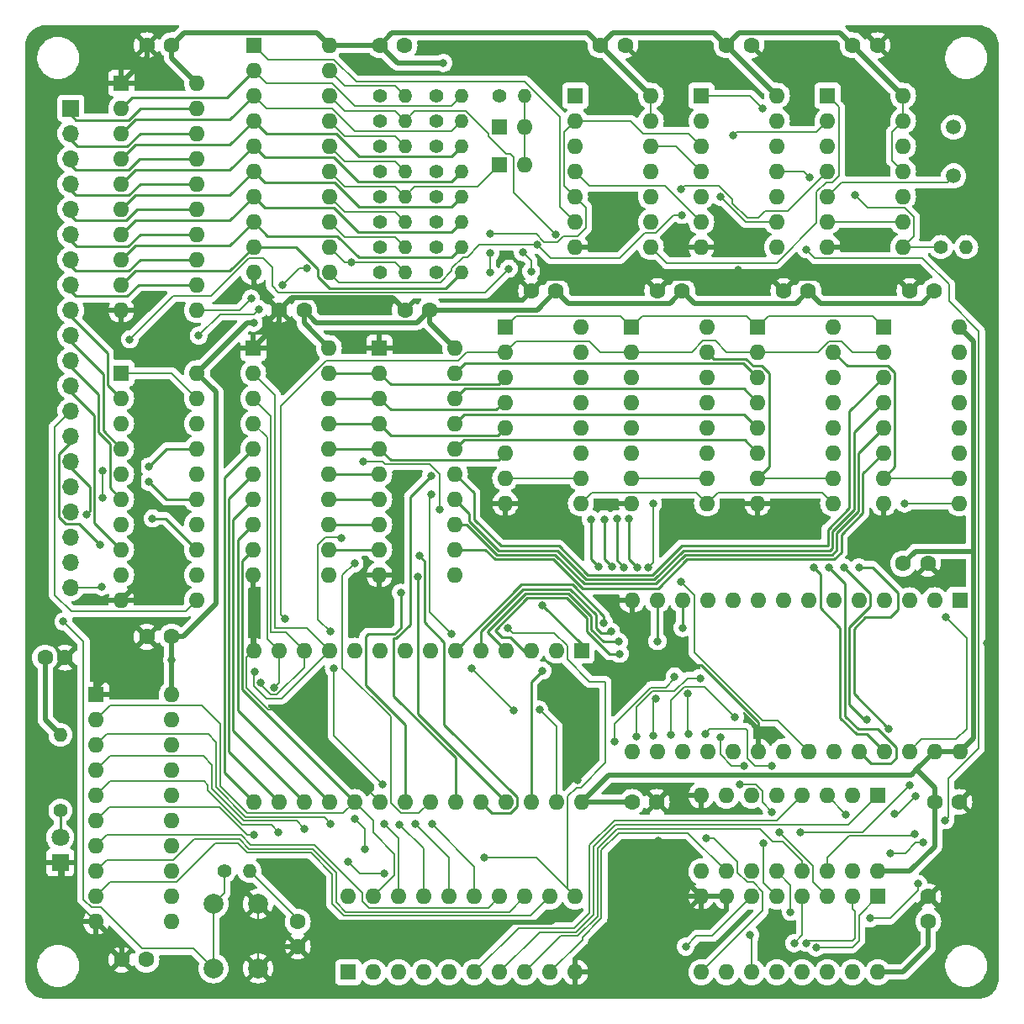
<source format=gbr>
%TF.GenerationSoftware,KiCad,Pcbnew,(6.0.4)*%
%TF.CreationDate,2022-05-02T14:31:14-05:00*%
%TF.ProjectId,Schematic,53636865-6d61-4746-9963-2e6b69636164,1.0*%
%TF.SameCoordinates,Original*%
%TF.FileFunction,Copper,L1,Top*%
%TF.FilePolarity,Positive*%
%FSLAX46Y46*%
G04 Gerber Fmt 4.6, Leading zero omitted, Abs format (unit mm)*
G04 Created by KiCad (PCBNEW (6.0.4)) date 2022-05-02 14:31:14*
%MOMM*%
%LPD*%
G01*
G04 APERTURE LIST*
%TA.AperFunction,ComponentPad*%
%ADD10R,1.600000X1.600000*%
%TD*%
%TA.AperFunction,ComponentPad*%
%ADD11O,1.600000X1.600000*%
%TD*%
%TA.AperFunction,ComponentPad*%
%ADD12C,1.400000*%
%TD*%
%TA.AperFunction,ComponentPad*%
%ADD13O,1.400000X1.400000*%
%TD*%
%TA.AperFunction,ComponentPad*%
%ADD14C,1.600000*%
%TD*%
%TA.AperFunction,ComponentPad*%
%ADD15R,1.700000X1.700000*%
%TD*%
%TA.AperFunction,ComponentPad*%
%ADD16O,1.700000X1.700000*%
%TD*%
%TA.AperFunction,ComponentPad*%
%ADD17C,1.500000*%
%TD*%
%TA.AperFunction,ComponentPad*%
%ADD18R,1.800000X1.800000*%
%TD*%
%TA.AperFunction,ComponentPad*%
%ADD19C,1.800000*%
%TD*%
%TA.AperFunction,ComponentPad*%
%ADD20C,2.000000*%
%TD*%
%TA.AperFunction,ViaPad*%
%ADD21C,0.800000*%
%TD*%
%TA.AperFunction,Conductor*%
%ADD22C,0.500000*%
%TD*%
%TA.AperFunction,Conductor*%
%ADD23C,0.200000*%
%TD*%
%TA.AperFunction,Conductor*%
%ADD24C,0.250000*%
%TD*%
G04 APERTURE END LIST*
D10*
%TO.P,D3,1,K*%
%TO.N,Net-(D3-Pad1)*%
X127000000Y-57150000D03*
D11*
%TO.P,D3,2,A*%
%TO.N,/Control Unit/ROMR*%
X129540000Y-57150000D03*
%TD*%
D10*
%TO.P,U1,1,OE*%
%TO.N,Net-(U1-Pad1)*%
X102235000Y-48895000D03*
D11*
%TO.P,U1,2,D0*%
%TO.N,/Control Unit/D7*%
X102235000Y-51435000D03*
%TO.P,U1,3,D1*%
%TO.N,/Control Unit/D6*%
X102235000Y-53975000D03*
%TO.P,U1,4,D2*%
%TO.N,/Control Unit/D5*%
X102235000Y-56515000D03*
%TO.P,U1,5,D3*%
%TO.N,/Control Unit/D4*%
X102235000Y-59055000D03*
%TO.P,U1,6,D4*%
%TO.N,/Control Unit/D3*%
X102235000Y-61595000D03*
%TO.P,U1,7,D5*%
%TO.N,/Control Unit/D2*%
X102235000Y-64135000D03*
%TO.P,U1,8,D6*%
%TO.N,/Control Unit/D1*%
X102235000Y-66675000D03*
%TO.P,U1,9,D7*%
%TO.N,/Control Unit/D0*%
X102235000Y-69215000D03*
%TO.P,U1,10,GND*%
%TO.N,GND*%
X102235000Y-71755000D03*
%TO.P,U1,11,Cp*%
%TO.N,Net-(U1-Pad11)*%
X109855000Y-71755000D03*
%TO.P,U1,12,Q7*%
%TO.N,/Control Unit/AR*%
X109855000Y-69215000D03*
%TO.P,U1,13,Q6*%
%TO.N,/Control Unit/InR*%
X109855000Y-66675000D03*
%TO.P,U1,14,Q5*%
%TO.N,/Control Unit/RAMR*%
X109855000Y-64135000D03*
%TO.P,U1,15,Q4*%
%TO.N,Net-(D2-Pad1)*%
X109855000Y-61595000D03*
%TO.P,U1,16,Q3*%
%TO.N,/Control Unit/RAMW*%
X109855000Y-59055000D03*
%TO.P,U1,17,Q2*%
%TO.N,/Control Unit/App*%
X109855000Y-56515000D03*
%TO.P,U1,18,Q1*%
%TO.N,/Control Unit/Add*%
X109855000Y-53975000D03*
%TO.P,U1,19,Q0*%
%TO.N,/Control Unit/Out*%
X109855000Y-51435000D03*
%TO.P,U1,20,VCC*%
%TO.N,+5V*%
X109855000Y-48895000D03*
%TD*%
D10*
%TO.P,U8,1,OE*%
%TO.N,GND*%
X114895000Y-79375000D03*
D11*
%TO.P,U8,2,D0*%
%TO.N,/Execution Unit/L0*%
X114895000Y-81915000D03*
%TO.P,U8,3,D1*%
%TO.N,/Execution Unit/L1*%
X114895000Y-84455000D03*
%TO.P,U8,4,D2*%
%TO.N,/Execution Unit/L2*%
X114895000Y-86995000D03*
%TO.P,U8,5,D3*%
%TO.N,/Execution Unit/L3*%
X114895000Y-89535000D03*
%TO.P,U8,6,D4*%
%TO.N,/Execution Unit/L4*%
X114895000Y-92075000D03*
%TO.P,U8,7,D5*%
%TO.N,/Execution Unit/L5*%
X114895000Y-94615000D03*
%TO.P,U8,8,D6*%
%TO.N,/Execution Unit/L6*%
X114895000Y-97155000D03*
%TO.P,U8,9,D7*%
%TO.N,/Execution Unit/L7*%
X114895000Y-99695000D03*
%TO.P,U8,10,GND*%
%TO.N,GND*%
X114895000Y-102235000D03*
%TO.P,U8,11,Cp*%
%TO.N,/Control Unit/App*%
X122515000Y-102235000D03*
%TO.P,U8,12,Q7*%
%TO.N,/Execution Unit/H7*%
X122515000Y-99695000D03*
%TO.P,U8,13,Q6*%
%TO.N,/Execution Unit/H6*%
X122515000Y-97155000D03*
%TO.P,U8,14,Q5*%
%TO.N,/Execution Unit/H5*%
X122515000Y-94615000D03*
%TO.P,U8,15,Q4*%
%TO.N,/Execution Unit/H4*%
X122515000Y-92075000D03*
%TO.P,U8,16,Q3*%
%TO.N,/Execution Unit/H3*%
X122515000Y-89535000D03*
%TO.P,U8,17,Q2*%
%TO.N,/Execution Unit/H2*%
X122515000Y-86995000D03*
%TO.P,U8,18,Q1*%
%TO.N,/Execution Unit/H1*%
X122515000Y-84455000D03*
%TO.P,U8,19,Q0*%
%TO.N,/Execution Unit/H0*%
X122515000Y-81915000D03*
%TO.P,U8,20,VCC*%
%TO.N,+5V*%
X122515000Y-79375000D03*
%TD*%
D12*
%TO.P,R2,1*%
%TO.N,+5V*%
X114935000Y-56515000D03*
D13*
%TO.P,R2,2*%
%TO.N,/Control Unit/Add*%
X117475000Y-56515000D03*
%TD*%
D12*
%TO.P,R20,1*%
%TO.N,GND*%
X120650000Y-53975000D03*
D13*
%TO.P,R20,2*%
%TO.N,/Control Unit/D7*%
X123190000Y-53975000D03*
%TD*%
D14*
%TO.P,C16,1*%
%TO.N,+5V*%
X170180000Y-137120000D03*
%TO.P,C16,2*%
%TO.N,GND*%
X170180000Y-134620000D03*
%TD*%
D10*
%TO.P,U7,1,OE*%
%TO.N,GND*%
X102195000Y-79375000D03*
D11*
%TO.P,U7,2,D0*%
%TO.N,/Control Unit/D0*%
X102195000Y-81915000D03*
%TO.P,U7,3,D1*%
%TO.N,/Control Unit/D1*%
X102195000Y-84455000D03*
%TO.P,U7,4,D2*%
%TO.N,/Control Unit/D2*%
X102195000Y-86995000D03*
%TO.P,U7,5,D3*%
%TO.N,/Control Unit/D3*%
X102195000Y-89535000D03*
%TO.P,U7,6,D4*%
%TO.N,/Control Unit/D4*%
X102195000Y-92075000D03*
%TO.P,U7,7,D5*%
%TO.N,/Control Unit/D5*%
X102195000Y-94615000D03*
%TO.P,U7,8,D6*%
%TO.N,/Control Unit/D6*%
X102195000Y-97155000D03*
%TO.P,U7,9,D7*%
%TO.N,/Control Unit/D7*%
X102195000Y-99695000D03*
%TO.P,U7,10,GND*%
%TO.N,GND*%
X102195000Y-102235000D03*
%TO.P,U7,11,Cp*%
%TO.N,/Control Unit/App*%
X109815000Y-102235000D03*
%TO.P,U7,12,Q7*%
%TO.N,/Execution Unit/L7*%
X109815000Y-99695000D03*
%TO.P,U7,13,Q6*%
%TO.N,/Execution Unit/L6*%
X109815000Y-97155000D03*
%TO.P,U7,14,Q5*%
%TO.N,/Execution Unit/L5*%
X109815000Y-94615000D03*
%TO.P,U7,15,Q4*%
%TO.N,/Execution Unit/L4*%
X109815000Y-92075000D03*
%TO.P,U7,16,Q3*%
%TO.N,/Execution Unit/L3*%
X109815000Y-89535000D03*
%TO.P,U7,17,Q2*%
%TO.N,/Execution Unit/L2*%
X109815000Y-86995000D03*
%TO.P,U7,18,Q1*%
%TO.N,/Execution Unit/L1*%
X109815000Y-84455000D03*
%TO.P,U7,19,Q0*%
%TO.N,/Execution Unit/L0*%
X109815000Y-81915000D03*
%TO.P,U7,20,VCC*%
%TO.N,+5V*%
X109815000Y-79375000D03*
%TD*%
D14*
%TO.P,C18,1*%
%TO.N,+5V*%
X106680000Y-137160000D03*
%TO.P,C18,2*%
%TO.N,GND*%
X106680000Y-139660000D03*
%TD*%
%TO.P,C3,1*%
%TO.N,+5V*%
X149860000Y-48895000D03*
%TO.P,C3,2*%
%TO.N,GND*%
X152360000Y-48895000D03*
%TD*%
D10*
%TO.P,U2,1*%
%TO.N,/Control Unit/PCW*%
X160020000Y-53975000D03*
D11*
%TO.P,U2,2*%
%TO.N,/Control Unit/PCEn*%
X160020000Y-56515000D03*
%TO.P,U2,3*%
%TO.N,/Control Unit/CIn*%
X160020000Y-59055000D03*
%TO.P,U2,4*%
%TO.N,Net-(U2-Pad4)*%
X160020000Y-61595000D03*
%TO.P,U2,5*%
%TO.N,Net-(U2-Pad5)*%
X160020000Y-64135000D03*
%TO.P,U2,6*%
%TO.N,Net-(R9-Pad2)*%
X160020000Y-66675000D03*
%TO.P,U2,7,GND*%
%TO.N,GND*%
X160020000Y-69215000D03*
%TO.P,U2,8*%
%TO.N,Net-(R9-Pad1)*%
X167640000Y-69215000D03*
%TO.P,U2,9*%
%TO.N,Net-(R9-Pad2)*%
X167640000Y-66675000D03*
%TO.P,U2,10*%
%TO.N,unconnected-(U2-Pad10)*%
X167640000Y-64135000D03*
%TO.P,U2,11*%
%TO.N,+5V*%
X167640000Y-61595000D03*
%TO.P,U2,12*%
%TO.N,unconnected-(U2-Pad12)*%
X167640000Y-59055000D03*
%TO.P,U2,13*%
%TO.N,+5V*%
X167640000Y-56515000D03*
%TO.P,U2,14,VCC*%
X167640000Y-53975000D03*
%TD*%
D14*
%TO.P,C14,1*%
%TO.N,+5V*%
X93980000Y-108458000D03*
%TO.P,C14,2*%
%TO.N,GND*%
X91480000Y-108458000D03*
%TD*%
%TO.P,C17,1*%
%TO.N,+5V*%
X170815000Y-125095000D03*
%TO.P,C17,2*%
%TO.N,GND*%
X173315000Y-125095000D03*
%TD*%
%TO.P,C10,1*%
%TO.N,+5V*%
X107315000Y-75565000D03*
%TO.P,C10,2*%
%TO.N,GND*%
X104815000Y-75565000D03*
%TD*%
D12*
%TO.P,R6,1*%
%TO.N,+5V*%
X114935000Y-66675000D03*
D13*
%TO.P,R6,2*%
%TO.N,/Control Unit/RAMR*%
X117475000Y-66675000D03*
%TD*%
D12*
%TO.P,R5,1*%
%TO.N,+5V*%
X114935000Y-64135000D03*
D13*
%TO.P,R5,2*%
%TO.N,Net-(D2-Pad1)*%
X117475000Y-64135000D03*
%TD*%
D12*
%TO.P,R17,1*%
%TO.N,GND*%
X120650000Y-61595000D03*
D13*
%TO.P,R17,2*%
%TO.N,/Control Unit/D4*%
X123190000Y-61595000D03*
%TD*%
D15*
%TO.P,J1,1,Pin_1*%
%TO.N,Net-(J1-Pad1)*%
X83820000Y-55245000D03*
D16*
%TO.P,J1,2,Pin_2*%
%TO.N,Net-(J1-Pad2)*%
X83820000Y-57785000D03*
%TO.P,J1,3,Pin_3*%
%TO.N,Net-(J1-Pad3)*%
X83820000Y-60325000D03*
%TO.P,J1,4,Pin_4*%
%TO.N,Net-(J1-Pad4)*%
X83820000Y-62865000D03*
%TO.P,J1,5,Pin_5*%
%TO.N,Net-(J1-Pad5)*%
X83820000Y-65405000D03*
%TO.P,J1,6,Pin_6*%
%TO.N,Net-(J1-Pad6)*%
X83820000Y-67945000D03*
%TO.P,J1,7,Pin_7*%
%TO.N,Net-(J1-Pad7)*%
X83820000Y-70485000D03*
%TO.P,J1,8,Pin_8*%
%TO.N,Net-(J1-Pad8)*%
X83820000Y-73025000D03*
%TO.P,J1,9,Pin_9*%
%TO.N,Net-(J1-Pad9)*%
X83820000Y-75565000D03*
%TO.P,J1,10,Pin_10*%
%TO.N,Net-(J1-Pad10)*%
X83820000Y-78105000D03*
%TO.P,J1,11,Pin_11*%
%TO.N,Net-(J1-Pad11)*%
X83820000Y-80645000D03*
%TO.P,J1,12,Pin_12*%
%TO.N,Net-(J1-Pad12)*%
X83820000Y-83185000D03*
%TO.P,J1,13,Pin_13*%
%TO.N,Net-(J1-Pad13)*%
X83820000Y-85725000D03*
%TO.P,J1,14,Pin_14*%
%TO.N,Net-(J1-Pad14)*%
X83820000Y-88265000D03*
%TO.P,J1,15,Pin_15*%
%TO.N,Net-(J1-Pad15)*%
X83820000Y-90805000D03*
%TO.P,J1,16,Pin_16*%
%TO.N,Net-(J1-Pad16)*%
X83820000Y-93345000D03*
%TO.P,J1,17,Pin_17*%
%TO.N,GND*%
X83820000Y-95885000D03*
%TO.P,J1,18,Pin_18*%
%TO.N,+5V*%
X83820000Y-98425000D03*
%TO.P,J1,19,Pin_19*%
%TO.N,/Control Unit/Rst*%
X83820000Y-100965000D03*
%TO.P,J1,20,Pin_20*%
%TO.N,/Control Unit/Clk*%
X83820000Y-103505000D03*
%TD*%
D12*
%TO.P,R18,1*%
%TO.N,GND*%
X120650000Y-59055000D03*
D13*
%TO.P,R18,2*%
%TO.N,/Control Unit/D5*%
X123190000Y-59055000D03*
%TD*%
D12*
%TO.P,R1,1*%
%TO.N,+5V*%
X114935000Y-53975000D03*
D13*
%TO.P,R1,2*%
%TO.N,/Control Unit/Out*%
X117475000Y-53975000D03*
%TD*%
D14*
%TO.P,C7,1*%
%TO.N,+5V*%
X145395000Y-73640000D03*
%TO.P,C7,2*%
%TO.N,GND*%
X142895000Y-73640000D03*
%TD*%
D12*
%TO.P,R4,1*%
%TO.N,+5V*%
X114935000Y-61595000D03*
D13*
%TO.P,R4,2*%
%TO.N,/Control Unit/RAMW*%
X117475000Y-61595000D03*
%TD*%
D12*
%TO.P,R10,1*%
%TO.N,Net-(D1-Pad2)*%
X82778600Y-125958600D03*
D13*
%TO.P,R10,2*%
%TO.N,+5V*%
X82778600Y-118338600D03*
%TD*%
D10*
%TO.P,U11,1,~{MR}*%
%TO.N,/Control Unit/Rst*%
X152975000Y-77246800D03*
D11*
%TO.P,U11,2,CP*%
%TO.N,/Control Unit/Clk*%
X152975000Y-79786800D03*
%TO.P,U11,3,D0*%
%TO.N,/Execution Unit/H0*%
X152975000Y-82326800D03*
%TO.P,U11,4,D1*%
%TO.N,/Execution Unit/H1*%
X152975000Y-84866800D03*
%TO.P,U11,5,D2*%
%TO.N,/Execution Unit/H2*%
X152975000Y-87406800D03*
%TO.P,U11,6,D3*%
%TO.N,/Execution Unit/H3*%
X152975000Y-89946800D03*
%TO.P,U11,7,CEP*%
%TO.N,Net-(U10-Pad15)*%
X152975000Y-92486800D03*
%TO.P,U11,8,GND*%
%TO.N,GND*%
X152975000Y-95026800D03*
%TO.P,U11,9,~{PE}*%
%TO.N,/Control Unit/PCW*%
X160595000Y-95026800D03*
%TO.P,U11,10,CET*%
%TO.N,Net-(U10-Pad15)*%
X160595000Y-92486800D03*
%TO.P,U11,11,Q3*%
%TO.N,/Execution Unit/A11*%
X160595000Y-89946800D03*
%TO.P,U11,12,Q2*%
%TO.N,/Execution Unit/A10*%
X160595000Y-87406800D03*
%TO.P,U11,13,Q1*%
%TO.N,/Execution Unit/A9*%
X160595000Y-84866800D03*
%TO.P,U11,14,Q0*%
%TO.N,/Execution Unit/A8*%
X160595000Y-82326800D03*
%TO.P,U11,15,TC*%
%TO.N,Net-(U11-Pad15)*%
X160595000Y-79786800D03*
%TO.P,U11,16,VCC*%
%TO.N,+5V*%
X160595000Y-77246800D03*
%TD*%
D14*
%TO.P,C1,1*%
%TO.N,+5V*%
X114935000Y-48895000D03*
%TO.P,C1,2*%
%TO.N,GND*%
X117435000Y-48895000D03*
%TD*%
D12*
%TO.P,R14,1*%
%TO.N,GND*%
X120650000Y-69215000D03*
D13*
%TO.P,R14,2*%
%TO.N,/Control Unit/D1*%
X123190000Y-69215000D03*
%TD*%
D14*
%TO.P,C20,1*%
%TO.N,+5V*%
X81229200Y-110566200D03*
%TO.P,C20,2*%
%TO.N,GND*%
X83229200Y-110566200D03*
%TD*%
D12*
%TO.P,R12,1*%
%TO.N,+5V*%
X127000000Y-53975000D03*
D13*
%TO.P,R12,2*%
%TO.N,/Control Unit/ROMR*%
X129540000Y-53975000D03*
%TD*%
D12*
%TO.P,R15,1*%
%TO.N,GND*%
X120650000Y-66675000D03*
D13*
%TO.P,R15,2*%
%TO.N,/Control Unit/D2*%
X123190000Y-66675000D03*
%TD*%
D10*
%TO.P,U18,1,S2*%
%TO.N,Net-(U16-Pad7)*%
X165100000Y-124460000D03*
D11*
%TO.P,U18,2,B2*%
%TO.N,/Control Unit/D2*%
X162560000Y-124460000D03*
%TO.P,U18,3,A2*%
%TO.N,Net-(U15-Pad14)*%
X160020000Y-124460000D03*
%TO.P,U18,4,S1*%
%TO.N,Net-(U16-Pad6)*%
X157480000Y-124460000D03*
%TO.P,U18,5,A1*%
%TO.N,Net-(U15-Pad15)*%
X154940000Y-124460000D03*
%TO.P,U18,6,B1*%
%TO.N,/Control Unit/D3*%
X152400000Y-124460000D03*
%TO.P,U18,7,C0*%
%TO.N,Net-(U17-Pad9)*%
X149860000Y-124460000D03*
%TO.P,U18,8,GND*%
%TO.N,GND*%
X147320000Y-124460000D03*
%TO.P,U18,9,C4*%
%TO.N,/Control Unit/CIn*%
X147320000Y-132080000D03*
%TO.P,U18,10,S4*%
%TO.N,Net-(U16-Pad9)*%
X149860000Y-132080000D03*
%TO.P,U18,11,B4*%
%TO.N,/Control Unit/D0*%
X152400000Y-132080000D03*
%TO.P,U18,12,A4*%
%TO.N,Net-(U15-Pad12)*%
X154940000Y-132080000D03*
%TO.P,U18,13,S3*%
%TO.N,Net-(U16-Pad8)*%
X157480000Y-132080000D03*
%TO.P,U18,14,A3*%
%TO.N,Net-(U15-Pad13)*%
X160020000Y-132080000D03*
%TO.P,U18,15,B3*%
%TO.N,/Control Unit/D1*%
X162560000Y-132080000D03*
%TO.P,U18,16,VCC*%
%TO.N,+5V*%
X165100000Y-132080000D03*
%TD*%
D17*
%TO.P,Y1,1,1*%
%TO.N,Net-(U2-Pad5)*%
X172720000Y-62050000D03*
%TO.P,Y1,2,2*%
%TO.N,Net-(R9-Pad2)*%
X172720000Y-57150000D03*
%TD*%
D12*
%TO.P,R7,1*%
%TO.N,+5V*%
X114935000Y-69215000D03*
D13*
%TO.P,R7,2*%
%TO.N,/Control Unit/InR*%
X117475000Y-69215000D03*
%TD*%
D14*
%TO.P,C5,1*%
%TO.N,+5V*%
X170795000Y-73640000D03*
%TO.P,C5,2*%
%TO.N,GND*%
X168295000Y-73640000D03*
%TD*%
%TO.P,C6,1*%
%TO.N,+5V*%
X158095000Y-73640000D03*
%TO.P,C6,2*%
%TO.N,GND*%
X155595000Y-73640000D03*
%TD*%
D10*
%TO.P,U13,1,A14*%
%TO.N,/Execution Unit/A14*%
X173355000Y-104775000D03*
D11*
%TO.P,U13,2,A12*%
%TO.N,/Execution Unit/A12*%
X170815000Y-104775000D03*
%TO.P,U13,3,A7*%
%TO.N,/Execution Unit/A7*%
X168275000Y-104775000D03*
%TO.P,U13,4,A6*%
%TO.N,/Execution Unit/A6*%
X165735000Y-104775000D03*
%TO.P,U13,5,A5*%
%TO.N,/Execution Unit/A5*%
X163195000Y-104775000D03*
%TO.P,U13,6,A4*%
%TO.N,/Execution Unit/A4*%
X160655000Y-104775000D03*
%TO.P,U13,7,A3*%
%TO.N,/Execution Unit/A3*%
X158115000Y-104775000D03*
%TO.P,U13,8,A2*%
%TO.N,/Execution Unit/A2*%
X155575000Y-104775000D03*
%TO.P,U13,9,A1*%
%TO.N,/Execution Unit/A1*%
X153035000Y-104775000D03*
%TO.P,U13,10,A0*%
%TO.N,/Execution Unit/A0*%
X150495000Y-104775000D03*
%TO.P,U13,11,D0*%
%TO.N,/Control Unit/D0*%
X147955000Y-104775000D03*
%TO.P,U13,12,D1*%
%TO.N,/Control Unit/D1*%
X145415000Y-104775000D03*
%TO.P,U13,13,D2*%
%TO.N,/Control Unit/D2*%
X142875000Y-104775000D03*
%TO.P,U13,14,GND*%
%TO.N,GND*%
X140335000Y-104775000D03*
%TO.P,U13,15,D3*%
%TO.N,/Control Unit/D3*%
X140335000Y-120015000D03*
%TO.P,U13,16,D4*%
%TO.N,/Control Unit/D4*%
X142875000Y-120015000D03*
%TO.P,U13,17,D5*%
%TO.N,/Control Unit/D5*%
X145415000Y-120015000D03*
%TO.P,U13,18,D6*%
%TO.N,/Control Unit/D6*%
X147955000Y-120015000D03*
%TO.P,U13,19,D7*%
%TO.N,/Control Unit/D7*%
X150495000Y-120015000D03*
%TO.P,U13,20,~{CS}*%
%TO.N,GND*%
X153035000Y-120015000D03*
%TO.P,U13,21,A10*%
%TO.N,/Execution Unit/A10*%
X155575000Y-120015000D03*
%TO.P,U13,22,~{OE}*%
%TO.N,/Control Unit/ROMR*%
X158115000Y-120015000D03*
%TO.P,U13,23,A11*%
%TO.N,/Execution Unit/A11*%
X160655000Y-120015000D03*
%TO.P,U13,24,A9*%
%TO.N,/Execution Unit/A9*%
X163195000Y-120015000D03*
%TO.P,U13,25,A8*%
%TO.N,/Execution Unit/A8*%
X165735000Y-120015000D03*
%TO.P,U13,26,A13*%
%TO.N,/Execution Unit/A13*%
X168275000Y-120015000D03*
%TO.P,U13,27,~{WE}*%
%TO.N,+5V*%
X170815000Y-120015000D03*
%TO.P,U13,28,VCC*%
X173355000Y-120015000D03*
%TD*%
D10*
%TO.P,U5,1,OEa*%
%TO.N,/Control Unit/InR*%
X88900000Y-81915000D03*
D11*
%TO.P,U5,2,I0a*%
%TO.N,Net-(J1-Pad9)*%
X88900000Y-84455000D03*
%TO.P,U5,3,O3b*%
%TO.N,/Control Unit/D0*%
X88900000Y-86995000D03*
%TO.P,U5,4,I1a*%
%TO.N,Net-(J1-Pad10)*%
X88900000Y-89535000D03*
%TO.P,U5,5,O2b*%
%TO.N,/Control Unit/D1*%
X88900000Y-92075000D03*
%TO.P,U5,6,I2a*%
%TO.N,Net-(J1-Pad11)*%
X88900000Y-94615000D03*
%TO.P,U5,7,O1b*%
%TO.N,/Control Unit/D2*%
X88900000Y-97155000D03*
%TO.P,U5,8,I3a*%
%TO.N,Net-(J1-Pad12)*%
X88900000Y-99695000D03*
%TO.P,U5,9,O0b*%
%TO.N,/Control Unit/D3*%
X88900000Y-102235000D03*
%TO.P,U5,10,GND*%
%TO.N,GND*%
X88900000Y-104775000D03*
%TO.P,U5,11,I0b*%
%TO.N,Net-(J1-Pad13)*%
X96520000Y-104775000D03*
%TO.P,U5,12,O3a*%
%TO.N,/Control Unit/D4*%
X96520000Y-102235000D03*
%TO.P,U5,13,I1b*%
%TO.N,Net-(J1-Pad14)*%
X96520000Y-99695000D03*
%TO.P,U5,14,O2a*%
%TO.N,/Control Unit/D5*%
X96520000Y-97155000D03*
%TO.P,U5,15,I2b*%
%TO.N,Net-(J1-Pad15)*%
X96520000Y-94615000D03*
%TO.P,U5,16,O1a*%
%TO.N,/Control Unit/D6*%
X96520000Y-92075000D03*
%TO.P,U5,17,I3b*%
%TO.N,Net-(J1-Pad16)*%
X96520000Y-89535000D03*
%TO.P,U5,18,O0a*%
%TO.N,/Control Unit/D7*%
X96520000Y-86995000D03*
%TO.P,U5,19,OEb*%
%TO.N,/Control Unit/InR*%
X96520000Y-84455000D03*
%TO.P,U5,20,VCC*%
%TO.N,+5V*%
X96520000Y-81915000D03*
%TD*%
D10*
%TO.P,U4,1,~{R}*%
%TO.N,/Control Unit/Rst*%
X147320000Y-53975000D03*
D11*
%TO.P,U4,2,D*%
%TO.N,Net-(U3-Pad4)*%
X147320000Y-56515000D03*
%TO.P,U4,3,C*%
%TO.N,/Control Unit/Clk*%
X147320000Y-59055000D03*
%TO.P,U4,4,~{S}*%
%TO.N,+5V*%
X147320000Y-61595000D03*
%TO.P,U4,5,Q*%
%TO.N,Net-(U1-Pad11)*%
X147320000Y-64135000D03*
%TO.P,U4,6,~{Q}*%
%TO.N,Net-(U3-Pad4)*%
X147320000Y-66675000D03*
%TO.P,U4,7,GND*%
%TO.N,GND*%
X147320000Y-69215000D03*
%TO.P,U4,8,~{Q}*%
%TO.N,Net-(U4-Pad12)*%
X154940000Y-69215000D03*
%TO.P,U4,9,Q*%
%TO.N,/Control Unit/Clk*%
X154940000Y-66675000D03*
%TO.P,U4,10,~{S}*%
%TO.N,+5V*%
X154940000Y-64135000D03*
%TO.P,U4,11,C*%
%TO.N,Net-(R9-Pad1)*%
X154940000Y-61595000D03*
%TO.P,U4,12,D*%
%TO.N,Net-(U4-Pad12)*%
X154940000Y-59055000D03*
%TO.P,U4,13,~{R}*%
%TO.N,+5V*%
X154940000Y-56515000D03*
%TO.P,U4,14,VCC*%
X154940000Y-53975000D03*
%TD*%
D14*
%TO.P,C4,1*%
%TO.N,+5V*%
X162560000Y-48895000D03*
%TO.P,C4,2*%
%TO.N,GND*%
X165060000Y-48895000D03*
%TD*%
%TO.P,C13,1*%
%TO.N,+5V*%
X93980000Y-48895000D03*
%TO.P,C13,2*%
%TO.N,GND*%
X91480000Y-48895000D03*
%TD*%
D12*
%TO.P,R16,1*%
%TO.N,GND*%
X120650000Y-64135000D03*
D13*
%TO.P,R16,2*%
%TO.N,/Control Unit/D3*%
X123190000Y-64135000D03*
%TD*%
D14*
%TO.P,C11,1*%
%TO.N,+5V*%
X140335000Y-125095000D03*
%TO.P,C11,2*%
%TO.N,GND*%
X142835000Y-125095000D03*
%TD*%
D18*
%TO.P,D1,1,K*%
%TO.N,GND*%
X82753200Y-131191000D03*
D19*
%TO.P,D1,2,A*%
%TO.N,Net-(D1-Pad2)*%
X82753200Y-128651000D03*
%TD*%
D10*
%TO.P,U17,1,S2*%
%TO.N,Net-(U16-Pad3)*%
X165100000Y-134620000D03*
D11*
%TO.P,U17,2,B2*%
%TO.N,/Control Unit/D6*%
X162560000Y-134620000D03*
%TO.P,U17,3,A2*%
%TO.N,Net-(U15-Pad18)*%
X160020000Y-134620000D03*
%TO.P,U17,4,S1*%
%TO.N,Net-(U16-Pad2)*%
X157480000Y-134620000D03*
%TO.P,U17,5,A1*%
%TO.N,Net-(U15-Pad19)*%
X154940000Y-134620000D03*
%TO.P,U17,6,B1*%
%TO.N,/Control Unit/D7*%
X152400000Y-134620000D03*
%TO.P,U17,7,C0*%
%TO.N,GND*%
X149860000Y-134620000D03*
%TO.P,U17,8,GND*%
X147320000Y-134620000D03*
%TO.P,U17,9,C4*%
%TO.N,Net-(U17-Pad9)*%
X147320000Y-142240000D03*
%TO.P,U17,10,S4*%
%TO.N,Net-(U16-Pad5)*%
X149860000Y-142240000D03*
%TO.P,U17,11,B4*%
%TO.N,/Control Unit/D4*%
X152400000Y-142240000D03*
%TO.P,U17,12,A4*%
%TO.N,Net-(U15-Pad16)*%
X154940000Y-142240000D03*
%TO.P,U17,13,S3*%
%TO.N,Net-(U16-Pad4)*%
X157480000Y-142240000D03*
%TO.P,U17,14,A3*%
%TO.N,Net-(U15-Pad17)*%
X160020000Y-142240000D03*
%TO.P,U17,15,B3*%
%TO.N,/Control Unit/D5*%
X162560000Y-142240000D03*
%TO.P,U17,16,VCC*%
%TO.N,+5V*%
X165100000Y-142240000D03*
%TD*%
D20*
%TO.P,SW1,1,1*%
%TO.N,/Control Unit/Rst*%
X98192200Y-135359000D03*
X98192200Y-141859000D03*
%TO.P,SW1,2,2*%
%TO.N,GND*%
X102692200Y-141859000D03*
X102692200Y-135359000D03*
%TD*%
D12*
%TO.P,R8,1*%
%TO.N,+5V*%
X114935000Y-71755000D03*
D13*
%TO.P,R8,2*%
%TO.N,/Control Unit/AR*%
X117475000Y-71755000D03*
%TD*%
D10*
%TO.P,U6,1,OE*%
%TO.N,GND*%
X88900000Y-52705000D03*
D11*
%TO.P,U6,2,D0*%
%TO.N,/Control Unit/D7*%
X88900000Y-55245000D03*
%TO.P,U6,3,D1*%
%TO.N,/Control Unit/D6*%
X88900000Y-57785000D03*
%TO.P,U6,4,D2*%
%TO.N,/Control Unit/D5*%
X88900000Y-60325000D03*
%TO.P,U6,5,D3*%
%TO.N,/Control Unit/D4*%
X88900000Y-62865000D03*
%TO.P,U6,6,D4*%
%TO.N,/Control Unit/D3*%
X88900000Y-65405000D03*
%TO.P,U6,7,D5*%
%TO.N,/Control Unit/D2*%
X88900000Y-67945000D03*
%TO.P,U6,8,D6*%
%TO.N,/Control Unit/D1*%
X88900000Y-70485000D03*
%TO.P,U6,9,D7*%
%TO.N,/Control Unit/D0*%
X88900000Y-73025000D03*
%TO.P,U6,10,GND*%
%TO.N,GND*%
X88900000Y-75565000D03*
%TO.P,U6,11,Cp*%
%TO.N,/Control Unit/Out*%
X96520000Y-75565000D03*
%TO.P,U6,12,Q7*%
%TO.N,Net-(J1-Pad8)*%
X96520000Y-73025000D03*
%TO.P,U6,13,Q6*%
%TO.N,Net-(J1-Pad7)*%
X96520000Y-70485000D03*
%TO.P,U6,14,Q5*%
%TO.N,Net-(J1-Pad6)*%
X96520000Y-67945000D03*
%TO.P,U6,15,Q4*%
%TO.N,Net-(J1-Pad5)*%
X96520000Y-65405000D03*
%TO.P,U6,16,Q3*%
%TO.N,Net-(J1-Pad4)*%
X96520000Y-62865000D03*
%TO.P,U6,17,Q2*%
%TO.N,Net-(J1-Pad3)*%
X96520000Y-60325000D03*
%TO.P,U6,18,Q1*%
%TO.N,Net-(J1-Pad2)*%
X96520000Y-57785000D03*
%TO.P,U6,19,Q0*%
%TO.N,Net-(J1-Pad1)*%
X96520000Y-55245000D03*
%TO.P,U6,20,VCC*%
%TO.N,+5V*%
X96520000Y-52705000D03*
%TD*%
D10*
%TO.P,U12,1,~{MR}*%
%TO.N,/Control Unit/Rst*%
X165675000Y-77246800D03*
D11*
%TO.P,U12,2,CP*%
%TO.N,/Control Unit/Clk*%
X165675000Y-79786800D03*
%TO.P,U12,3,D0*%
%TO.N,/Execution Unit/H4*%
X165675000Y-82326800D03*
%TO.P,U12,4,D1*%
%TO.N,/Execution Unit/H5*%
X165675000Y-84866800D03*
%TO.P,U12,5,D2*%
%TO.N,/Execution Unit/H6*%
X165675000Y-87406800D03*
%TO.P,U12,6,D3*%
%TO.N,/Execution Unit/H7*%
X165675000Y-89946800D03*
%TO.P,U12,7,CEP*%
%TO.N,Net-(U11-Pad15)*%
X165675000Y-92486800D03*
%TO.P,U12,8,GND*%
%TO.N,GND*%
X165675000Y-95026800D03*
%TO.P,U12,9,~{PE}*%
%TO.N,/Control Unit/PCW*%
X173295000Y-95026800D03*
%TO.P,U12,10,CET*%
%TO.N,Net-(U11-Pad15)*%
X173295000Y-92486800D03*
%TO.P,U12,11,Q3*%
%TO.N,/Execution Unit/A15*%
X173295000Y-89946800D03*
%TO.P,U12,12,Q2*%
%TO.N,/Execution Unit/A14*%
X173295000Y-87406800D03*
%TO.P,U12,13,Q1*%
%TO.N,/Execution Unit/A13*%
X173295000Y-84866800D03*
%TO.P,U12,14,Q0*%
%TO.N,/Execution Unit/A12*%
X173295000Y-82326800D03*
%TO.P,U12,15,TC*%
%TO.N,unconnected-(U12-Pad15)*%
X173295000Y-79786800D03*
%TO.P,U12,16,VCC*%
%TO.N,+5V*%
X173295000Y-77246800D03*
%TD*%
D10*
%TO.P,U14,1,A14*%
%TO.N,/Execution Unit/H6*%
X135255000Y-109855000D03*
D11*
%TO.P,U14,2,A12*%
%TO.N,/Execution Unit/H4*%
X132715000Y-109855000D03*
%TO.P,U14,3,A7*%
%TO.N,/Execution Unit/L7*%
X130175000Y-109855000D03*
%TO.P,U14,4,A6*%
%TO.N,/Execution Unit/L6*%
X127635000Y-109855000D03*
%TO.P,U14,5,A5*%
%TO.N,/Execution Unit/L5*%
X125095000Y-109855000D03*
%TO.P,U14,6,A4*%
%TO.N,/Execution Unit/L4*%
X122555000Y-109855000D03*
%TO.P,U14,7,A3*%
%TO.N,/Execution Unit/L3*%
X120015000Y-109855000D03*
%TO.P,U14,8,A2*%
%TO.N,/Execution Unit/L2*%
X117475000Y-109855000D03*
%TO.P,U14,9,A1*%
%TO.N,/Execution Unit/L1*%
X114935000Y-109855000D03*
%TO.P,U14,10,A0*%
%TO.N,/Execution Unit/L0*%
X112395000Y-109855000D03*
%TO.P,U14,11,Q0*%
%TO.N,/Control Unit/D0*%
X109855000Y-109855000D03*
%TO.P,U14,12,Q1*%
%TO.N,/Control Unit/D1*%
X107315000Y-109855000D03*
%TO.P,U14,13,Q2*%
%TO.N,/Control Unit/D2*%
X104775000Y-109855000D03*
%TO.P,U14,14,GND*%
%TO.N,GND*%
X102235000Y-109855000D03*
%TO.P,U14,15,Q3*%
%TO.N,/Control Unit/D3*%
X102235000Y-125095000D03*
%TO.P,U14,16,Q4*%
%TO.N,/Control Unit/D4*%
X104775000Y-125095000D03*
%TO.P,U14,17,Q5*%
%TO.N,/Control Unit/D5*%
X107315000Y-125095000D03*
%TO.P,U14,18,Q6*%
%TO.N,/Control Unit/D6*%
X109855000Y-125095000D03*
%TO.P,U14,19,Q7*%
%TO.N,/Control Unit/D7*%
X112395000Y-125095000D03*
%TO.P,U14,20,~{CS}*%
%TO.N,GND*%
X114935000Y-125095000D03*
%TO.P,U14,21,A10*%
%TO.N,/Execution Unit/H2*%
X117475000Y-125095000D03*
%TO.P,U14,22,~{OE}*%
%TO.N,/Control Unit/RAMR*%
X120015000Y-125095000D03*
%TO.P,U14,23,A11*%
%TO.N,/Execution Unit/H3*%
X122555000Y-125095000D03*
%TO.P,U14,24,A9*%
%TO.N,/Execution Unit/H1*%
X125095000Y-125095000D03*
%TO.P,U14,25,A8*%
%TO.N,/Execution Unit/H0*%
X127635000Y-125095000D03*
%TO.P,U14,26,A13*%
%TO.N,/Execution Unit/H5*%
X130175000Y-125095000D03*
%TO.P,U14,27,~{WE}*%
%TO.N,/Control Unit/RAMW*%
X132715000Y-125095000D03*
%TO.P,U14,28,VCC*%
%TO.N,+5V*%
X135255000Y-125095000D03*
%TD*%
D10*
%TO.P,U16,1,OE*%
%TO.N,/Control Unit/Add*%
X111760000Y-142240000D03*
D11*
%TO.P,U16,2,D0*%
%TO.N,Net-(U16-Pad2)*%
X114300000Y-142240000D03*
%TO.P,U16,3,D1*%
%TO.N,Net-(U16-Pad3)*%
X116840000Y-142240000D03*
%TO.P,U16,4,D2*%
%TO.N,Net-(U16-Pad4)*%
X119380000Y-142240000D03*
%TO.P,U16,5,D3*%
%TO.N,Net-(U16-Pad5)*%
X121920000Y-142240000D03*
%TO.P,U16,6,D4*%
%TO.N,Net-(U16-Pad6)*%
X124460000Y-142240000D03*
%TO.P,U16,7,D5*%
%TO.N,Net-(U16-Pad7)*%
X127000000Y-142240000D03*
%TO.P,U16,8,D6*%
%TO.N,Net-(U16-Pad8)*%
X129540000Y-142240000D03*
%TO.P,U16,9,D7*%
%TO.N,Net-(U16-Pad9)*%
X132080000Y-142240000D03*
%TO.P,U16,10,GND*%
%TO.N,GND*%
X134620000Y-142240000D03*
%TO.P,U16,11,Cp*%
%TO.N,/Control Unit/AR*%
X134620000Y-134620000D03*
%TO.P,U16,12,Q7*%
%TO.N,/Control Unit/D0*%
X132080000Y-134620000D03*
%TO.P,U16,13,Q6*%
%TO.N,/Control Unit/D1*%
X129540000Y-134620000D03*
%TO.P,U16,14,Q5*%
%TO.N,/Control Unit/D2*%
X127000000Y-134620000D03*
%TO.P,U16,15,Q4*%
%TO.N,/Control Unit/D3*%
X124460000Y-134620000D03*
%TO.P,U16,16,Q3*%
%TO.N,/Control Unit/D4*%
X121920000Y-134620000D03*
%TO.P,U16,17,Q2*%
%TO.N,/Control Unit/D5*%
X119380000Y-134620000D03*
%TO.P,U16,18,Q1*%
%TO.N,/Control Unit/D6*%
X116840000Y-134620000D03*
%TO.P,U16,19,Q0*%
%TO.N,/Control Unit/D7*%
X114300000Y-134620000D03*
%TO.P,U16,20,VCC*%
%TO.N,+5V*%
X111760000Y-134620000D03*
%TD*%
D10*
%TO.P,U9,1,~{MR}*%
%TO.N,/Control Unit/Rst*%
X127575000Y-77246800D03*
D11*
%TO.P,U9,2,CP*%
%TO.N,/Control Unit/Clk*%
X127575000Y-79786800D03*
%TO.P,U9,3,D0*%
%TO.N,/Execution Unit/L0*%
X127575000Y-82326800D03*
%TO.P,U9,4,D1*%
%TO.N,/Execution Unit/L1*%
X127575000Y-84866800D03*
%TO.P,U9,5,D2*%
%TO.N,/Execution Unit/L2*%
X127575000Y-87406800D03*
%TO.P,U9,6,D3*%
%TO.N,/Execution Unit/L3*%
X127575000Y-89946800D03*
%TO.P,U9,7,CEP*%
%TO.N,/Control Unit/PCEn*%
X127575000Y-92486800D03*
%TO.P,U9,8,GND*%
%TO.N,GND*%
X127575000Y-95026800D03*
%TO.P,U9,9,~{PE}*%
%TO.N,/Control Unit/PCW*%
X135195000Y-95026800D03*
%TO.P,U9,10,CET*%
%TO.N,/Control Unit/PCEn*%
X135195000Y-92486800D03*
%TO.P,U9,11,Q3*%
%TO.N,/Execution Unit/A3*%
X135195000Y-89946800D03*
%TO.P,U9,12,Q2*%
%TO.N,/Execution Unit/A2*%
X135195000Y-87406800D03*
%TO.P,U9,13,Q1*%
%TO.N,/Execution Unit/A1*%
X135195000Y-84866800D03*
%TO.P,U9,14,Q0*%
%TO.N,/Execution Unit/A0*%
X135195000Y-82326800D03*
%TO.P,U9,15,TC*%
%TO.N,Net-(U10-Pad10)*%
X135195000Y-79786800D03*
%TO.P,U9,16,VCC*%
%TO.N,+5V*%
X135195000Y-77246800D03*
%TD*%
D10*
%TO.P,U3,1*%
%TO.N,Net-(U1-Pad11)*%
X134620000Y-53975000D03*
D11*
%TO.P,U3,2*%
%TO.N,/Control Unit/Clk*%
X134620000Y-56515000D03*
%TO.P,U3,3*%
%TO.N,Net-(D3-Pad1)*%
X134620000Y-59055000D03*
%TO.P,U3,4*%
%TO.N,Net-(U3-Pad4)*%
X134620000Y-61595000D03*
%TO.P,U3,5*%
%TO.N,/Control Unit/Clk*%
X134620000Y-64135000D03*
%TO.P,U3,6*%
%TO.N,Net-(U1-Pad1)*%
X134620000Y-66675000D03*
%TO.P,U3,7,GND*%
%TO.N,GND*%
X134620000Y-69215000D03*
%TO.P,U3,8*%
%TO.N,/Control Unit/PCW*%
X142240000Y-69215000D03*
%TO.P,U3,9*%
%TO.N,/Control Unit/Add*%
X142240000Y-66675000D03*
%TO.P,U3,10*%
%TO.N,Net-(U2-Pad4)*%
X142240000Y-64135000D03*
%TO.P,U3,11*%
%TO.N,unconnected-(U3-Pad11)*%
X142240000Y-61595000D03*
%TO.P,U3,12*%
%TO.N,+5V*%
X142240000Y-59055000D03*
%TO.P,U3,13*%
X142240000Y-56515000D03*
%TO.P,U3,14,VCC*%
X142240000Y-53975000D03*
%TD*%
D10*
%TO.P,U10,1,~{MR}*%
%TO.N,/Control Unit/Rst*%
X140275000Y-77246800D03*
D11*
%TO.P,U10,2,CP*%
%TO.N,/Control Unit/Clk*%
X140275000Y-79786800D03*
%TO.P,U10,3,D0*%
%TO.N,/Execution Unit/L4*%
X140275000Y-82326800D03*
%TO.P,U10,4,D1*%
%TO.N,/Execution Unit/L5*%
X140275000Y-84866800D03*
%TO.P,U10,5,D2*%
%TO.N,/Execution Unit/L6*%
X140275000Y-87406800D03*
%TO.P,U10,6,D3*%
%TO.N,/Execution Unit/L7*%
X140275000Y-89946800D03*
%TO.P,U10,7,CEP*%
%TO.N,Net-(U10-Pad10)*%
X140275000Y-92486800D03*
%TO.P,U10,8,GND*%
%TO.N,GND*%
X140275000Y-95026800D03*
%TO.P,U10,9,~{PE}*%
%TO.N,/Control Unit/PCW*%
X147895000Y-95026800D03*
%TO.P,U10,10,CET*%
%TO.N,Net-(U10-Pad10)*%
X147895000Y-92486800D03*
%TO.P,U10,11,Q3*%
%TO.N,/Execution Unit/A7*%
X147895000Y-89946800D03*
%TO.P,U10,12,Q2*%
%TO.N,/Execution Unit/A6*%
X147895000Y-87406800D03*
%TO.P,U10,13,Q1*%
%TO.N,/Execution Unit/A5*%
X147895000Y-84866800D03*
%TO.P,U10,14,Q0*%
%TO.N,/Execution Unit/A4*%
X147895000Y-82326800D03*
%TO.P,U10,15,TC*%
%TO.N,Net-(U10-Pad15)*%
X147895000Y-79786800D03*
%TO.P,U10,16,VCC*%
%TO.N,+5V*%
X147895000Y-77246800D03*
%TD*%
D10*
%TO.P,D2,1,K*%
%TO.N,Net-(D2-Pad1)*%
X127000000Y-60960000D03*
D11*
%TO.P,D2,2,A*%
%TO.N,/Control Unit/ROMR*%
X129540000Y-60960000D03*
%TD*%
D12*
%TO.P,R13,1*%
%TO.N,GND*%
X120650000Y-71755000D03*
D13*
%TO.P,R13,2*%
%TO.N,/Control Unit/D0*%
X123190000Y-71755000D03*
%TD*%
D14*
%TO.P,C8,1*%
%TO.N,+5V*%
X132695000Y-73640000D03*
%TO.P,C8,2*%
%TO.N,GND*%
X130195000Y-73640000D03*
%TD*%
%TO.P,C12,1*%
%TO.N,+5V*%
X167640000Y-101092000D03*
%TO.P,C12,2*%
%TO.N,GND*%
X170140000Y-101092000D03*
%TD*%
%TO.P,C9,1*%
%TO.N,+5V*%
X119975000Y-75565000D03*
%TO.P,C9,2*%
%TO.N,GND*%
X117475000Y-75565000D03*
%TD*%
D12*
%TO.P,R11,1*%
%TO.N,/Control Unit/Rst*%
X99288600Y-132054600D03*
D13*
%TO.P,R11,2*%
%TO.N,+5V*%
X101828600Y-132054600D03*
%TD*%
D12*
%TO.P,R9,1*%
%TO.N,Net-(R9-Pad1)*%
X171450000Y-69215000D03*
D13*
%TO.P,R9,2*%
%TO.N,Net-(R9-Pad2)*%
X173990000Y-69215000D03*
%TD*%
D10*
%TO.P,U15,1,OE*%
%TO.N,GND*%
X86360000Y-114300000D03*
D11*
%TO.P,U15,2,D0*%
%TO.N,/Control Unit/D7*%
X86360000Y-116840000D03*
%TO.P,U15,3,D1*%
%TO.N,/Control Unit/D6*%
X86360000Y-119380000D03*
%TO.P,U15,4,D2*%
%TO.N,/Control Unit/D5*%
X86360000Y-121920000D03*
%TO.P,U15,5,D3*%
%TO.N,/Control Unit/D4*%
X86360000Y-124460000D03*
%TO.P,U15,6,D4*%
%TO.N,/Control Unit/D3*%
X86360000Y-127000000D03*
%TO.P,U15,7,D5*%
%TO.N,/Control Unit/D2*%
X86360000Y-129540000D03*
%TO.P,U15,8,D6*%
%TO.N,/Control Unit/D1*%
X86360000Y-132080000D03*
%TO.P,U15,9,D7*%
%TO.N,/Control Unit/D0*%
X86360000Y-134620000D03*
%TO.P,U15,10,GND*%
%TO.N,GND*%
X86360000Y-137160000D03*
%TO.P,U15,11,Cp*%
%TO.N,/Control Unit/AR*%
X93980000Y-137160000D03*
%TO.P,U15,12,Q7*%
%TO.N,Net-(U15-Pad12)*%
X93980000Y-134620000D03*
%TO.P,U15,13,Q6*%
%TO.N,Net-(U15-Pad13)*%
X93980000Y-132080000D03*
%TO.P,U15,14,Q5*%
%TO.N,Net-(U15-Pad14)*%
X93980000Y-129540000D03*
%TO.P,U15,15,Q4*%
%TO.N,Net-(U15-Pad15)*%
X93980000Y-127000000D03*
%TO.P,U15,16,Q3*%
%TO.N,Net-(U15-Pad16)*%
X93980000Y-124460000D03*
%TO.P,U15,17,Q2*%
%TO.N,Net-(U15-Pad17)*%
X93980000Y-121920000D03*
%TO.P,U15,18,Q1*%
%TO.N,Net-(U15-Pad18)*%
X93980000Y-119380000D03*
%TO.P,U15,19,Q0*%
%TO.N,Net-(U15-Pad19)*%
X93980000Y-116840000D03*
%TO.P,U15,20,VCC*%
%TO.N,+5V*%
X93980000Y-114300000D03*
%TD*%
D12*
%TO.P,R3,1*%
%TO.N,+5V*%
X114935000Y-59055000D03*
D13*
%TO.P,R3,2*%
%TO.N,/Control Unit/App*%
X117475000Y-59055000D03*
%TD*%
D14*
%TO.P,C15,1*%
%TO.N,+5V*%
X91440000Y-140970000D03*
%TO.P,C15,2*%
%TO.N,GND*%
X88940000Y-140970000D03*
%TD*%
D12*
%TO.P,R19,1*%
%TO.N,GND*%
X120650000Y-56515000D03*
D13*
%TO.P,R19,2*%
%TO.N,/Control Unit/D6*%
X123190000Y-56515000D03*
%TD*%
D14*
%TO.P,C2,1*%
%TO.N,+5V*%
X137160000Y-48895000D03*
%TO.P,C2,2*%
%TO.N,GND*%
X139660000Y-48895000D03*
%TD*%
D21*
%TO.N,+5V*%
X102235000Y-76835000D03*
X121335800Y-50673000D03*
X94005400Y-110794800D03*
%TO.N,/Control Unit/Out*%
X101981000Y-74396600D03*
%TO.N,/Control Unit/Add*%
X112420400Y-126796800D03*
X111074200Y-98501200D03*
X132638800Y-67919600D03*
X113411000Y-129870200D03*
X110312200Y-111658400D03*
X115239800Y-123367800D03*
X109931200Y-107950000D03*
%TO.N,/Control Unit/RAMW*%
X120116600Y-94107000D03*
X124231400Y-111683800D03*
X131013200Y-115798600D03*
X128397000Y-115849400D03*
X122174000Y-108204000D03*
%TO.N,/Control Unit/RAMR*%
X112395000Y-101066600D03*
%TO.N,/Control Unit/InR*%
X107619800Y-71374000D03*
X105156000Y-73050400D03*
X96697800Y-78130400D03*
X102743000Y-75463400D03*
%TO.N,/Control Unit/AR*%
X111760000Y-131114800D03*
X113309400Y-90830400D03*
X115417600Y-132283200D03*
X120954800Y-95605600D03*
X112090200Y-70739000D03*
X125450600Y-130708400D03*
X127863600Y-107569000D03*
%TO.N,/Control Unit/D0*%
X102387400Y-111963200D03*
%TO.N,/Control Unit/D1*%
X102946200Y-113106200D03*
X145440400Y-107569000D03*
%TO.N,/Control Unit/D2*%
X142900400Y-108915200D03*
X104267000Y-113588800D03*
%TO.N,/Control Unit/D3*%
X120192800Y-127330200D03*
X102235000Y-128447800D03*
%TO.N,/Control Unit/D4*%
X118541800Y-127330200D03*
X104749600Y-128168400D03*
X152247600Y-138506200D03*
%TO.N,/Control Unit/D5*%
X107365800Y-127812800D03*
X116941600Y-127355600D03*
%TO.N,/Control Unit/D6*%
X110007400Y-127279400D03*
X157886400Y-139293600D03*
X115417600Y-127330200D03*
%TO.N,/Control Unit/D7*%
X145745200Y-139674600D03*
%TO.N,GND*%
X143510000Y-111302800D03*
X162179000Y-51816000D03*
X176276000Y-126492000D03*
X81788000Y-66548000D03*
X115773200Y-138531600D03*
X132689600Y-136779000D03*
X158750000Y-95961200D03*
X133959600Y-114782600D03*
X151028400Y-69189600D03*
X163626800Y-98044000D03*
X176123600Y-109143800D03*
X142976600Y-129006600D03*
X90703400Y-83083400D03*
X162788600Y-71424800D03*
X151028400Y-71526400D03*
X140766800Y-136550400D03*
X162737800Y-68986400D03*
X147802600Y-51308000D03*
X163830000Y-140208000D03*
X134035800Y-51384200D03*
X170180000Y-141986000D03*
X168859200Y-71526400D03*
X81788000Y-76708000D03*
X125730000Y-144272000D03*
X113284000Y-144272000D03*
X86436200Y-76530200D03*
X81788000Y-56134000D03*
X172897800Y-71501000D03*
X134874000Y-122936000D03*
%TO.N,Net-(U1-Pad11)*%
X145364200Y-65989200D03*
X130795378Y-68975622D03*
%TO.N,/Control Unit/PCEn*%
X150495000Y-57962800D03*
%TO.N,/Control Unit/ROMR*%
X141986000Y-101473000D03*
X142448600Y-95077600D03*
X130175000Y-71653400D03*
X129336800Y-69723000D03*
X145288000Y-102895400D03*
%TO.N,/Control Unit/Clk*%
X149225000Y-64135000D03*
X126060200Y-69799200D03*
X126060200Y-67868800D03*
X126060200Y-71805800D03*
X105410000Y-106654600D03*
X86944200Y-103428800D03*
%TO.N,/Control Unit/PCW*%
X167797800Y-95052200D03*
%TO.N,/Control Unit/Rst*%
X86995000Y-94462600D03*
X153517600Y-55245000D03*
X87020400Y-91719400D03*
X89763600Y-78511400D03*
X83083400Y-106934000D03*
X127932500Y-71392100D03*
%TO.N,/Control Unit/CIn*%
X169621200Y-129184400D03*
X166395400Y-130251200D03*
X157886400Y-69443600D03*
X171881800Y-126949200D03*
%TO.N,/Execution Unit/L7*%
X140868400Y-101473000D03*
X139090400Y-110185200D03*
X140061000Y-96601600D03*
%TO.N,/Execution Unit/L6*%
X138816400Y-96601600D03*
X139014200Y-108966000D03*
X139547600Y-101447600D03*
%TO.N,/Execution Unit/L5*%
X138226800Y-107924600D03*
X138303000Y-101396800D03*
X137546400Y-96627000D03*
%TO.N,/Execution Unit/L4*%
X137490200Y-107035600D03*
X136200200Y-96627000D03*
X136956800Y-101422200D03*
%TO.N,/Execution Unit/H6*%
X131343400Y-105308400D03*
%TO.N,/Execution Unit/H5*%
X131299511Y-111880089D03*
%TO.N,/Execution Unit/H3*%
X120116600Y-92227400D03*
%TO.N,/Execution Unit/H2*%
X117043200Y-104038400D03*
%TO.N,/Execution Unit/H1*%
X118922800Y-100330000D03*
%TO.N,/Execution Unit/H0*%
X118745000Y-102438200D03*
%TO.N,/Execution Unit/A11*%
X163195000Y-101473000D03*
X166217600Y-117703600D03*
%TO.N,/Execution Unit/A10*%
X164007800Y-116840000D03*
X161671000Y-101473000D03*
%TO.N,/Execution Unit/A9*%
X160147000Y-101447600D03*
%TO.N,/Execution Unit/A8*%
X158623000Y-101473000D03*
%TO.N,/Execution Unit/A13*%
X171939511Y-106469889D03*
%TO.N,Net-(U15-Pad12)*%
X164287200Y-136829800D03*
X144627600Y-112471200D03*
X156311600Y-136169400D03*
X169164000Y-133350000D03*
X138582400Y-118999000D03*
%TO.N,Net-(U15-Pad13)*%
X147193000Y-112623600D03*
X140817600Y-118541800D03*
X168808400Y-128320800D03*
%TO.N,Net-(U15-Pad14)*%
X161899600Y-126415800D03*
X142494000Y-118414800D03*
X142697200Y-114655600D03*
X168935400Y-124510800D03*
X166751000Y-126314200D03*
%TO.N,Net-(U15-Pad15)*%
X150698200Y-116560600D03*
X168300400Y-123418600D03*
X157327600Y-128117600D03*
X144246600Y-118364000D03*
%TO.N,Net-(U15-Pad16)*%
X145923000Y-114173000D03*
X146024600Y-118287800D03*
%TO.N,Net-(U15-Pad17)*%
X154432000Y-121488200D03*
X147751800Y-118211600D03*
%TO.N,Net-(U15-Pad18)*%
X149250400Y-118567200D03*
X155219400Y-128193800D03*
X154432000Y-126085600D03*
X151180800Y-123342400D03*
X151587200Y-121437400D03*
%TO.N,Net-(U15-Pad19)*%
X153593800Y-129286000D03*
%TO.N,Net-(J1-Pad14)*%
X86791800Y-99237800D03*
X92049600Y-96545400D03*
%TO.N,Net-(J1-Pad15)*%
X91643200Y-92837000D03*
X85420200Y-96113600D03*
%TO.N,Net-(J1-Pad16)*%
X91668600Y-91313000D03*
%TO.N,Net-(U2-Pad4)*%
X145237200Y-63398400D03*
%TO.N,Net-(U16-Pad2)*%
X156667200Y-139319000D03*
%TO.N,Net-(U16-Pad3)*%
X158877000Y-139750800D03*
%TO.N,Net-(U17-Pad9)*%
X147853400Y-128727200D03*
%TO.N,Net-(R9-Pad1)*%
X158242000Y-62230000D03*
X162814000Y-64008000D03*
%TD*%
D22*
%TO.N,+5V*%
X138409511Y-47645489D02*
X148610489Y-47645489D01*
X167640000Y-142240000D02*
X170180000Y-139700000D01*
D23*
X144780000Y-59055000D02*
X147320000Y-61595000D01*
D22*
X149860000Y-48895000D02*
X151109511Y-47645489D01*
X174726600Y-78678400D02*
X173295000Y-77246800D01*
X137972800Y-122377200D02*
X168452800Y-122377200D01*
X146644511Y-74889511D02*
X145395000Y-73640000D01*
X168889511Y-99842489D02*
X174543889Y-99842489D01*
X137160000Y-48895000D02*
X142240000Y-53975000D01*
X136626600Y-125095000D02*
X135255000Y-125095000D01*
X93980000Y-48895000D02*
X93980000Y-50165000D01*
D23*
X166540489Y-60495489D02*
X166540489Y-57614511D01*
D22*
X170815000Y-123672600D02*
X168986200Y-121843800D01*
X169545489Y-74889511D02*
X159344511Y-74889511D01*
X145395000Y-73640000D02*
X144145489Y-74889511D01*
X167640000Y-101092000D02*
X168889511Y-99842489D01*
X144145489Y-74889511D02*
X133944511Y-74889511D01*
X119975000Y-75565000D02*
X118725489Y-76814511D01*
X137160000Y-48895000D02*
X135910489Y-47645489D01*
X125191689Y-47645489D02*
X116184511Y-47645489D01*
X132695000Y-73640000D02*
X130770000Y-75565000D01*
X149860000Y-48895000D02*
X154940000Y-53975000D01*
X159344511Y-74889511D02*
X158095000Y-73640000D01*
D23*
X142240000Y-59055000D02*
X144780000Y-59055000D01*
D22*
X168325800Y-132080000D02*
X170815000Y-129590800D01*
X173355000Y-120015000D02*
X174726600Y-118643400D01*
X135255000Y-125095000D02*
X137972800Y-122377200D01*
X170815000Y-120015000D02*
X168986200Y-121843800D01*
X101600000Y-76835000D02*
X96520000Y-81915000D01*
X168452800Y-122377200D02*
X168986200Y-121843800D01*
X118725489Y-76814511D02*
X108564511Y-76814511D01*
X116713000Y-50673000D02*
X114935000Y-48895000D01*
X107315000Y-75565000D02*
X107315000Y-76875000D01*
X93980000Y-108458000D02*
X93980000Y-114300000D01*
X116184511Y-47645489D02*
X114935000Y-48895000D01*
X98425000Y-105144370D02*
X98425000Y-83820000D01*
X165100000Y-132080000D02*
X168325800Y-132080000D01*
X81229200Y-116789200D02*
X81229200Y-110566200D01*
D23*
X106680000Y-136906000D02*
X106680000Y-137160000D01*
D22*
X140335000Y-125095000D02*
X136626600Y-125095000D01*
X165100000Y-142240000D02*
X167640000Y-142240000D01*
X107315000Y-76875000D02*
X109815000Y-79375000D01*
X170815000Y-125095000D02*
X170815000Y-123672600D01*
X95229511Y-47645489D02*
X108605489Y-47645489D01*
D23*
X142240000Y-56515000D02*
X142240000Y-53975000D01*
D22*
X170815000Y-129590800D02*
X170815000Y-125095000D01*
X158095000Y-73640000D02*
X156845489Y-74889511D01*
X173355000Y-120015000D02*
X170815000Y-120015000D01*
X82778600Y-118338600D02*
X81229200Y-116789200D01*
X148610489Y-47645489D02*
X149860000Y-48895000D01*
X108605489Y-47645489D02*
X109855000Y-48895000D01*
X161310489Y-47645489D02*
X162560000Y-48895000D01*
X98425000Y-83820000D02*
X96520000Y-81915000D01*
X170795000Y-73640000D02*
X169545489Y-74889511D01*
X114935000Y-48895000D02*
X109855000Y-48895000D01*
X135910489Y-47645489D02*
X125191689Y-47645489D01*
X174726600Y-118643400D02*
X174726600Y-78678400D01*
X121335800Y-50673000D02*
X116713000Y-50673000D01*
X151109511Y-47645489D02*
X161310489Y-47645489D01*
X162560000Y-48895000D02*
X167640000Y-53975000D01*
X93980000Y-48895000D02*
X95229511Y-47645489D01*
X130770000Y-75565000D02*
X119975000Y-75565000D01*
X133944511Y-74889511D02*
X132695000Y-73640000D01*
X93980000Y-50165000D02*
X96520000Y-52705000D01*
X108564511Y-76814511D02*
X107315000Y-75565000D01*
X95111370Y-108458000D02*
X98425000Y-105144370D01*
D23*
X167640000Y-61595000D02*
X166540489Y-60495489D01*
D22*
X137160000Y-48895000D02*
X138409511Y-47645489D01*
X102235000Y-76835000D02*
X101600000Y-76835000D01*
X93980000Y-108458000D02*
X95111370Y-108458000D01*
D23*
X167640000Y-56515000D02*
X167640000Y-53975000D01*
D22*
X170180000Y-139700000D02*
X170180000Y-137120000D01*
X119975000Y-76835000D02*
X122515000Y-79375000D01*
D23*
X166540489Y-57614511D02*
X167640000Y-56515000D01*
D22*
X156845489Y-74889511D02*
X146644511Y-74889511D01*
X119975000Y-75565000D02*
X119975000Y-76835000D01*
D23*
X101828600Y-132054600D02*
X106680000Y-136906000D01*
%TO.N,/Control Unit/Out*%
X111395489Y-52975489D02*
X109855000Y-51435000D01*
X100812600Y-75565000D02*
X101981000Y-74396600D01*
X96520000Y-75565000D02*
X100812600Y-75565000D01*
X116475489Y-52975489D02*
X111395489Y-52975489D01*
X117475000Y-53975000D02*
X116475489Y-52975489D01*
%TO.N,/Control Unit/Add*%
X116475489Y-55515489D02*
X117475000Y-56515000D01*
X109479256Y-98475800D02*
X111048800Y-98475800D01*
X111395489Y-55515489D02*
X116475489Y-55515489D01*
X110312200Y-118440200D02*
X115239800Y-123367800D01*
X127678489Y-59860489D02*
X128099511Y-59860489D01*
X123604012Y-55515489D02*
X125900489Y-57811966D01*
X110312200Y-111658400D02*
X110312200Y-118440200D01*
X128440489Y-63721289D02*
X132638800Y-67919600D01*
X113411000Y-129870200D02*
X113411000Y-127787400D01*
X128099511Y-59860489D02*
X128440489Y-60201467D01*
X109855000Y-53975000D02*
X111395489Y-55515489D01*
X111048800Y-98475800D02*
X111074200Y-98501200D01*
X117475000Y-56515000D02*
X118474511Y-55515489D01*
X109931200Y-107950000D02*
X108715489Y-106734289D01*
X108715489Y-99239567D02*
X109479256Y-98475800D01*
X108715489Y-106734289D02*
X108715489Y-99239567D01*
X125900489Y-57811966D02*
X125900489Y-58082489D01*
X113411000Y-127787400D02*
X112420400Y-126796800D01*
X118474511Y-55515489D02*
X123604012Y-55515489D01*
X125900489Y-58082489D02*
X127678489Y-59860489D01*
X128440489Y-60201467D02*
X128440489Y-63721289D01*
%TO.N,/Control Unit/App*%
X111395489Y-58055489D02*
X116475489Y-58055489D01*
X116475489Y-58055489D02*
X117475000Y-59055000D01*
X109855000Y-56515000D02*
X111395489Y-58055489D01*
%TO.N,/Control Unit/RAMW*%
X132715000Y-120065800D02*
X132715000Y-117500400D01*
X119964200Y-94259400D02*
X120116600Y-94107000D01*
X116475489Y-60595489D02*
X117475000Y-61595000D01*
X111395489Y-60595489D02*
X116475489Y-60595489D01*
X122174000Y-108204000D02*
X119964200Y-105994200D01*
X109855000Y-59055000D02*
X111395489Y-60595489D01*
X128397000Y-115849400D02*
X124231400Y-111683800D01*
X132715000Y-125095000D02*
X132715000Y-120065800D01*
X132715000Y-117500400D02*
X131013200Y-115798600D01*
X119964200Y-105994200D02*
X119964200Y-94259400D01*
%TO.N,/Control Unit/RAMR*%
X116034511Y-125209455D02*
X116034511Y-116517111D01*
X116475489Y-65675489D02*
X117475000Y-66675000D01*
X117037656Y-126212600D02*
X116034511Y-125209455D01*
X116034511Y-116517111D02*
X111175800Y-111658400D01*
X118897400Y-126212600D02*
X117037656Y-126212600D01*
X120015000Y-125095000D02*
X118897400Y-126212600D01*
X109855000Y-64135000D02*
X111395489Y-65675489D01*
X111175800Y-111658400D02*
X111175800Y-102285800D01*
X111395489Y-65675489D02*
X116475489Y-65675489D01*
X111175800Y-102285800D02*
X112395000Y-101066600D01*
%TO.N,/Control Unit/InR*%
X93980000Y-81915000D02*
X96520000Y-84455000D01*
X105156000Y-73050400D02*
X106832400Y-71374000D01*
X111395489Y-68215489D02*
X116475489Y-68215489D01*
X102241880Y-75964520D02*
X102743000Y-75463400D01*
X109855000Y-66675000D02*
X111395489Y-68215489D01*
X88900000Y-81915000D02*
X93980000Y-81915000D01*
X98863680Y-75964520D02*
X102241880Y-75964520D01*
X96697800Y-78130400D02*
X98863680Y-75964520D01*
X116475489Y-68215489D02*
X117475000Y-69215000D01*
X106832400Y-71374000D02*
X107619800Y-71374000D01*
%TO.N,/Control Unit/AR*%
X119962490Y-91084031D02*
X115458975Y-91084031D01*
X115417600Y-132283200D02*
X112928400Y-132283200D01*
X134620000Y-134620000D02*
X130708400Y-130708400D01*
X127939800Y-107645200D02*
X127863600Y-107569000D01*
X136067800Y-113004600D02*
X133814511Y-110751311D01*
X111395489Y-70755489D02*
X116475489Y-70755489D01*
X130708400Y-130708400D02*
X125450600Y-130708400D01*
X135163748Y-123635511D02*
X137642600Y-121156659D01*
X120954800Y-95605600D02*
X120954800Y-92076341D01*
X137642600Y-113004600D02*
X136067800Y-113004600D01*
X115205344Y-90830400D02*
X113309400Y-90830400D01*
X134620000Y-134620000D02*
X133820001Y-133820001D01*
X132480255Y-108065311D02*
X128309111Y-108065311D01*
X134733289Y-123635511D02*
X135163748Y-123635511D01*
X115458975Y-91084031D02*
X115205344Y-90830400D01*
X109855000Y-69215000D02*
X111395489Y-70755489D01*
X112928400Y-132283200D02*
X111760000Y-131114800D01*
X133814511Y-110751311D02*
X133814511Y-109399567D01*
X116475489Y-70755489D02*
X117475000Y-71755000D01*
X133820001Y-124548799D02*
X134733289Y-123635511D01*
X133814511Y-109399567D02*
X132480255Y-108065311D01*
X128309111Y-108065311D02*
X127939800Y-107696000D01*
X120954800Y-92076341D02*
X119962490Y-91084031D01*
X137642600Y-121156659D02*
X137642600Y-113004600D01*
X133820001Y-133820001D02*
X133820001Y-124548799D01*
%TO.N,Net-(U1-Pad1)*%
X112550913Y-52575969D02*
X129554492Y-52575969D01*
X110310433Y-50335489D02*
X112550913Y-52575969D01*
X133120969Y-56142446D02*
X133120969Y-65175969D01*
X102235000Y-48895000D02*
X103675489Y-50335489D01*
X103675489Y-50335489D02*
X110310433Y-50335489D01*
X133120969Y-65175969D02*
X134620000Y-66675000D01*
X129554492Y-52575969D02*
X133120969Y-56142446D01*
D24*
%TO.N,/Control Unit/D0*%
X102235000Y-69215000D02*
X106485414Y-69215000D01*
D23*
X102246689Y-112103911D02*
X102246689Y-113397289D01*
D24*
X109851149Y-73341449D02*
X121603551Y-73341449D01*
D23*
X107594400Y-107594400D02*
X104380239Y-107594400D01*
X110166680Y-135369686D02*
X111359034Y-136562040D01*
X102246689Y-113397289D02*
X103537231Y-114687831D01*
X111359034Y-136562040D02*
X130137960Y-136562040D01*
D24*
X106485414Y-69215000D02*
X108686600Y-71416186D01*
X99840489Y-71609511D02*
X102235000Y-69215000D01*
D23*
X94435433Y-133179511D02*
X98375415Y-129239529D01*
X101599227Y-130212039D02*
X108000027Y-130212039D01*
X102387400Y-111963200D02*
X102246689Y-112103911D01*
D24*
X90315489Y-71609511D02*
X99840489Y-71609511D01*
D23*
X104380239Y-84100239D02*
X102195000Y-81915000D01*
X87800489Y-133179511D02*
X94435433Y-133179511D01*
X86360000Y-134620000D02*
X87800489Y-133179511D01*
X103537231Y-114687831D02*
X105022169Y-114687831D01*
X110166680Y-132378692D02*
X110166680Y-135369686D01*
D24*
X121603551Y-73341449D02*
X123190000Y-71755000D01*
X108686600Y-71416186D02*
X108686600Y-72176900D01*
D23*
X98375415Y-129239529D02*
X100626717Y-129239529D01*
X109855000Y-109855000D02*
X107594400Y-107594400D01*
X105022169Y-114687831D02*
X109855000Y-109855000D01*
X104380239Y-107594400D02*
X104380239Y-84100239D01*
D24*
X88900000Y-73025000D02*
X90315489Y-71609511D01*
X108686600Y-72176900D02*
X109851149Y-73341449D01*
D23*
X100626717Y-129239529D02*
X101599227Y-130212039D01*
X130137960Y-136562040D02*
X132080000Y-134620000D01*
X108000027Y-130212039D02*
X110166680Y-132378692D01*
%TO.N,/Control Unit/D1*%
X102946200Y-113106200D02*
X102946200Y-113257259D01*
X111524520Y-136162520D02*
X127997480Y-136162520D01*
X94150489Y-130980489D02*
X94150489Y-130944311D01*
X110566200Y-132213206D02*
X110566200Y-135204200D01*
D24*
X145415000Y-107543600D02*
X145440400Y-107569000D01*
D23*
X127997480Y-136162520D02*
X129540000Y-134620000D01*
X102946200Y-113257259D02*
X103977252Y-114288311D01*
X87459511Y-130980489D02*
X94150489Y-130980489D01*
X100792203Y-128840009D02*
X101764714Y-129812520D01*
X103977252Y-114288311D02*
X104583489Y-114288311D01*
X108165513Y-129812519D02*
X110566200Y-132213206D01*
X102095687Y-129812519D02*
X108165513Y-129812519D01*
D24*
X103650489Y-68090489D02*
X110670127Y-68090489D01*
D23*
X105486200Y-108026200D02*
X103980719Y-108026199D01*
D24*
X88900000Y-70485000D02*
X90315489Y-69069511D01*
D23*
X110566200Y-135204200D02*
X111524520Y-136162520D01*
X103980719Y-108026199D02*
X103980719Y-86240719D01*
D24*
X102235000Y-66675000D02*
X103650489Y-68090489D01*
X145415000Y-104775000D02*
X145415000Y-107543600D01*
D23*
X94150489Y-130944311D02*
X96254791Y-128840009D01*
X107315000Y-109855000D02*
X105486200Y-108026200D01*
D24*
X90315489Y-69069511D02*
X99840489Y-69069511D01*
D23*
X104583489Y-114288311D02*
X107315000Y-111556800D01*
X101764714Y-129812520D02*
X102095687Y-129812519D01*
D24*
X110670127Y-68090489D02*
X112819149Y-70239511D01*
X112819149Y-70239511D02*
X122165489Y-70239511D01*
D23*
X96254791Y-128840009D02*
X100792203Y-128840009D01*
X86360000Y-132080000D02*
X87459511Y-130980489D01*
D24*
X99840489Y-69069511D02*
X102235000Y-66675000D01*
D23*
X107315000Y-111556800D02*
X107315000Y-109855000D01*
X103980719Y-86240719D02*
X102195000Y-84455000D01*
D24*
X122165489Y-70239511D02*
X123190000Y-69215000D01*
%TO.N,/Control Unit/D2*%
X102235000Y-64135000D02*
X103359511Y-65259511D01*
D23*
X104267000Y-113588800D02*
X104775000Y-113080800D01*
X104775000Y-109855000D02*
X103581200Y-108661200D01*
D24*
X103359511Y-65259511D02*
X110320789Y-65259511D01*
X142875000Y-108889800D02*
X142875000Y-104775000D01*
D23*
X113868200Y-135763000D02*
X125857000Y-135763000D01*
X125857000Y-135763000D02*
X127000000Y-134620000D01*
X104775000Y-113080800D02*
X104775000Y-109855000D01*
D24*
X112760789Y-67699511D02*
X122165489Y-67699511D01*
D23*
X113200489Y-135095289D02*
X113868200Y-135763000D01*
D24*
X142900400Y-108915200D02*
X142875000Y-108889800D01*
D23*
X100957689Y-128440489D02*
X101930200Y-129413000D01*
D24*
X88900000Y-67945000D02*
X90315489Y-66529511D01*
X99840489Y-66529511D02*
X102235000Y-64135000D01*
D23*
X108331000Y-129413000D02*
X113200489Y-134282489D01*
X101930200Y-129413000D02*
X108331000Y-129413000D01*
D24*
X122165489Y-67699511D02*
X123190000Y-66675000D01*
D23*
X87459511Y-128440489D02*
X100957689Y-128440489D01*
X103581200Y-108661200D02*
X103581200Y-88381200D01*
D24*
X110320789Y-65259511D02*
X112760789Y-67699511D01*
X90315489Y-66529511D02*
X99840489Y-66529511D01*
D23*
X113200489Y-134282489D02*
X113200489Y-135095289D01*
X86360000Y-129540000D02*
X87459511Y-128440489D01*
X103581200Y-88381200D02*
X102195000Y-86995000D01*
%TO.N,/Control Unit/D3*%
X124460000Y-131597400D02*
X120192800Y-127330200D01*
D24*
X122165489Y-65159511D02*
X123190000Y-64135000D01*
D23*
X86360000Y-127000000D02*
X87731600Y-125628400D01*
X124460000Y-134620000D02*
X124460000Y-131597400D01*
D24*
X112819150Y-65159511D02*
X122165489Y-65159511D01*
X110379150Y-62719511D02*
X112819150Y-65159511D01*
D23*
X98755776Y-125628400D02*
X101575176Y-128447800D01*
X101575176Y-128447800D02*
X102235000Y-128447800D01*
D24*
X99840489Y-63989511D02*
X102235000Y-61595000D01*
X88900000Y-65405000D02*
X90315489Y-63989511D01*
X102195000Y-89535000D02*
X99272409Y-92457591D01*
X99272409Y-122132409D02*
X102235000Y-125095000D01*
X99272409Y-92457591D02*
X99272409Y-122132409D01*
D23*
X87731600Y-125628400D02*
X98755776Y-125628400D01*
D24*
X90315489Y-63989511D02*
X99840489Y-63989511D01*
X103359511Y-62719511D02*
X110379150Y-62719511D01*
X102235000Y-61595000D02*
X103359511Y-62719511D01*
D23*
%TO.N,/Control Unit/D4*%
X104749600Y-128168400D02*
X104749600Y-128147759D01*
D24*
X102235000Y-59055000D02*
X103359511Y-60179511D01*
D23*
X152400000Y-138658600D02*
X152400000Y-142240000D01*
D24*
X90315489Y-61449511D02*
X99840489Y-61449511D01*
D23*
X101103541Y-127411159D02*
X97637600Y-123945218D01*
D24*
X88900000Y-62865000D02*
X90315489Y-61449511D01*
D23*
X121920000Y-130708400D02*
X118541800Y-127330200D01*
X104749600Y-128147759D02*
X104013000Y-127411159D01*
X97637600Y-123393200D02*
X97263911Y-123019511D01*
X87800489Y-123019511D02*
X86360000Y-124460000D01*
D24*
X112760789Y-62619511D02*
X122165489Y-62619511D01*
D23*
X97637600Y-123945218D02*
X97637600Y-123393200D01*
D24*
X99721929Y-120041929D02*
X104775000Y-125095000D01*
D23*
X97263911Y-123019511D02*
X87800489Y-123019511D01*
X104013000Y-127411159D02*
X101103541Y-127411159D01*
D24*
X110320789Y-60179511D02*
X112760789Y-62619511D01*
X102195000Y-92075000D02*
X99721929Y-94548071D01*
D23*
X152247600Y-138506200D02*
X152400000Y-138658600D01*
D24*
X122165489Y-62619511D02*
X123190000Y-61595000D01*
D23*
X121920000Y-134620000D02*
X121920000Y-130708400D01*
D24*
X99840489Y-61449511D02*
X102235000Y-59055000D01*
X103359511Y-60179511D02*
X110320789Y-60179511D01*
X99721929Y-94548071D02*
X99721929Y-120041929D01*
%TO.N,/Control Unit/D5*%
X102195000Y-94615000D02*
X100171449Y-96638551D01*
X110524638Y-57785000D02*
X112819149Y-60079511D01*
D23*
X98048851Y-123791463D02*
X101269027Y-127011639D01*
X106564639Y-127011639D02*
X107365800Y-127812800D01*
D24*
X100171449Y-117951449D02*
X107315000Y-125095000D01*
X122165489Y-60079511D02*
X123190000Y-59055000D01*
X99840489Y-58909511D02*
X102235000Y-56515000D01*
X103505000Y-57785000D02*
X110524638Y-57785000D01*
D23*
X97141760Y-120479511D02*
X98048850Y-121386600D01*
D24*
X88900000Y-60325000D02*
X90315489Y-58909511D01*
D23*
X87800489Y-120479511D02*
X97141760Y-120479511D01*
X101269027Y-127011639D02*
X106564639Y-127011639D01*
X86360000Y-121920000D02*
X87800489Y-120479511D01*
D24*
X100171449Y-96638551D02*
X100171449Y-117951449D01*
X112819149Y-60079511D02*
X122165489Y-60079511D01*
X102235000Y-56515000D02*
X103505000Y-57785000D01*
D23*
X119380000Y-134620000D02*
X119380000Y-129794000D01*
X119380000Y-129794000D02*
X116941600Y-127355600D01*
X98048850Y-121386600D02*
X98048851Y-123791463D01*
D24*
X90315489Y-58909511D02*
X99840489Y-58909511D01*
%TO.N,/Control Unit/D6*%
X100620969Y-115860969D02*
X109855000Y-125095000D01*
D23*
X112409455Y-57514511D02*
X110139944Y-55245000D01*
X97655689Y-118280489D02*
X98448369Y-119073169D01*
X103505000Y-55245000D02*
X102235000Y-53975000D01*
X101434514Y-126612120D02*
X101765487Y-126612119D01*
X87459511Y-118280489D02*
X97655689Y-118280489D01*
X122190489Y-57514511D02*
X112409455Y-57514511D01*
X162546289Y-139051289D02*
X162795480Y-138802098D01*
X86360000Y-119380000D02*
X87459511Y-118280489D01*
D24*
X99840489Y-56369511D02*
X102235000Y-53975000D01*
D23*
X98448370Y-123625976D02*
X101434514Y-126612120D01*
D24*
X100620969Y-98729031D02*
X100620969Y-115860969D01*
D23*
X116840000Y-134620000D02*
X116840000Y-128752600D01*
X158128711Y-139051289D02*
X162546289Y-139051289D01*
D24*
X102195000Y-97155000D02*
X100620969Y-98729031D01*
D23*
X162795480Y-138802098D02*
X162795480Y-136125480D01*
X101765487Y-126612119D02*
X109340119Y-126612119D01*
X162795480Y-136125480D02*
X162560000Y-135890000D01*
D24*
X90315489Y-56369511D02*
X99840489Y-56369511D01*
X88900000Y-57785000D02*
X90315489Y-56369511D01*
D23*
X123190000Y-56515000D02*
X122190489Y-57514511D01*
X116840000Y-128752600D02*
X115417600Y-127330200D01*
X98448369Y-119073169D02*
X98448370Y-123625976D01*
X162560000Y-135890000D02*
X162560000Y-134620000D01*
X109340119Y-126612119D02*
X110007400Y-127279400D01*
X157886400Y-139293600D02*
X158128711Y-139051289D01*
X110139944Y-55245000D02*
X103505000Y-55245000D01*
D24*
%TO.N,/Control Unit/D7*%
X101070489Y-100819511D02*
X101070489Y-113770489D01*
D23*
X111277400Y-126212600D02*
X112395000Y-125095000D01*
X112409455Y-54974511D02*
X110139944Y-52705000D01*
X146825711Y-138594089D02*
X145745200Y-139674600D01*
D24*
X101070489Y-113770489D02*
X112395000Y-125095000D01*
D23*
X116440480Y-130334280D02*
X114300000Y-128193800D01*
X110139944Y-52705000D02*
X103505000Y-52705000D01*
X101600000Y-126212600D02*
X111277400Y-126212600D01*
D24*
X102195000Y-99695000D02*
X101070489Y-100819511D01*
D23*
X114300000Y-127000000D02*
X112395000Y-125095000D01*
X86360000Y-116840000D02*
X87800489Y-115399511D01*
X148425911Y-138594089D02*
X146825711Y-138594089D01*
X114300000Y-128193800D02*
X114300000Y-127000000D01*
D24*
X90024511Y-54120489D02*
X99549511Y-54120489D01*
X88900000Y-55245000D02*
X90024511Y-54120489D01*
D23*
X116440480Y-132479520D02*
X116440480Y-130334280D01*
X114300000Y-134620000D02*
X116440480Y-132479520D01*
X98847889Y-123460489D02*
X101600000Y-126212600D01*
X98847889Y-117212089D02*
X98847889Y-123460489D01*
X103505000Y-52705000D02*
X102235000Y-51435000D01*
X122190489Y-54974511D02*
X112409455Y-54974511D01*
D24*
X99549511Y-54120489D02*
X102235000Y-51435000D01*
D23*
X123190000Y-53975000D02*
X122190489Y-54974511D01*
X87800489Y-115399511D02*
X97035311Y-115399511D01*
X97035311Y-115399511D02*
X98847889Y-117212089D01*
X152400000Y-134620000D02*
X148425911Y-138594089D01*
D22*
%TO.N,GND*%
X91480000Y-108458000D02*
X88158000Y-111780000D01*
X134620000Y-142240000D02*
X139700000Y-142240000D01*
X88158000Y-111780000D02*
X86360000Y-113578000D01*
X104891200Y-139660000D02*
X102692200Y-141859000D01*
X109094520Y-137245480D02*
X106680000Y-139660000D01*
X88940000Y-140970000D02*
X88940000Y-139740000D01*
X145072100Y-136867900D02*
X147320000Y-134620000D01*
X164592000Y-140208000D02*
X163830000Y-140208000D01*
X102195000Y-102235000D02*
X102195000Y-109815000D01*
X88900000Y-104775000D02*
X90703400Y-102971600D01*
X106680000Y-139660000D02*
X104891200Y-139660000D01*
X102195000Y-109815000D02*
X102235000Y-109855000D01*
X91480000Y-48895000D02*
X91480000Y-50125000D01*
D23*
X102692200Y-135359000D02*
X102692200Y-141859000D01*
D22*
X142976600Y-130276600D02*
X142976600Y-129006600D01*
D23*
X102158800Y-109855000D02*
X101495009Y-110518791D01*
D22*
X139700000Y-142240000D02*
X145072100Y-136867900D01*
X140335000Y-104775000D02*
X140335000Y-108127800D01*
X144144511Y-72390489D02*
X142895000Y-73640000D01*
X131444511Y-72390489D02*
X130195000Y-73640000D01*
X102235000Y-72985000D02*
X104815000Y-75565000D01*
X117475000Y-75565000D02*
X116225489Y-74315489D01*
X116225489Y-74315489D02*
X106064511Y-74315489D01*
X134874000Y-115747800D02*
X133908800Y-114782600D01*
D24*
X153035000Y-120015000D02*
X153035000Y-117076280D01*
D23*
X105613200Y-115773200D02*
X114935000Y-125095000D01*
D22*
X141084300Y-136867900D02*
X140766800Y-136550400D01*
X91480000Y-50125000D02*
X88900000Y-52705000D01*
D23*
X83108800Y-131191000D02*
X83108800Y-133908800D01*
D22*
X142895000Y-73640000D02*
X141645489Y-72390489D01*
X88940000Y-139740000D02*
X86360000Y-137160000D01*
D23*
X103673562Y-115773200D02*
X105613200Y-115773200D01*
X101495009Y-110518791D02*
X101495009Y-113594647D01*
X101495009Y-113594647D02*
X103673562Y-115773200D01*
D22*
X90703400Y-102971600D02*
X90703400Y-83083400D01*
X176123600Y-122286400D02*
X176123600Y-109143800D01*
X132689600Y-136779000D02*
X132223120Y-137245480D01*
X168295000Y-73640000D02*
X167045489Y-72390489D01*
X140335000Y-108127800D02*
X143510000Y-111302800D01*
X167045489Y-72390489D02*
X156844511Y-72390489D01*
D24*
X153035000Y-117076280D02*
X147261520Y-111302800D01*
D22*
X104815000Y-76755000D02*
X102195000Y-79375000D01*
X132223120Y-137245480D02*
X109094520Y-137245480D01*
X147320000Y-134620000D02*
X142976600Y-130276600D01*
X134874000Y-122936000D02*
X134874000Y-115747800D01*
X141645489Y-72390489D02*
X131444511Y-72390489D01*
X106064511Y-74315489D02*
X104815000Y-75565000D01*
X86360000Y-114300000D02*
X86360000Y-113690400D01*
X104815000Y-75565000D02*
X104815000Y-76755000D01*
D24*
X147261520Y-111302800D02*
X143510000Y-111302800D01*
D22*
X156844511Y-72390489D02*
X155595000Y-73640000D01*
D23*
X83108800Y-133908800D02*
X86360000Y-137160000D01*
D22*
X170180000Y-134620000D02*
X164592000Y-140208000D01*
D23*
X102235000Y-109855000D02*
X102158800Y-109855000D01*
D22*
X86360000Y-113578000D02*
X86360000Y-114300000D01*
X145072100Y-136867900D02*
X141084300Y-136867900D01*
X154345489Y-72390489D02*
X144144511Y-72390489D01*
X102235000Y-71755000D02*
X102235000Y-72985000D01*
X155595000Y-73640000D02*
X154345489Y-72390489D01*
X173315000Y-125095000D02*
X176123600Y-122286400D01*
D23*
%TO.N,Net-(U1-Pad11)*%
X144480744Y-65989200D02*
X145364200Y-65989200D01*
X132134267Y-70314511D02*
X139123111Y-70314511D01*
X142695433Y-67774511D02*
X144480744Y-65989200D01*
X122190489Y-71628034D02*
X122190489Y-71340988D01*
X122190489Y-71340988D02*
X123316966Y-70214511D01*
X123739889Y-70214511D02*
X124993400Y-68961000D01*
X109855000Y-71755000D02*
X110854511Y-72754511D01*
X123316966Y-70214511D02*
X123739889Y-70214511D01*
X130795378Y-68975622D02*
X132134267Y-70314511D01*
X141663111Y-67774511D02*
X142695433Y-67774511D01*
X139123111Y-70314511D02*
X141663111Y-67774511D01*
X130780756Y-68961000D02*
X130795378Y-68975622D01*
X124993400Y-68961000D02*
X130780756Y-68961000D01*
X110854511Y-72754511D02*
X121064012Y-72754511D01*
X121064012Y-72754511D02*
X122190489Y-71628034D01*
%TO.N,/Control Unit/PCEn*%
X150843289Y-57614511D02*
X158920489Y-57614511D01*
X127575000Y-92486800D02*
X135195000Y-92486800D01*
X150495000Y-57962800D02*
X150843289Y-57614511D01*
X158920489Y-57614511D02*
X160020000Y-56515000D01*
%TO.N,/Control Unit/ROMR*%
X146634200Y-110075118D02*
X146634200Y-104241600D01*
X142448600Y-100970400D02*
X141986000Y-101433000D01*
X146634200Y-104241600D02*
X145288000Y-102895400D01*
X142448600Y-95077600D02*
X142448600Y-100970400D01*
X158115000Y-120015000D02*
X154990800Y-116890800D01*
X130175000Y-70561200D02*
X129336800Y-69723000D01*
X141986000Y-101433000D02*
X141986000Y-101473000D01*
X129540000Y-60960000D02*
X129540000Y-53975000D01*
X154990800Y-116890800D02*
X153449882Y-116890800D01*
X153449882Y-116890800D02*
X146634200Y-110075118D01*
X130175000Y-71653400D02*
X130175000Y-70561200D01*
%TO.N,/Control Unit/Clk*%
X152975000Y-79786800D02*
X159040056Y-79786800D01*
X133520489Y-63035489D02*
X133520489Y-57614511D01*
X104978200Y-106222800D02*
X104978200Y-85196856D01*
X127575000Y-79786800D02*
X128674511Y-78687289D01*
X131494889Y-68685874D02*
X130677815Y-67868800D01*
X149869994Y-79786800D02*
X152975000Y-79786800D01*
X141478000Y-57759600D02*
X146024600Y-57759600D01*
X148752394Y-78669200D02*
X149869994Y-79786800D01*
X104978200Y-85196856D02*
X109555456Y-80619600D01*
X140233400Y-56515000D02*
X141478000Y-57759600D01*
X140275000Y-79786800D02*
X146340056Y-79786800D01*
X136070483Y-78687289D02*
X137169994Y-79786800D01*
X133433511Y-68115489D02*
X132863126Y-68685874D01*
X109555456Y-80619600D02*
X122825344Y-80619600D01*
X126060200Y-71805800D02*
X126060200Y-69799200D01*
X151765000Y-66675000D02*
X149225000Y-64135000D01*
X86868000Y-103505000D02*
X83820000Y-103505000D01*
X128674511Y-78687289D02*
X136070483Y-78687289D01*
X123658144Y-79786800D02*
X127575000Y-79786800D01*
X122825344Y-80619600D02*
X123658144Y-79786800D01*
X146340056Y-79786800D02*
X147457656Y-78669200D01*
X160154553Y-78672303D02*
X161455497Y-78672303D01*
X134874000Y-68115489D02*
X133433511Y-68115489D01*
X134620000Y-56515000D02*
X140233400Y-56515000D01*
X134620000Y-64135000D02*
X133520489Y-63035489D01*
X86944200Y-103428800D02*
X86868000Y-103505000D01*
X105410000Y-106654600D02*
X104978200Y-106222800D01*
X162569994Y-79786800D02*
X165675000Y-79786800D01*
X137169994Y-79786800D02*
X140275000Y-79786800D01*
X130677815Y-67868800D02*
X126060200Y-67868800D01*
X161455497Y-78672303D02*
X162569994Y-79786800D01*
X132863126Y-68685874D02*
X131494889Y-68685874D01*
X133520489Y-57614511D02*
X134620000Y-56515000D01*
X135719511Y-67269978D02*
X134874000Y-68115489D01*
X159040056Y-79786800D02*
X160154553Y-78672303D01*
X154940000Y-66675000D02*
X151765000Y-66675000D01*
X147457656Y-78669200D02*
X148752394Y-78669200D01*
X146024600Y-57759600D02*
X147320000Y-59055000D01*
X134620000Y-64135000D02*
X135719511Y-65234511D01*
X135719511Y-65234511D02*
X135719511Y-67269978D01*
%TO.N,Net-(U3-Pad4)*%
X143680489Y-63035489D02*
X136060489Y-63035489D01*
X136060489Y-63035489D02*
X134620000Y-61595000D01*
X147320000Y-66675000D02*
X143680489Y-63035489D01*
%TO.N,/Control Unit/PCW*%
X154887863Y-70822081D02*
X158920489Y-66789455D01*
X143847081Y-70822081D02*
X154887863Y-70822081D01*
X158920489Y-66789455D02*
X158920489Y-63679567D01*
X167823200Y-95026800D02*
X173295000Y-95026800D01*
X161163000Y-55118000D02*
X160020000Y-53975000D01*
X161163000Y-62006944D02*
X161163000Y-55118000D01*
X159495489Y-93927289D02*
X160595000Y-95026800D01*
X135195000Y-95026800D02*
X136294511Y-93927289D01*
X142240000Y-69215000D02*
X143847081Y-70822081D01*
X136294511Y-93927289D02*
X146795489Y-93927289D01*
X148994511Y-93927289D02*
X159495489Y-93927289D01*
X146795489Y-93927289D02*
X147895000Y-95026800D01*
X160475433Y-62694511D02*
X161163000Y-62006944D01*
X159905545Y-62694511D02*
X160475433Y-62694511D01*
X147895000Y-95026800D02*
X148994511Y-93927289D01*
X158920489Y-63679567D02*
X159905545Y-62694511D01*
X167797800Y-95052200D02*
X167823200Y-95026800D01*
%TO.N,Net-(D2-Pad1)*%
X118474511Y-63135489D02*
X117475000Y-64135000D01*
X116475489Y-63135489D02*
X117475000Y-64135000D01*
X111395489Y-63135489D02*
X116475489Y-63135489D01*
X109855000Y-61595000D02*
X111395489Y-63135489D01*
X127000000Y-60960000D02*
X124824511Y-63135489D01*
X124824511Y-63135489D02*
X118474511Y-63135489D01*
%TO.N,/Control Unit/Rst*%
X94150489Y-74124511D02*
X97969567Y-74124511D01*
X96203689Y-139870489D02*
X90966411Y-139870489D01*
X154074511Y-76147289D02*
X164575489Y-76147289D01*
X140275000Y-77246800D02*
X141374511Y-76147289D01*
X151875489Y-76147289D02*
X152975000Y-77246800D01*
X98192200Y-141859000D02*
X96203689Y-139870489D01*
X85904567Y-135719511D02*
X85115400Y-134930344D01*
X128674511Y-76147289D02*
X139175489Y-76147289D01*
X147320000Y-53975000D02*
X152247600Y-53975000D01*
X125558631Y-73765969D02*
X127932500Y-71392100D01*
X152975000Y-77246800D02*
X154074511Y-76147289D01*
X86995000Y-94462600D02*
X86995000Y-91744800D01*
X104089200Y-73101200D02*
X104753969Y-73765969D01*
X99288600Y-132054600D02*
X99288600Y-134262600D01*
X139175489Y-76147289D02*
X140275000Y-77246800D01*
X141374511Y-76147289D02*
X151875489Y-76147289D01*
X127575000Y-77246800D02*
X128674511Y-76147289D01*
X98192200Y-135359000D02*
X98192200Y-141859000D01*
X89763600Y-78511400D02*
X94150489Y-74124511D01*
X103182111Y-70314511D02*
X104089200Y-71221600D01*
X85115400Y-134930344D02*
X85115400Y-108966000D01*
X85115400Y-108966000D02*
X83083400Y-106934000D01*
X90966411Y-139870489D02*
X86815433Y-135719511D01*
X86815433Y-135719511D02*
X85904567Y-135719511D01*
X97969567Y-74124511D02*
X101779567Y-70314511D01*
X101779567Y-70314511D02*
X103182111Y-70314511D01*
X104753969Y-73765969D02*
X125558631Y-73765969D01*
X152247600Y-53975000D02*
X153517600Y-55245000D01*
X104089200Y-71221600D02*
X104089200Y-73101200D01*
X99288600Y-134262600D02*
X98192200Y-135359000D01*
X164575489Y-76147289D02*
X165675000Y-77246800D01*
%TO.N,/Control Unit/CIn*%
X168934059Y-129184400D02*
X169621200Y-129184400D01*
X175276120Y-119668680D02*
X175276120Y-77672976D01*
X166395400Y-130251200D02*
X167867259Y-130251200D01*
X169577711Y-70314511D02*
X158757311Y-70314511D01*
X171881800Y-126949200D02*
X172215489Y-126615511D01*
X167867259Y-130251200D02*
X168934059Y-129184400D01*
X172215489Y-126615511D02*
X172215489Y-122729311D01*
X172242800Y-72979600D02*
X169577711Y-70314511D01*
X172215489Y-122729311D02*
X175276120Y-119668680D01*
X158757311Y-70314511D02*
X157886400Y-69443600D01*
X175276120Y-77672976D02*
X172242800Y-74639656D01*
X172242800Y-74639656D02*
X172242800Y-72979600D01*
D24*
%TO.N,/Execution Unit/L7*%
X129438400Y-109855000D02*
X128066800Y-108483400D01*
X129768394Y-104548760D02*
X133755888Y-104548760D01*
X126518477Y-107798677D02*
X129768394Y-104548760D01*
X135782662Y-107918862D02*
X138049000Y-110185200D01*
X140061000Y-96601600D02*
X140061000Y-100665600D01*
X138049000Y-110185200D02*
X139090400Y-110185200D01*
X127203200Y-108483400D02*
X126518477Y-107798677D01*
X114895000Y-99695000D02*
X109815000Y-99695000D01*
X135782662Y-106575534D02*
X135782662Y-107918862D01*
X128066800Y-108483400D02*
X127203200Y-108483400D01*
X130175000Y-109855000D02*
X129438400Y-109855000D01*
X140061000Y-100665600D02*
X140868400Y-101473000D01*
X133755888Y-104548760D02*
X135782662Y-106575534D01*
%TO.N,/Execution Unit/L6*%
X136232182Y-106389336D02*
X136232182Y-107732665D01*
X133942086Y-104099240D02*
X136232182Y-106389336D01*
X129582196Y-104099240D02*
X133942086Y-104099240D01*
X137465517Y-108966000D02*
X139014200Y-108966000D01*
X109815000Y-97155000D02*
X114895000Y-97155000D01*
X125781518Y-108001518D02*
X125781518Y-107899918D01*
X136232182Y-107732665D02*
X137465517Y-108966000D01*
X125781518Y-107899918D02*
X129582196Y-104099240D01*
X138816400Y-96601600D02*
X138816400Y-100716400D01*
X138816400Y-100716400D02*
X139547600Y-101447600D01*
X127635000Y-109855000D02*
X125781518Y-108001518D01*
%TO.N,/Execution Unit/L5*%
X137249618Y-108114383D02*
X138037017Y-108114383D01*
X137546400Y-96627000D02*
X137546400Y-100640200D01*
X136690817Y-107555583D02*
X137249618Y-108114383D01*
X125095000Y-107950718D02*
X129395998Y-103649720D01*
X138037017Y-108114383D02*
X138226800Y-107924600D01*
X137546400Y-100640200D02*
X138303000Y-101396800D01*
X134128284Y-103649720D02*
X136690817Y-106212253D01*
X129395998Y-103649720D02*
X134128284Y-103649720D01*
X125095000Y-109855000D02*
X125095000Y-107950718D01*
X114895000Y-94615000D02*
X109815000Y-94615000D01*
X136690817Y-106212253D02*
X136690817Y-107555583D01*
%TO.N,/Execution Unit/L4*%
X136200200Y-96627000D02*
X136200200Y-100665600D01*
X109815000Y-92075000D02*
X114895000Y-92075000D01*
X122555000Y-109855000D02*
X129209800Y-103200200D01*
X134314482Y-103200200D02*
X137490200Y-106375918D01*
X137490200Y-106375918D02*
X137490200Y-107035600D01*
X136200200Y-100665600D02*
X136956800Y-101422200D01*
X129209800Y-103200200D02*
X134314482Y-103200200D01*
%TO.N,/Execution Unit/L3*%
X109815000Y-89535000D02*
X114895000Y-89535000D01*
X114895000Y-89535000D02*
X116019511Y-90659511D01*
X116019511Y-90659511D02*
X126862289Y-90659511D01*
X126862289Y-90659511D02*
X127575000Y-89946800D01*
%TO.N,/Execution Unit/L2*%
X127575000Y-87461400D02*
X127575000Y-87406800D01*
X126847600Y-88188800D02*
X127575000Y-87461400D01*
X114895000Y-86995000D02*
X109815000Y-86995000D01*
X114895000Y-86995000D02*
X116088800Y-88188800D01*
X116088800Y-88188800D02*
X126847600Y-88188800D01*
%TO.N,/Execution Unit/L1*%
X114895000Y-84455000D02*
X116038000Y-85598000D01*
X109815000Y-84455000D02*
X114895000Y-84455000D01*
X127375600Y-84866800D02*
X127575000Y-84866800D01*
X116038000Y-85598000D02*
X126644400Y-85598000D01*
X126644400Y-85598000D02*
X127375600Y-84866800D01*
%TO.N,/Execution Unit/L0*%
X126862289Y-83039511D02*
X127575000Y-82326800D01*
X114895000Y-81915000D02*
X116019511Y-83039511D01*
X109815000Y-81915000D02*
X114895000Y-81915000D01*
X116019511Y-83039511D02*
X126862289Y-83039511D01*
%TO.N,/Execution Unit/H7*%
X126553807Y-100662560D02*
X132412560Y-100662560D01*
X145874560Y-100662560D02*
X159814440Y-100662560D01*
X142955920Y-103581200D02*
X145874560Y-100662560D01*
X135331200Y-103581200D02*
X142955920Y-103581200D01*
X125586247Y-99695000D02*
X126553807Y-100662560D01*
X161400837Y-98210916D02*
X161400837Y-99925839D01*
X163594560Y-96017193D02*
X161400837Y-98210916D01*
X122515000Y-99695000D02*
X125586247Y-99695000D01*
X163594560Y-92027240D02*
X163594560Y-96017193D01*
X165675000Y-89946800D02*
X163594560Y-92027240D01*
X132412560Y-100662560D02*
X135331200Y-103581200D01*
X160664116Y-100662560D02*
X159814440Y-100662560D01*
X161400837Y-99925839D02*
X160664116Y-100662560D01*
%TO.N,/Execution Unit/H6*%
X165675000Y-87406800D02*
X163145040Y-89936760D01*
X142769722Y-103131680D02*
X145688362Y-100213040D01*
X126740005Y-100213040D02*
X132598758Y-100213040D01*
X122515000Y-97155000D02*
X123681965Y-97155000D01*
X135517398Y-103131680D02*
X142769722Y-103131680D01*
X160477918Y-100213040D02*
X160162360Y-100213040D01*
X160951317Y-99739641D02*
X160477918Y-100213040D01*
X132598758Y-100213040D02*
X135517398Y-103131680D01*
X145688362Y-100213040D02*
X160162360Y-100213040D01*
X135255000Y-109855000D02*
X135255000Y-109220000D01*
X163145040Y-89936760D02*
X163145040Y-95830995D01*
X123681965Y-97155000D02*
X126740005Y-100213040D01*
X135255000Y-109220000D02*
X131343400Y-105308400D01*
X160951317Y-98024718D02*
X160951317Y-99739641D01*
X163145040Y-95830995D02*
X160951317Y-98024718D01*
%TO.N,/Execution Unit/H5*%
X132784956Y-99763520D02*
X126926203Y-99763520D01*
X160501797Y-97838520D02*
X160501797Y-99553443D01*
X162695520Y-87846280D02*
X162695520Y-95644797D01*
X160291720Y-99763520D02*
X145498880Y-99763520D01*
X126926203Y-99763520D02*
X123977400Y-96814717D01*
X165675000Y-84866800D02*
X162695520Y-87846280D01*
X142583524Y-102682160D02*
X135703596Y-102682160D01*
X123977400Y-96814717D02*
X123977400Y-96077400D01*
X135703596Y-102682160D02*
X132784956Y-99763520D01*
X130175000Y-125095000D02*
X130175000Y-113004600D01*
X160501797Y-99553443D02*
X160291720Y-99763520D01*
X162695520Y-95644797D02*
X160501797Y-97838520D01*
X145498880Y-99763520D02*
X145498880Y-99766804D01*
X145498880Y-99766804D02*
X142583524Y-102682160D01*
X130175000Y-113004600D02*
X131299511Y-111880089D01*
X123977400Y-96077400D02*
X122515000Y-94615000D01*
%TO.N,/Execution Unit/H4*%
X145331206Y-99295477D02*
X144983200Y-99643483D01*
X160052277Y-99295477D02*
X145331206Y-99295477D01*
X144983200Y-99646766D02*
X142397326Y-102232640D01*
X124426920Y-93986920D02*
X122515000Y-92075000D01*
X162246000Y-95458600D02*
X160052277Y-97652322D01*
X142397326Y-102232640D02*
X135889794Y-102232640D01*
X124426920Y-96628520D02*
X124426920Y-93986920D01*
X144983200Y-99643483D02*
X144983200Y-99646766D01*
X160052277Y-97652322D02*
X160052277Y-99295477D01*
X165675000Y-82326800D02*
X162246000Y-85755800D01*
X135889794Y-102232640D02*
X132971154Y-99314000D01*
X127112400Y-99314000D02*
X124426920Y-96628520D01*
X132971154Y-99314000D02*
X127112400Y-99314000D01*
X162246000Y-85755800D02*
X162246000Y-95458600D01*
%TO.N,/Execution Unit/H3*%
X116350489Y-108628889D02*
X116592911Y-108628889D01*
X122515000Y-89535000D02*
X123411680Y-88638320D01*
X116592911Y-108628889D02*
X118008400Y-107213400D01*
X116350489Y-114446207D02*
X116350489Y-108628889D01*
X151666520Y-88638320D02*
X152975000Y-89946800D01*
X118008400Y-107213400D02*
X118008400Y-94335600D01*
X122555000Y-125095000D02*
X122555000Y-120650718D01*
X122555000Y-120650718D02*
X116350489Y-114446207D01*
X123411680Y-88638320D02*
X151666520Y-88638320D01*
X118008400Y-94335600D02*
X120116600Y-92227400D01*
%TO.N,/Execution Unit/H2*%
X122515000Y-86995000D02*
X123462480Y-86047520D01*
X123462480Y-86047520D02*
X151615720Y-86047520D01*
X117043200Y-104038400D02*
X117043200Y-107542882D01*
X151615720Y-86047520D02*
X152975000Y-87406800D01*
X117043200Y-107542882D02*
X116407841Y-108178241D01*
X113519511Y-108414111D02*
X113519511Y-113341711D01*
X113755022Y-108178600D02*
X113519511Y-108414111D01*
X116165061Y-108178600D02*
X113755022Y-108178600D01*
X113519511Y-113341711D02*
X117475000Y-117297200D01*
X116407841Y-108178241D02*
X116165420Y-108178241D01*
X116165420Y-108178241D02*
X116165061Y-108178600D01*
X117475000Y-117297200D02*
X117475000Y-125095000D01*
%TO.N,/Execution Unit/H1*%
X122515000Y-84455000D02*
X123480969Y-83489031D01*
X123480969Y-83489031D02*
X151597231Y-83489031D01*
X151597231Y-83489031D02*
X152975000Y-84866800D01*
X128759511Y-124629211D02*
X128759511Y-125560789D01*
X128759511Y-125560789D02*
X128082300Y-126238000D01*
X121430489Y-108984489D02*
X121430489Y-117300189D01*
X121430489Y-117300189D02*
X128759511Y-124629211D01*
X126238000Y-126238000D02*
X125095000Y-125095000D01*
X119469511Y-100876711D02*
X119469511Y-107023511D01*
X128082300Y-126238000D02*
X126238000Y-126238000D01*
X119469511Y-107023511D02*
X121430489Y-108984489D01*
X118922800Y-100330000D02*
X119469511Y-100876711D01*
%TO.N,/Execution Unit/H0*%
X123518689Y-80911311D02*
X151559511Y-80911311D01*
X151559511Y-80911311D02*
X152975000Y-82326800D01*
X118745000Y-102438200D02*
X118745000Y-116205000D01*
X122515000Y-81915000D02*
X123518689Y-80911311D01*
X118745000Y-116205000D02*
X127635000Y-125095000D01*
%TO.N,Net-(J1-Pad1)*%
X90804282Y-55245000D02*
X96520000Y-55245000D01*
X89636241Y-56413041D02*
X90804282Y-55245000D01*
X83820000Y-55880000D02*
X84353041Y-56413041D01*
X84353041Y-56413041D02*
X89636241Y-56413041D01*
%TO.N,/Execution Unit/A11*%
X162678551Y-107654367D02*
X163856118Y-106476800D01*
X166217600Y-117703600D02*
X162678551Y-114164551D01*
X163856118Y-106476800D02*
X166381578Y-106476800D01*
X167150489Y-104031489D02*
X164592000Y-101473000D01*
X166381578Y-106476800D02*
X167150489Y-105707889D01*
X164592000Y-101473000D02*
X163195000Y-101473000D01*
X162678551Y-114164551D02*
X162678551Y-107654367D01*
X167150489Y-105707889D02*
X167150489Y-104031489D01*
%TO.N,/Execution Unit/A10*%
X164319511Y-104121511D02*
X161671000Y-101473000D01*
X163753800Y-116840000D02*
X162229031Y-115315231D01*
X162229031Y-107468169D02*
X164319511Y-105377689D01*
X164007800Y-116840000D02*
X163753800Y-116840000D01*
X164319511Y-105377689D02*
X164319511Y-104121511D01*
X162229031Y-115315231D02*
X162229031Y-107468169D01*
%TO.N,/Execution Unit/A9*%
X164414200Y-121234200D02*
X163195000Y-120015000D01*
X166928800Y-119618500D02*
X166928800Y-120675400D01*
X165085080Y-117774780D02*
X166928800Y-119618500D01*
X163113780Y-117774780D02*
X165085080Y-117774780D01*
X160147000Y-101447600D02*
X161779511Y-103080111D01*
X166928800Y-120675400D02*
X166370000Y-121234200D01*
X161779511Y-116440511D02*
X163113780Y-117774780D01*
X161779511Y-103080111D02*
X161779511Y-116440511D01*
X166370000Y-121234200D02*
X164414200Y-121234200D01*
%TO.N,/Execution Unit/A8*%
X159308800Y-105537000D02*
X159308800Y-102158800D01*
X162927582Y-118224300D02*
X161315400Y-116612118D01*
X161315400Y-116612118D02*
X161315400Y-107543600D01*
X161315400Y-107543600D02*
X159308800Y-105537000D01*
X165735000Y-120015000D02*
X163944300Y-118224300D01*
X163944300Y-118224300D02*
X162927582Y-118224300D01*
X159308800Y-102158800D02*
X158623000Y-101473000D01*
D23*
%TO.N,/Execution Unit/A13*%
X174054991Y-108585369D02*
X171939511Y-106469889D01*
X174054991Y-117714809D02*
X174054991Y-108585369D01*
X168275000Y-120015000D02*
X169494200Y-118795800D01*
X169494200Y-118795800D02*
X172974000Y-118795800D01*
X172974000Y-118795800D02*
X174054991Y-117714809D01*
D24*
%TO.N,Net-(J1-Pad2)*%
X84505441Y-59105441D02*
X89483841Y-59105441D01*
X89483841Y-59105441D02*
X90804282Y-57785000D01*
X83820000Y-58420000D02*
X84505441Y-59105441D01*
X90804282Y-57785000D02*
X96520000Y-57785000D01*
%TO.N,Net-(J1-Pad3)*%
X83820000Y-60960000D02*
X84309511Y-61449511D01*
X89604289Y-61449511D02*
X90728800Y-60325000D01*
X90728800Y-60325000D02*
X96520000Y-60325000D01*
X84309511Y-61449511D02*
X89604289Y-61449511D01*
%TO.N,Net-(J1-Pad4)*%
X83820000Y-63500000D02*
X84309511Y-63989511D01*
X89679771Y-63989511D02*
X90804282Y-62865000D01*
X84309511Y-63989511D02*
X89679771Y-63989511D01*
X90804282Y-62865000D02*
X96520000Y-62865000D01*
D23*
%TO.N,Net-(U15-Pad12)*%
X164287200Y-136829800D02*
X166370000Y-136829800D01*
X156311600Y-136169400D02*
X156311600Y-133451600D01*
X142241965Y-113556570D02*
X143738600Y-113556569D01*
X138582400Y-118999000D02*
X138582400Y-117216135D01*
X144627600Y-112667569D02*
X144627600Y-112471200D01*
X166370000Y-136829800D02*
X169164000Y-134035800D01*
X138582400Y-117216135D02*
X142241965Y-113556570D01*
X156311600Y-133451600D02*
X154940000Y-132080000D01*
X169164000Y-134035800D02*
X169164000Y-133350000D01*
X143738600Y-113556569D02*
X144627600Y-112667569D01*
%TO.N,Net-(U15-Pad13)*%
X168612081Y-128517119D02*
X162229800Y-128517119D01*
X140817600Y-118541800D02*
X140817600Y-115545941D01*
X140817600Y-115545941D02*
X142407452Y-113956089D01*
X144585646Y-113956089D02*
X145918135Y-112623600D01*
X162229800Y-128517119D02*
X160020000Y-130726919D01*
X160020000Y-130726919D02*
X160020000Y-132080000D01*
X145918135Y-112623600D02*
X147193000Y-112623600D01*
X142407452Y-113956089D02*
X144585646Y-113956089D01*
%TO.N,Net-(U15-Pad14)*%
X167132000Y-126314200D02*
X168935400Y-124510800D01*
X142494000Y-114858800D02*
X142494000Y-118414800D01*
X160020000Y-124460000D02*
X161899600Y-126339600D01*
X166751000Y-126314200D02*
X167132000Y-126314200D01*
X161899600Y-126339600D02*
X161899600Y-126415800D01*
X142697200Y-114655600D02*
X142494000Y-114858800D01*
%TO.N,Net-(U15-Pad15)*%
X145633252Y-113473489D02*
X147611089Y-113473489D01*
X147611089Y-113473489D02*
X150698200Y-116560600D01*
X157327600Y-128117600D02*
X163601400Y-128117600D01*
X144246600Y-114860141D02*
X145633252Y-113473489D01*
X144246600Y-118364000D02*
X144246600Y-114860141D01*
X163601400Y-128117600D02*
X168300400Y-123418600D01*
%TO.N,Net-(U15-Pad16)*%
X145923000Y-114173000D02*
X145923000Y-118186200D01*
X145923000Y-118186200D02*
X146024600Y-118287800D01*
%TO.N,Net-(U15-Pad17)*%
X151935489Y-120668089D02*
X152755600Y-121488200D01*
X152755600Y-121488200D02*
X154432000Y-121488200D01*
X147751800Y-118211600D02*
X148183600Y-117779800D01*
X151826578Y-117779800D02*
X151935489Y-117888711D01*
X148183600Y-117779800D02*
X151826578Y-117779800D01*
X151935489Y-117888711D02*
X151935489Y-120668089D01*
%TO.N,Net-(U15-Pad18)*%
X160020000Y-134620000D02*
X158579511Y-133179511D01*
X150362456Y-121437400D02*
X151587200Y-121437400D01*
X154432000Y-126085600D02*
X153499511Y-125153111D01*
X152837344Y-123342400D02*
X151180800Y-123342400D01*
X153499511Y-124004567D02*
X152837344Y-123342400D01*
X158579511Y-131553911D02*
X155219400Y-128193800D01*
X153499511Y-125153111D02*
X153499511Y-124004567D01*
X158579511Y-133179511D02*
X158579511Y-131553911D01*
X149250400Y-120325344D02*
X150362456Y-121437400D01*
X149250400Y-118567200D02*
X149250400Y-120325344D01*
%TO.N,Net-(U15-Pad19)*%
X153593800Y-129286000D02*
X153593800Y-133273800D01*
X153593800Y-133273800D02*
X154940000Y-134620000D01*
D24*
%TO.N,Net-(J1-Pad5)*%
X83820000Y-66040000D02*
X84309511Y-66529511D01*
X89365789Y-66529511D02*
X90490300Y-65405000D01*
X84309511Y-66529511D02*
X89365789Y-66529511D01*
X90490300Y-65405000D02*
X96520000Y-65405000D01*
%TO.N,Net-(J1-Pad6)*%
X84416541Y-69176541D02*
X89572741Y-69176541D01*
X89572741Y-69176541D02*
X90804282Y-67945000D01*
X90804282Y-67945000D02*
X96520000Y-67945000D01*
X83820000Y-68580000D02*
X84416541Y-69176541D01*
%TO.N,Net-(J1-Pad7)*%
X83820000Y-71120000D02*
X84309511Y-71609511D01*
X84309511Y-71609511D02*
X89679771Y-71609511D01*
X90804282Y-70485000D02*
X96520000Y-70485000D01*
X89679771Y-71609511D02*
X90804282Y-70485000D01*
%TO.N,Net-(J1-Pad8)*%
X84309511Y-74149511D02*
X89502689Y-74149511D01*
X90627200Y-73025000D02*
X96520000Y-73025000D01*
X89502689Y-74149511D02*
X90627200Y-73025000D01*
X83820000Y-73660000D02*
X84309511Y-74149511D01*
%TO.N,Net-(J1-Pad9)*%
X87528400Y-79908400D02*
X87528400Y-83083400D01*
X83820000Y-76200000D02*
X87528400Y-79908400D01*
X87528400Y-83083400D02*
X88900000Y-84455000D01*
%TO.N,Net-(J1-Pad10)*%
X87078880Y-81998880D02*
X87078880Y-87713880D01*
X83820000Y-78740000D02*
X87078880Y-81998880D01*
X87078880Y-87713880D02*
X88900000Y-89535000D01*
%TO.N,Net-(J1-Pad11)*%
X87757000Y-89027718D02*
X86629360Y-87900077D01*
X86629360Y-87900077D02*
X86629360Y-84089360D01*
X88900000Y-94615000D02*
X87757000Y-93472000D01*
X87757000Y-93472000D02*
X87757000Y-89027718D01*
X86629360Y-84089360D02*
X83820000Y-81280000D01*
%TO.N,Net-(J1-Pad12)*%
X86179840Y-86179840D02*
X86179840Y-96974840D01*
X83820000Y-83820000D02*
X86179840Y-86179840D01*
X86179840Y-96974840D02*
X88900000Y-99695000D01*
D23*
%TO.N,Net-(J1-Pad13)*%
X82220970Y-101664992D02*
X82220970Y-87324030D01*
X82219800Y-104241600D02*
X82219800Y-101666162D01*
X82219800Y-101666162D02*
X82220970Y-101664992D01*
X96520000Y-104775000D02*
X95402400Y-105892600D01*
X82220970Y-87324030D02*
X83820000Y-85725000D01*
X83870800Y-105892600D02*
X82219800Y-104241600D01*
X95402400Y-105892600D02*
X83870800Y-105892600D01*
%TO.N,Net-(R9-Pad2)*%
X160020000Y-66675000D02*
X167640000Y-66675000D01*
D24*
%TO.N,Net-(J1-Pad14)*%
X83318111Y-97059511D02*
X82645489Y-96386889D01*
X96520000Y-99695000D02*
X93370400Y-96545400D01*
X84613511Y-97059511D02*
X83318111Y-97059511D01*
X93370400Y-96545400D02*
X92049600Y-96545400D01*
X86791800Y-99237800D02*
X84613511Y-97059511D01*
X82645489Y-90074511D02*
X83820000Y-88900000D01*
X82645489Y-96386889D02*
X82645489Y-90074511D01*
%TO.N,Net-(J1-Pad15)*%
X91643200Y-92837000D02*
X93421200Y-94615000D01*
X85730320Y-93350320D02*
X85730320Y-95803480D01*
X83820000Y-91440000D02*
X85730320Y-93350320D01*
X93421200Y-94615000D02*
X96520000Y-94615000D01*
%TO.N,Net-(J1-Pad16)*%
X91668600Y-91313000D02*
X93446600Y-89535000D01*
X93446600Y-89535000D02*
X96520000Y-89535000D01*
D23*
%TO.N,Net-(U2-Pad4)*%
X149114748Y-63035489D02*
X145600111Y-63035489D01*
X150460003Y-64380744D02*
X149114748Y-63035489D01*
X156039511Y-65575489D02*
X153734991Y-65575489D01*
X145600111Y-63035489D02*
X145237200Y-63398400D01*
X153734991Y-65575489D02*
X153035000Y-66275480D01*
X150460003Y-64804997D02*
X150460003Y-64380744D01*
X160020000Y-61595000D02*
X156039511Y-65575489D01*
X151930486Y-66275480D02*
X150460003Y-64804997D01*
X153035000Y-66275480D02*
X151930486Y-66275480D01*
%TO.N,Net-(U2-Pad5)*%
X160020000Y-64135000D02*
X161460489Y-62694511D01*
X161460489Y-62694511D02*
X172075489Y-62694511D01*
X172075489Y-62694511D02*
X172720000Y-62050000D01*
%TO.N,Net-(U10-Pad10)*%
X140275000Y-92486800D02*
X147895000Y-92486800D01*
D24*
%TO.N,Net-(U10-Pad15)*%
X147895000Y-79786800D02*
X148569991Y-80461791D01*
X154152600Y-81914100D02*
X154152600Y-91309200D01*
X151784991Y-80461791D02*
X152525489Y-81202289D01*
X152525489Y-81202289D02*
X153440789Y-81202289D01*
X153440789Y-81202289D02*
X154152600Y-81914100D01*
X154152600Y-91309200D02*
X152975000Y-92486800D01*
D23*
X152975000Y-92486800D02*
X160595000Y-92486800D01*
D24*
X148569991Y-80461791D02*
X151784991Y-80461791D01*
%TO.N,Net-(U11-Pad15)*%
X166140789Y-81202289D02*
X166799511Y-81861011D01*
X166799511Y-81861011D02*
X166799511Y-91362289D01*
D23*
X165675000Y-92486800D02*
X173295000Y-92486800D01*
D24*
X162010489Y-81202289D02*
X166140789Y-81202289D01*
X166799511Y-91362289D02*
X165675000Y-92486800D01*
X160595000Y-79786800D02*
X162010489Y-81202289D01*
D23*
%TO.N,Net-(U16-Pad2)*%
X157480000Y-138506200D02*
X157480000Y-134620000D01*
X156667200Y-139319000D02*
X157480000Y-138506200D01*
%TO.N,Net-(U16-Pad3)*%
X163195000Y-139065000D02*
X163195000Y-136525000D01*
X163195000Y-136525000D02*
X165100000Y-134620000D01*
X158877000Y-139750800D02*
X162509200Y-139750800D01*
X162509200Y-139750800D02*
X163195000Y-139065000D01*
%TO.N,Net-(U16-Pad6)*%
X154965400Y-126974600D02*
X138557000Y-126974600D01*
X136067800Y-129463800D02*
X136067800Y-136271000D01*
X134543800Y-137795000D02*
X128905000Y-137795000D01*
X128905000Y-137795000D02*
X124460000Y-142240000D01*
X157480000Y-124460000D02*
X154965400Y-126974600D01*
X136067800Y-136271000D02*
X134543800Y-137795000D01*
X138557000Y-126974600D02*
X136067800Y-129463800D01*
%TO.N,Net-(U16-Pad7)*%
X136467320Y-129629286D02*
X136467319Y-136436487D01*
X138687103Y-127409503D02*
X136467320Y-129629286D01*
X131045480Y-138194520D02*
X127000000Y-142240000D01*
X165100000Y-124460000D02*
X162150497Y-127409503D01*
X136467319Y-136436487D02*
X134709287Y-138194519D01*
X162150497Y-127409503D02*
X138687103Y-127409503D01*
X134709287Y-138194519D02*
X131045480Y-138194520D01*
%TO.N,Net-(U16-Pad8)*%
X136866838Y-136271000D02*
X136866838Y-129794774D01*
X134874773Y-138594039D02*
X136866839Y-136601973D01*
X157480000Y-131019406D02*
X157480000Y-132080000D01*
X133185960Y-138594040D02*
X134874773Y-138594039D01*
X136866839Y-136601973D02*
X136866838Y-136271000D01*
X138852589Y-127809023D02*
X153209023Y-127809023D01*
X136866838Y-129794774D02*
X138852589Y-127809023D01*
X129540000Y-142240000D02*
X133185960Y-138594040D01*
X155543394Y-129082800D02*
X157480000Y-131019406D01*
X153209023Y-127809023D02*
X154482800Y-129082800D01*
X154482800Y-129082800D02*
X155543394Y-129082800D01*
%TO.N,Net-(U16-Pad9)*%
X135326440Y-138993560D02*
X132080000Y-142240000D01*
X139018075Y-128208543D02*
X137266358Y-129960260D01*
X135326440Y-138707379D02*
X135326440Y-138993560D01*
X137266358Y-129960260D02*
X137266358Y-136767460D01*
X137032326Y-137001493D02*
X135326440Y-138707379D01*
X137266358Y-136767460D02*
X137032326Y-137001493D01*
X145988543Y-128208543D02*
X139018075Y-128208543D01*
X149860000Y-132080000D02*
X145988543Y-128208543D01*
%TO.N,Net-(U17-Pad9)*%
X153499511Y-134164567D02*
X152514455Y-133179511D01*
X148590000Y-128727200D02*
X147853400Y-128727200D01*
X150959511Y-131096711D02*
X148590000Y-128727200D01*
X152514455Y-133179511D02*
X151924711Y-133179511D01*
X151924711Y-133179511D02*
X150959511Y-132214311D01*
X150959511Y-132214311D02*
X150959511Y-131096711D01*
X153499511Y-136060489D02*
X153499511Y-134164567D01*
X147320000Y-142240000D02*
X153499511Y-136060489D01*
D24*
%TO.N,Net-(D1-Pad2)*%
X82753200Y-125984000D02*
X82778600Y-125958600D01*
X82753200Y-128651000D02*
X82753200Y-125984000D01*
D23*
%TO.N,Net-(R9-Pad1)*%
X164084000Y-65278000D02*
X162814000Y-64008000D01*
X171450000Y-69215000D02*
X167640000Y-69215000D01*
X154940000Y-61595000D02*
X157607000Y-61595000D01*
X157607000Y-61595000D02*
X158242000Y-62230000D01*
X167797944Y-65278000D02*
X164084000Y-65278000D01*
X168739511Y-68115489D02*
X168739511Y-66219567D01*
X168739511Y-66219567D02*
X167797944Y-65278000D01*
X167640000Y-69215000D02*
X168739511Y-68115489D01*
%TD*%
%TA.AperFunction,Conductor*%
%TO.N,GND*%
G36*
X94700657Y-46883502D02*
G01*
X94747150Y-46937158D01*
X94757254Y-47007432D01*
X94724009Y-47076153D01*
X94686383Y-47115872D01*
X94684005Y-47118314D01*
X94242990Y-47559329D01*
X94180678Y-47593355D01*
X94142913Y-47595755D01*
X93985475Y-47581981D01*
X93980000Y-47581502D01*
X93751913Y-47601457D01*
X93746600Y-47602881D01*
X93746598Y-47602881D01*
X93536067Y-47659293D01*
X93536065Y-47659294D01*
X93530757Y-47660716D01*
X93525776Y-47663039D01*
X93525775Y-47663039D01*
X93328238Y-47755151D01*
X93328233Y-47755154D01*
X93323251Y-47757477D01*
X93266080Y-47797509D01*
X93140211Y-47885643D01*
X93140208Y-47885645D01*
X93135700Y-47888802D01*
X92973802Y-48050700D01*
X92970645Y-48055208D01*
X92970643Y-48055211D01*
X92926973Y-48117579D01*
X92842477Y-48238251D01*
X92840153Y-48243235D01*
X92838829Y-48245528D01*
X92787447Y-48294521D01*
X92717733Y-48307957D01*
X92651822Y-48281571D01*
X92620591Y-48245528D01*
X92613934Y-48233998D01*
X92577491Y-48181952D01*
X92567012Y-48173576D01*
X92553566Y-48180644D01*
X91852022Y-48882188D01*
X91844408Y-48896132D01*
X91844539Y-48897965D01*
X91848790Y-48904580D01*
X92554287Y-49610077D01*
X92566062Y-49616507D01*
X92578077Y-49607211D01*
X92613934Y-49556002D01*
X92620591Y-49544472D01*
X92671973Y-49495479D01*
X92741687Y-49482042D01*
X92807598Y-49508429D01*
X92838829Y-49544472D01*
X92840153Y-49546765D01*
X92842477Y-49551749D01*
X92845631Y-49556253D01*
X92967179Y-49729841D01*
X92973802Y-49739300D01*
X93135700Y-49901198D01*
X93167771Y-49923655D01*
X93212099Y-49979110D01*
X93221500Y-50026867D01*
X93221500Y-50097930D01*
X93220067Y-50116880D01*
X93217964Y-50130707D01*
X93216801Y-50138349D01*
X93217394Y-50145641D01*
X93217394Y-50145644D01*
X93221085Y-50191018D01*
X93221500Y-50201233D01*
X93221500Y-50209293D01*
X93221925Y-50212937D01*
X93224789Y-50237507D01*
X93225222Y-50241882D01*
X93229763Y-50297703D01*
X93231140Y-50314637D01*
X93233396Y-50321601D01*
X93234587Y-50327560D01*
X93235971Y-50333415D01*
X93236818Y-50340681D01*
X93261735Y-50409327D01*
X93263152Y-50413455D01*
X93285649Y-50482899D01*
X93289445Y-50489154D01*
X93291951Y-50494628D01*
X93294670Y-50500058D01*
X93297167Y-50506937D01*
X93301180Y-50513057D01*
X93301180Y-50513058D01*
X93337186Y-50567976D01*
X93339523Y-50571680D01*
X93377405Y-50634107D01*
X93381121Y-50638315D01*
X93381122Y-50638316D01*
X93384803Y-50642484D01*
X93384776Y-50642508D01*
X93387429Y-50645500D01*
X93390132Y-50648733D01*
X93394144Y-50654852D01*
X93450383Y-50708128D01*
X93452825Y-50710506D01*
X95184329Y-52442010D01*
X95218355Y-52504322D01*
X95220755Y-52542087D01*
X95210266Y-52661981D01*
X95206502Y-52705000D01*
X95226457Y-52933087D01*
X95227881Y-52938400D01*
X95227881Y-52938402D01*
X95279408Y-53130700D01*
X95285716Y-53154243D01*
X95288039Y-53159224D01*
X95288039Y-53159225D01*
X95357292Y-53307739D01*
X95367953Y-53377931D01*
X95338973Y-53442744D01*
X95279553Y-53481600D01*
X95243097Y-53486989D01*
X90334000Y-53486989D01*
X90265879Y-53466987D01*
X90219386Y-53413331D01*
X90208000Y-53360989D01*
X90208000Y-52977115D01*
X90203525Y-52961876D01*
X90202135Y-52960671D01*
X90194452Y-52959000D01*
X87610116Y-52959000D01*
X87594877Y-52963475D01*
X87593672Y-52964865D01*
X87592001Y-52972548D01*
X87592001Y-53549669D01*
X87592371Y-53556490D01*
X87597895Y-53607352D01*
X87601521Y-53622604D01*
X87646676Y-53743054D01*
X87655214Y-53758649D01*
X87731715Y-53860724D01*
X87744276Y-53873285D01*
X87846351Y-53949786D01*
X87861946Y-53958324D01*
X87982394Y-54003478D01*
X87997643Y-54007104D01*
X88001096Y-54007479D01*
X88003606Y-54008522D01*
X88005331Y-54008932D01*
X88005265Y-54009211D01*
X88066659Y-54034719D01*
X88107088Y-54093080D01*
X88109546Y-54164034D01*
X88073253Y-54225054D01*
X88061760Y-54234344D01*
X88060214Y-54235641D01*
X88055700Y-54238802D01*
X87893802Y-54400700D01*
X87890645Y-54405208D01*
X87890643Y-54405211D01*
X87873825Y-54429230D01*
X87762477Y-54588251D01*
X87760154Y-54593233D01*
X87760151Y-54593238D01*
X87684777Y-54754880D01*
X87665716Y-54795757D01*
X87664294Y-54801065D01*
X87664293Y-54801067D01*
X87607881Y-55011598D01*
X87606457Y-55016913D01*
X87586502Y-55245000D01*
X87606457Y-55473087D01*
X87646072Y-55620931D01*
X87644382Y-55691906D01*
X87604588Y-55750702D01*
X87539324Y-55778650D01*
X87524365Y-55779541D01*
X85304500Y-55779541D01*
X85236379Y-55759539D01*
X85189886Y-55705883D01*
X85178500Y-55653541D01*
X85178500Y-54346866D01*
X85171745Y-54284684D01*
X85120615Y-54148295D01*
X85033261Y-54031739D01*
X84916705Y-53944385D01*
X84780316Y-53893255D01*
X84718134Y-53886500D01*
X82921866Y-53886500D01*
X82859684Y-53893255D01*
X82723295Y-53944385D01*
X82606739Y-54031739D01*
X82519385Y-54148295D01*
X82468255Y-54284684D01*
X82461500Y-54346866D01*
X82461500Y-56143134D01*
X82468255Y-56205316D01*
X82519385Y-56341705D01*
X82606739Y-56458261D01*
X82723295Y-56545615D01*
X82731704Y-56548767D01*
X82731705Y-56548768D01*
X82840451Y-56589535D01*
X82897216Y-56632176D01*
X82921916Y-56698738D01*
X82906709Y-56768087D01*
X82887316Y-56794568D01*
X82808726Y-56876808D01*
X82760629Y-56927138D01*
X82757715Y-56931410D01*
X82757714Y-56931411D01*
X82679178Y-57046541D01*
X82634743Y-57111680D01*
X82604316Y-57177229D01*
X82554786Y-57283934D01*
X82540688Y-57314305D01*
X82480989Y-57529570D01*
X82457251Y-57751695D01*
X82457548Y-57756848D01*
X82457548Y-57756851D01*
X82468312Y-57943537D01*
X82470110Y-57974715D01*
X82471247Y-57979761D01*
X82471248Y-57979767D01*
X82491069Y-58067715D01*
X82519222Y-58192639D01*
X82575838Y-58332069D01*
X82599104Y-58389365D01*
X82603266Y-58399616D01*
X82719987Y-58590088D01*
X82866250Y-58758938D01*
X83038126Y-58901632D01*
X83049934Y-58908532D01*
X83111445Y-58944476D01*
X83160169Y-58996114D01*
X83173240Y-59065897D01*
X83146509Y-59131669D01*
X83106055Y-59165027D01*
X83093607Y-59171507D01*
X83089474Y-59174610D01*
X83089471Y-59174612D01*
X82922178Y-59300219D01*
X82914965Y-59305635D01*
X82854529Y-59368877D01*
X82808726Y-59416808D01*
X82760629Y-59467138D01*
X82757715Y-59471410D01*
X82757714Y-59471411D01*
X82709853Y-59541573D01*
X82634743Y-59651680D01*
X82604316Y-59717229D01*
X82565906Y-59799978D01*
X82540688Y-59854305D01*
X82480989Y-60069570D01*
X82457251Y-60291695D01*
X82457548Y-60296848D01*
X82457548Y-60296851D01*
X82463011Y-60391590D01*
X82470110Y-60514715D01*
X82471247Y-60519761D01*
X82471248Y-60519767D01*
X82486806Y-60588802D01*
X82519222Y-60732639D01*
X82564444Y-60844007D01*
X82600487Y-60932771D01*
X82603266Y-60939616D01*
X82631998Y-60986502D01*
X82693061Y-61086148D01*
X82719987Y-61130088D01*
X82866250Y-61298938D01*
X83038126Y-61441632D01*
X83049934Y-61448532D01*
X83111445Y-61484476D01*
X83160169Y-61536114D01*
X83173240Y-61605897D01*
X83146509Y-61671669D01*
X83106055Y-61705027D01*
X83093607Y-61711507D01*
X83089474Y-61714610D01*
X83089471Y-61714612D01*
X82934951Y-61830629D01*
X82914965Y-61845635D01*
X82854529Y-61908877D01*
X82789990Y-61976414D01*
X82760629Y-62007138D01*
X82757715Y-62011410D01*
X82757714Y-62011411D01*
X82680382Y-62124775D01*
X82634743Y-62191680D01*
X82540688Y-62394305D01*
X82480989Y-62609570D01*
X82457251Y-62831695D01*
X82457548Y-62836848D01*
X82457548Y-62836851D01*
X82465756Y-62979195D01*
X82470110Y-63054715D01*
X82471247Y-63059761D01*
X82471248Y-63059767D01*
X82486806Y-63128802D01*
X82519222Y-63272639D01*
X82603266Y-63479616D01*
X82635527Y-63532261D01*
X82716251Y-63663991D01*
X82719987Y-63670088D01*
X82866250Y-63838938D01*
X83038126Y-63981632D01*
X83094484Y-64014565D01*
X83111445Y-64024476D01*
X83160169Y-64076114D01*
X83173240Y-64145897D01*
X83146509Y-64211669D01*
X83106055Y-64245027D01*
X83093607Y-64251507D01*
X83089474Y-64254610D01*
X83089471Y-64254612D01*
X82921479Y-64380744D01*
X82914965Y-64385635D01*
X82854529Y-64448877D01*
X82808726Y-64496808D01*
X82760629Y-64547138D01*
X82757715Y-64551410D01*
X82757714Y-64551411D01*
X82690804Y-64649498D01*
X82634743Y-64731680D01*
X82603376Y-64799254D01*
X82543784Y-64927636D01*
X82540688Y-64934305D01*
X82480989Y-65149570D01*
X82457251Y-65371695D01*
X82457548Y-65376848D01*
X82457548Y-65376851D01*
X82464058Y-65489755D01*
X82470110Y-65594715D01*
X82471247Y-65599761D01*
X82471248Y-65599767D01*
X82489347Y-65680075D01*
X82519222Y-65812639D01*
X82562947Y-65920321D01*
X82600487Y-66012771D01*
X82603266Y-66019616D01*
X82719987Y-66210088D01*
X82866250Y-66378938D01*
X83038126Y-66521632D01*
X83049934Y-66528532D01*
X83111445Y-66564476D01*
X83160169Y-66616114D01*
X83173240Y-66685897D01*
X83146509Y-66751669D01*
X83106055Y-66785027D01*
X83093607Y-66791507D01*
X83089474Y-66794610D01*
X83089471Y-66794612D01*
X82919701Y-66922079D01*
X82914965Y-66925635D01*
X82854529Y-66988877D01*
X82765957Y-67081563D01*
X82760629Y-67087138D01*
X82757715Y-67091410D01*
X82757714Y-67091411D01*
X82693155Y-67186051D01*
X82634743Y-67271680D01*
X82604156Y-67337574D01*
X82544207Y-67466725D01*
X82540688Y-67474305D01*
X82480989Y-67689570D01*
X82457251Y-67911695D01*
X82457548Y-67916848D01*
X82457548Y-67916851D01*
X82466189Y-68066707D01*
X82470110Y-68134715D01*
X82471247Y-68139761D01*
X82471248Y-68139767D01*
X82492275Y-68233069D01*
X82519222Y-68352639D01*
X82569696Y-68476943D01*
X82599149Y-68549476D01*
X82603266Y-68559616D01*
X82632231Y-68606882D01*
X82716251Y-68743991D01*
X82719987Y-68750088D01*
X82866250Y-68918938D01*
X83038126Y-69061632D01*
X83083161Y-69087948D01*
X83111445Y-69104476D01*
X83160169Y-69156114D01*
X83173240Y-69225897D01*
X83146509Y-69291669D01*
X83106055Y-69325027D01*
X83093607Y-69331507D01*
X83089474Y-69334610D01*
X83089471Y-69334612D01*
X82937123Y-69448998D01*
X82914965Y-69465635D01*
X82857909Y-69525341D01*
X82808726Y-69576808D01*
X82760629Y-69627138D01*
X82757715Y-69631410D01*
X82757714Y-69631411D01*
X82710325Y-69700881D01*
X82634743Y-69811680D01*
X82604316Y-69877230D01*
X82546733Y-70001283D01*
X82540688Y-70014305D01*
X82480989Y-70229570D01*
X82457251Y-70451695D01*
X82457548Y-70456848D01*
X82457548Y-70456851D01*
X82466676Y-70615151D01*
X82470110Y-70674715D01*
X82471247Y-70679761D01*
X82471248Y-70679767D01*
X82491119Y-70767939D01*
X82519222Y-70892639D01*
X82603266Y-71099616D01*
X82630238Y-71143631D01*
X82714148Y-71280559D01*
X82719987Y-71290088D01*
X82866250Y-71458938D01*
X83038126Y-71601632D01*
X83108595Y-71642811D01*
X83111445Y-71644476D01*
X83160169Y-71696114D01*
X83173240Y-71765897D01*
X83146509Y-71831669D01*
X83106055Y-71865027D01*
X83093607Y-71871507D01*
X83089474Y-71874610D01*
X83089471Y-71874612D01*
X82919798Y-72002006D01*
X82914965Y-72005635D01*
X82760629Y-72167138D01*
X82757715Y-72171410D01*
X82757714Y-72171411D01*
X82686866Y-72275270D01*
X82634743Y-72351680D01*
X82594992Y-72437317D01*
X82544723Y-72545613D01*
X82540688Y-72554305D01*
X82480989Y-72769570D01*
X82457251Y-72991695D01*
X82457548Y-72996848D01*
X82457548Y-72996851D01*
X82466643Y-73154590D01*
X82470110Y-73214715D01*
X82471247Y-73219761D01*
X82471248Y-73219767D01*
X82482842Y-73271210D01*
X82519222Y-73432639D01*
X82603266Y-73639616D01*
X82719987Y-73830088D01*
X82866250Y-73998938D01*
X83038126Y-74141632D01*
X83073329Y-74162203D01*
X83111445Y-74184476D01*
X83160169Y-74236114D01*
X83173240Y-74305897D01*
X83146509Y-74371669D01*
X83106055Y-74405027D01*
X83093607Y-74411507D01*
X83089474Y-74414610D01*
X83089471Y-74414612D01*
X82931617Y-74533132D01*
X82914965Y-74545635D01*
X82760629Y-74707138D01*
X82757715Y-74711410D01*
X82757714Y-74711411D01*
X82692849Y-74806500D01*
X82634743Y-74891680D01*
X82600893Y-74964604D01*
X82553321Y-75067090D01*
X82540688Y-75094305D01*
X82480989Y-75309570D01*
X82457251Y-75531695D01*
X82457548Y-75536848D01*
X82457548Y-75536851D01*
X82464264Y-75653328D01*
X82470110Y-75754715D01*
X82471247Y-75759761D01*
X82471248Y-75759767D01*
X82488680Y-75837115D01*
X82519222Y-75972639D01*
X82567169Y-76090719D01*
X82600783Y-76173500D01*
X82603266Y-76179616D01*
X82605965Y-76184020D01*
X82704209Y-76344340D01*
X82719987Y-76370088D01*
X82866250Y-76538938D01*
X83038126Y-76681632D01*
X83098569Y-76716952D01*
X83111445Y-76724476D01*
X83160169Y-76776114D01*
X83173240Y-76845897D01*
X83146509Y-76911669D01*
X83106055Y-76945027D01*
X83093607Y-76951507D01*
X83089474Y-76954610D01*
X83089471Y-76954612D01*
X82950562Y-77058908D01*
X82914965Y-77085635D01*
X82878826Y-77123452D01*
X82787018Y-77219524D01*
X82760629Y-77247138D01*
X82757715Y-77251410D01*
X82757714Y-77251411D01*
X82695296Y-77342913D01*
X82634743Y-77431680D01*
X82598873Y-77508955D01*
X82546290Y-77622237D01*
X82540688Y-77634305D01*
X82480989Y-77849570D01*
X82457251Y-78071695D01*
X82470110Y-78294715D01*
X82471247Y-78299761D01*
X82471248Y-78299767D01*
X82494424Y-78402605D01*
X82519222Y-78512639D01*
X82603266Y-78719616D01*
X82605965Y-78724020D01*
X82706868Y-78888679D01*
X82719987Y-78910088D01*
X82866250Y-79078938D01*
X83038126Y-79221632D01*
X83108595Y-79262811D01*
X83111445Y-79264476D01*
X83160169Y-79316114D01*
X83173240Y-79385897D01*
X83146509Y-79451669D01*
X83106055Y-79485027D01*
X83093607Y-79491507D01*
X83089474Y-79494610D01*
X83089471Y-79494612D01*
X82919100Y-79622530D01*
X82914965Y-79625635D01*
X82909001Y-79631876D01*
X82767897Y-79779533D01*
X82760629Y-79787138D01*
X82757715Y-79791410D01*
X82757714Y-79791411D01*
X82684711Y-79898429D01*
X82634743Y-79971680D01*
X82540688Y-80174305D01*
X82480989Y-80389570D01*
X82457251Y-80611695D01*
X82457548Y-80616848D01*
X82457548Y-80616851D01*
X82462921Y-80710029D01*
X82470110Y-80834715D01*
X82471247Y-80839761D01*
X82471248Y-80839767D01*
X82494424Y-80942605D01*
X82519222Y-81052639D01*
X82567281Y-81170995D01*
X82598591Y-81248102D01*
X82603266Y-81259616D01*
X82638702Y-81317443D01*
X82716884Y-81445024D01*
X82719987Y-81450088D01*
X82866250Y-81618938D01*
X83038126Y-81761632D01*
X83061679Y-81775395D01*
X83111445Y-81804476D01*
X83160169Y-81856114D01*
X83173240Y-81925897D01*
X83146509Y-81991669D01*
X83106055Y-82025027D01*
X83093607Y-82031507D01*
X83089474Y-82034610D01*
X83089471Y-82034612D01*
X82919100Y-82162530D01*
X82914965Y-82165635D01*
X82911393Y-82169373D01*
X82773687Y-82313474D01*
X82760629Y-82327138D01*
X82757715Y-82331410D01*
X82757714Y-82331411D01*
X82740851Y-82356132D01*
X82634743Y-82511680D01*
X82602390Y-82581379D01*
X82552287Y-82689318D01*
X82540688Y-82714305D01*
X82480989Y-82929570D01*
X82457251Y-83151695D01*
X82457548Y-83156848D01*
X82457548Y-83156851D01*
X82468252Y-83342492D01*
X82470110Y-83374715D01*
X82471247Y-83379761D01*
X82471248Y-83379767D01*
X82492021Y-83471942D01*
X82519222Y-83592639D01*
X82562071Y-83698164D01*
X82598907Y-83788880D01*
X82603266Y-83799616D01*
X82719987Y-83990088D01*
X82866250Y-84158938D01*
X83038126Y-84301632D01*
X83108595Y-84342811D01*
X83111445Y-84344476D01*
X83160169Y-84396114D01*
X83173240Y-84465897D01*
X83146509Y-84531669D01*
X83106055Y-84565027D01*
X83093607Y-84571507D01*
X83089474Y-84574610D01*
X83089471Y-84574612D01*
X82919100Y-84702530D01*
X82914965Y-84705635D01*
X82900920Y-84720332D01*
X82766195Y-84861314D01*
X82760629Y-84867138D01*
X82634743Y-85051680D01*
X82592712Y-85142229D01*
X82579269Y-85171190D01*
X82540688Y-85254305D01*
X82480989Y-85469570D01*
X82457251Y-85691695D01*
X82457548Y-85696848D01*
X82457548Y-85696851D01*
X82462670Y-85785675D01*
X82470110Y-85914715D01*
X82507722Y-86081607D01*
X82509956Y-86091521D01*
X82505420Y-86162372D01*
X82476134Y-86208318D01*
X81824732Y-86859719D01*
X81812341Y-86870585D01*
X81786983Y-86890043D01*
X81762496Y-86921955D01*
X81762493Y-86921958D01*
X81762487Y-86921966D01*
X81705067Y-86996797D01*
X81689446Y-87017154D01*
X81628132Y-87165179D01*
X81627268Y-87171740D01*
X81612470Y-87284145D01*
X81612470Y-87284150D01*
X81607220Y-87324030D01*
X81608298Y-87332218D01*
X81611392Y-87355720D01*
X81612470Y-87372166D01*
X81612470Y-101609132D01*
X81611393Y-101625567D01*
X81611300Y-101626277D01*
X81611300Y-101626282D01*
X81606050Y-101666162D01*
X81609515Y-101692479D01*
X81610222Y-101697852D01*
X81611300Y-101714298D01*
X81611300Y-104193464D01*
X81610222Y-104209907D01*
X81606050Y-104241600D01*
X81611300Y-104281480D01*
X81611300Y-104281485D01*
X81619137Y-104341013D01*
X81626962Y-104400451D01*
X81688276Y-104548476D01*
X81693303Y-104555027D01*
X81693304Y-104555029D01*
X81761320Y-104643669D01*
X81761326Y-104643675D01*
X81785813Y-104675587D01*
X81792368Y-104680617D01*
X81811179Y-104695052D01*
X81823570Y-104705919D01*
X82951845Y-105834194D01*
X82985871Y-105896506D01*
X82980806Y-105967321D01*
X82938259Y-106024157D01*
X82888947Y-106046536D01*
X82801112Y-106065206D01*
X82795082Y-106067891D01*
X82795081Y-106067891D01*
X82632678Y-106140197D01*
X82632676Y-106140198D01*
X82626648Y-106142882D01*
X82621307Y-106146762D01*
X82621306Y-106146763D01*
X82599923Y-106162299D01*
X82472147Y-106255134D01*
X82467726Y-106260044D01*
X82467725Y-106260045D01*
X82355239Y-106384974D01*
X82344360Y-106397056D01*
X82248873Y-106562444D01*
X82189858Y-106744072D01*
X82189168Y-106750633D01*
X82189168Y-106750635D01*
X82174028Y-106894685D01*
X82169896Y-106934000D01*
X82170586Y-106940565D01*
X82188426Y-107110300D01*
X82189858Y-107123928D01*
X82248873Y-107305556D01*
X82252176Y-107311278D01*
X82252177Y-107311279D01*
X82265144Y-107333739D01*
X82344360Y-107470944D01*
X82348778Y-107475851D01*
X82348779Y-107475852D01*
X82467725Y-107607955D01*
X82472147Y-107612866D01*
X82626648Y-107725118D01*
X82632676Y-107727802D01*
X82632678Y-107727803D01*
X82787530Y-107796747D01*
X82801112Y-107802794D01*
X82894513Y-107822647D01*
X82981456Y-107841128D01*
X82981461Y-107841128D01*
X82987913Y-107842500D01*
X83079161Y-107842500D01*
X83147282Y-107862502D01*
X83168256Y-107879405D01*
X84469995Y-109181143D01*
X84504020Y-109243455D01*
X84506900Y-109270238D01*
X84506900Y-109735177D01*
X84486898Y-109803298D01*
X84433242Y-109849791D01*
X84362968Y-109859895D01*
X84327689Y-109844622D01*
X84318346Y-109843655D01*
X84302766Y-109851844D01*
X83601222Y-110553388D01*
X83593608Y-110567332D01*
X83593739Y-110569165D01*
X83597990Y-110575780D01*
X84303487Y-111281277D01*
X84317431Y-111288891D01*
X84324786Y-111288365D01*
X84369919Y-111270711D01*
X84439524Y-111284701D01*
X84490516Y-111334100D01*
X84506900Y-111396232D01*
X84506900Y-134882208D01*
X84505822Y-134898651D01*
X84501650Y-134930344D01*
X84506900Y-134970224D01*
X84506900Y-134970229D01*
X84519935Y-135069243D01*
X84522562Y-135089195D01*
X84583876Y-135237220D01*
X84588903Y-135243771D01*
X84588904Y-135243773D01*
X84656920Y-135332413D01*
X84656926Y-135332419D01*
X84681413Y-135364331D01*
X84687968Y-135369361D01*
X84706779Y-135383796D01*
X84719170Y-135394663D01*
X85408263Y-136083756D01*
X85442289Y-136146068D01*
X85437224Y-136216883D01*
X85408263Y-136261946D01*
X85358084Y-136312125D01*
X85351028Y-136320533D01*
X85226069Y-136498993D01*
X85220586Y-136508489D01*
X85128510Y-136705947D01*
X85124764Y-136716239D01*
X85078606Y-136888503D01*
X85078942Y-136902599D01*
X85086884Y-136906000D01*
X86488000Y-136906000D01*
X86556121Y-136926002D01*
X86602614Y-136979658D01*
X86614000Y-137032000D01*
X86614000Y-138427967D01*
X86617973Y-138441498D01*
X86626522Y-138442727D01*
X86803761Y-138395236D01*
X86814053Y-138391490D01*
X87011511Y-138299414D01*
X87021007Y-138293931D01*
X87199467Y-138168972D01*
X87207875Y-138161916D01*
X87361916Y-138007875D01*
X87368972Y-137999467D01*
X87493931Y-137821007D01*
X87499414Y-137811511D01*
X87591492Y-137614049D01*
X87592677Y-137610793D01*
X87593585Y-137609560D01*
X87593813Y-137609071D01*
X87593911Y-137609117D01*
X87634774Y-137553623D01*
X87701097Y-137528289D01*
X87770587Y-137542833D01*
X87800171Y-137564798D01*
X90329090Y-140093717D01*
X90363116Y-140156029D01*
X90358051Y-140226844D01*
X90343213Y-140255074D01*
X90302477Y-140313251D01*
X90300150Y-140318242D01*
X90298828Y-140320531D01*
X90247444Y-140369523D01*
X90177730Y-140382957D01*
X90111819Y-140356569D01*
X90080591Y-140320528D01*
X90073934Y-140308998D01*
X90037491Y-140256952D01*
X90027012Y-140248576D01*
X90013566Y-140255644D01*
X89312022Y-140957188D01*
X89304408Y-140971132D01*
X89304539Y-140972965D01*
X89308790Y-140979580D01*
X90014287Y-141685077D01*
X90026062Y-141691507D01*
X90038077Y-141682211D01*
X90073934Y-141631002D01*
X90080591Y-141619472D01*
X90131973Y-141570479D01*
X90201687Y-141557042D01*
X90267598Y-141583429D01*
X90298829Y-141619472D01*
X90300153Y-141621765D01*
X90302477Y-141626749D01*
X90336782Y-141675742D01*
X90421216Y-141796325D01*
X90433802Y-141814300D01*
X90595700Y-141976198D01*
X90600208Y-141979355D01*
X90600211Y-141979357D01*
X90646706Y-142011913D01*
X90783251Y-142107523D01*
X90788233Y-142109846D01*
X90788238Y-142109849D01*
X90984765Y-142201490D01*
X90990757Y-142204284D01*
X90996065Y-142205706D01*
X90996067Y-142205707D01*
X91206598Y-142262119D01*
X91206600Y-142262119D01*
X91211913Y-142263543D01*
X91440000Y-142283498D01*
X91668087Y-142263543D01*
X91673400Y-142262119D01*
X91673402Y-142262119D01*
X91883933Y-142205707D01*
X91883935Y-142205706D01*
X91889243Y-142204284D01*
X91895235Y-142201490D01*
X92091762Y-142109849D01*
X92091767Y-142109846D01*
X92096749Y-142107523D01*
X92233294Y-142011913D01*
X92279789Y-141979357D01*
X92279792Y-141979355D01*
X92284300Y-141976198D01*
X92446198Y-141814300D01*
X92458785Y-141796325D01*
X92538688Y-141682211D01*
X92577523Y-141626749D01*
X92579846Y-141621767D01*
X92579849Y-141621762D01*
X92671961Y-141424225D01*
X92671961Y-141424224D01*
X92674284Y-141419243D01*
X92679298Y-141400533D01*
X92732119Y-141203402D01*
X92732119Y-141203400D01*
X92733543Y-141198087D01*
X92753498Y-140970000D01*
X92733543Y-140741913D01*
X92705592Y-140637599D01*
X92707282Y-140566624D01*
X92747076Y-140507828D01*
X92812340Y-140479880D01*
X92827299Y-140478989D01*
X95899450Y-140478989D01*
X95967571Y-140498991D01*
X95988545Y-140515894D01*
X96726063Y-141253412D01*
X96760089Y-141315724D01*
X96754217Y-141381377D01*
X96756519Y-141382125D01*
X96754990Y-141386832D01*
X96753095Y-141391406D01*
X96739997Y-141445964D01*
X96705780Y-141588489D01*
X96697665Y-141622289D01*
X96679035Y-141859000D01*
X96697665Y-142095711D01*
X96698819Y-142100518D01*
X96698820Y-142100524D01*
X96724073Y-142205707D01*
X96753095Y-142326594D01*
X96754988Y-142331165D01*
X96754989Y-142331167D01*
X96841972Y-142541163D01*
X96843960Y-142545963D01*
X96846546Y-142550183D01*
X96965441Y-142744202D01*
X96965445Y-142744208D01*
X96968024Y-142748416D01*
X97122231Y-142928969D01*
X97125987Y-142932177D01*
X97131174Y-142936607D01*
X97302784Y-143083176D01*
X97306992Y-143085755D01*
X97306998Y-143085759D01*
X97500284Y-143204205D01*
X97505237Y-143207240D01*
X97509807Y-143209133D01*
X97509811Y-143209135D01*
X97720033Y-143296211D01*
X97724606Y-143298105D01*
X97804809Y-143317360D01*
X97950676Y-143352380D01*
X97950682Y-143352381D01*
X97955489Y-143353535D01*
X98192200Y-143372165D01*
X98428911Y-143353535D01*
X98433718Y-143352381D01*
X98433724Y-143352380D01*
X98579591Y-143317360D01*
X98659794Y-143298105D01*
X98664367Y-143296211D01*
X98874589Y-143209135D01*
X98874593Y-143209133D01*
X98879163Y-143207240D01*
X98884116Y-143204205D01*
X99067756Y-143091670D01*
X101824360Y-143091670D01*
X101830087Y-143099320D01*
X102001242Y-143204205D01*
X102010037Y-143208687D01*
X102220188Y-143295734D01*
X102229573Y-143298783D01*
X102450754Y-143351885D01*
X102460501Y-143353428D01*
X102687270Y-143371275D01*
X102697130Y-143371275D01*
X102923899Y-143353428D01*
X102933646Y-143351885D01*
X103154827Y-143298783D01*
X103164212Y-143295734D01*
X103374363Y-143208687D01*
X103383158Y-143204205D01*
X103550645Y-143101568D01*
X103560107Y-143091110D01*
X103556324Y-143082334D01*
X102705012Y-142231022D01*
X102691068Y-142223408D01*
X102689235Y-142223539D01*
X102682620Y-142227790D01*
X101831120Y-143079290D01*
X101824360Y-143091670D01*
X99067756Y-143091670D01*
X99077402Y-143085759D01*
X99077408Y-143085755D01*
X99081616Y-143083176D01*
X99253226Y-142936607D01*
X99258413Y-142932177D01*
X99262169Y-142928969D01*
X99416376Y-142748416D01*
X99418955Y-142744208D01*
X99418959Y-142744202D01*
X99537854Y-142550183D01*
X99540440Y-142545963D01*
X99542429Y-142541163D01*
X99629411Y-142331167D01*
X99629412Y-142331165D01*
X99631305Y-142326594D01*
X99660327Y-142205707D01*
X99685580Y-142100524D01*
X99685581Y-142100518D01*
X99686735Y-142095711D01*
X99704977Y-141863930D01*
X101179925Y-141863930D01*
X101197772Y-142090699D01*
X101199315Y-142100446D01*
X101252417Y-142321627D01*
X101255466Y-142331012D01*
X101342513Y-142541163D01*
X101346995Y-142549958D01*
X101449632Y-142717445D01*
X101460090Y-142726907D01*
X101468866Y-142723124D01*
X102320178Y-141871812D01*
X102326556Y-141860132D01*
X103056608Y-141860132D01*
X103056739Y-141861965D01*
X103060990Y-141868580D01*
X103912490Y-142720080D01*
X103924870Y-142726840D01*
X103932520Y-142721113D01*
X104037405Y-142549958D01*
X104041887Y-142541163D01*
X104128934Y-142331012D01*
X104131983Y-142321627D01*
X104185085Y-142100446D01*
X104186628Y-142090699D01*
X104204475Y-141863930D01*
X104204475Y-141854070D01*
X104186628Y-141627301D01*
X104185085Y-141617554D01*
X104131983Y-141396373D01*
X104128934Y-141386988D01*
X104041887Y-141176837D01*
X104037405Y-141168042D01*
X103934768Y-141000555D01*
X103924310Y-140991093D01*
X103915534Y-140994876D01*
X103064222Y-141846188D01*
X103056608Y-141860132D01*
X102326556Y-141860132D01*
X102327792Y-141857868D01*
X102327661Y-141856035D01*
X102323410Y-141849420D01*
X101471910Y-140997920D01*
X101459530Y-140991160D01*
X101451880Y-140996887D01*
X101346995Y-141168042D01*
X101342513Y-141176837D01*
X101255466Y-141386988D01*
X101252417Y-141396373D01*
X101199315Y-141617554D01*
X101197772Y-141627301D01*
X101179925Y-141854070D01*
X101179925Y-141863930D01*
X99704977Y-141863930D01*
X99705365Y-141859000D01*
X99686735Y-141622289D01*
X99678621Y-141588489D01*
X99644403Y-141445964D01*
X99631305Y-141391406D01*
X99605739Y-141329684D01*
X99542335Y-141176611D01*
X99542333Y-141176607D01*
X99540440Y-141172037D01*
X99499748Y-141105634D01*
X99418959Y-140973798D01*
X99418955Y-140973792D01*
X99416376Y-140969584D01*
X99271037Y-140799414D01*
X99265377Y-140792787D01*
X99262169Y-140789031D01*
X99081616Y-140634824D01*
X99077408Y-140632245D01*
X99077402Y-140632241D01*
X99068670Y-140626890D01*
X101824293Y-140626890D01*
X101828076Y-140635666D01*
X102679388Y-141486978D01*
X102693332Y-141494592D01*
X102695165Y-141494461D01*
X102701780Y-141490210D01*
X103445928Y-140746062D01*
X105958493Y-140746062D01*
X105967789Y-140758077D01*
X106018994Y-140793931D01*
X106028489Y-140799414D01*
X106225947Y-140891490D01*
X106236239Y-140895236D01*
X106446688Y-140951625D01*
X106457481Y-140953528D01*
X106674525Y-140972517D01*
X106685475Y-140972517D01*
X106902519Y-140953528D01*
X106913312Y-140951625D01*
X107123761Y-140895236D01*
X107134053Y-140891490D01*
X107331511Y-140799414D01*
X107341006Y-140793931D01*
X107393048Y-140757491D01*
X107401424Y-140747012D01*
X107394356Y-140733566D01*
X106692812Y-140032022D01*
X106678868Y-140024408D01*
X106677035Y-140024539D01*
X106670420Y-140028790D01*
X105964923Y-140734287D01*
X105958493Y-140746062D01*
X103445928Y-140746062D01*
X103553280Y-140638710D01*
X103560040Y-140626330D01*
X103554313Y-140618680D01*
X103383158Y-140513795D01*
X103374363Y-140509313D01*
X103164212Y-140422266D01*
X103154827Y-140419217D01*
X102933646Y-140366115D01*
X102923899Y-140364572D01*
X102697130Y-140346725D01*
X102687270Y-140346725D01*
X102460501Y-140364572D01*
X102450754Y-140366115D01*
X102229573Y-140419217D01*
X102220188Y-140422266D01*
X102010037Y-140509313D01*
X102001242Y-140513795D01*
X101833755Y-140616432D01*
X101824293Y-140626890D01*
X99068670Y-140626890D01*
X98883383Y-140513346D01*
X98879163Y-140510760D01*
X98874589Y-140508865D01*
X98870180Y-140506619D01*
X98871204Y-140504610D01*
X98823208Y-140465940D01*
X98800700Y-140394069D01*
X98800700Y-139665475D01*
X105367483Y-139665475D01*
X105386472Y-139882519D01*
X105388375Y-139893312D01*
X105444764Y-140103761D01*
X105448510Y-140114053D01*
X105540586Y-140311511D01*
X105546069Y-140321006D01*
X105582509Y-140373048D01*
X105592988Y-140381424D01*
X105606434Y-140374356D01*
X106307978Y-139672812D01*
X106314356Y-139661132D01*
X107044408Y-139661132D01*
X107044539Y-139662965D01*
X107048790Y-139669580D01*
X107754287Y-140375077D01*
X107766062Y-140381507D01*
X107778077Y-140372211D01*
X107813931Y-140321006D01*
X107819414Y-140311511D01*
X107911490Y-140114053D01*
X107915236Y-140103761D01*
X107971625Y-139893312D01*
X107973528Y-139882519D01*
X107992517Y-139665475D01*
X107992517Y-139654525D01*
X107973528Y-139437481D01*
X107971625Y-139426688D01*
X107915236Y-139216239D01*
X107911490Y-139205947D01*
X107819414Y-139008489D01*
X107813931Y-138998994D01*
X107777491Y-138946952D01*
X107767012Y-138938576D01*
X107753566Y-138945644D01*
X107052022Y-139647188D01*
X107044408Y-139661132D01*
X106314356Y-139661132D01*
X106315592Y-139658868D01*
X106315461Y-139657035D01*
X106311210Y-139650420D01*
X105605713Y-138944923D01*
X105593938Y-138938493D01*
X105581923Y-138947789D01*
X105546069Y-138998994D01*
X105540586Y-139008489D01*
X105448510Y-139205947D01*
X105444764Y-139216239D01*
X105388375Y-139426688D01*
X105386472Y-139437481D01*
X105367483Y-139654525D01*
X105367483Y-139665475D01*
X98800700Y-139665475D01*
X98800700Y-136823931D01*
X98820702Y-136755810D01*
X98871282Y-136713543D01*
X98870180Y-136711381D01*
X98874589Y-136709135D01*
X98879163Y-136707240D01*
X98889956Y-136700626D01*
X99067756Y-136591670D01*
X101824360Y-136591670D01*
X101830087Y-136599320D01*
X102001242Y-136704205D01*
X102010037Y-136708687D01*
X102220188Y-136795734D01*
X102229573Y-136798783D01*
X102450754Y-136851885D01*
X102460501Y-136853428D01*
X102687270Y-136871275D01*
X102697130Y-136871275D01*
X102923899Y-136853428D01*
X102933646Y-136851885D01*
X103154827Y-136798783D01*
X103164212Y-136795734D01*
X103374363Y-136708687D01*
X103383158Y-136704205D01*
X103550645Y-136601568D01*
X103560107Y-136591110D01*
X103556324Y-136582334D01*
X102705012Y-135731022D01*
X102691068Y-135723408D01*
X102689235Y-135723539D01*
X102682620Y-135727790D01*
X101831120Y-136579290D01*
X101824360Y-136591670D01*
X99067756Y-136591670D01*
X99077402Y-136585759D01*
X99077408Y-136585755D01*
X99081616Y-136583176D01*
X99262169Y-136428969D01*
X99416376Y-136248416D01*
X99418955Y-136244208D01*
X99418959Y-136244202D01*
X99537854Y-136050183D01*
X99540440Y-136045963D01*
X99542429Y-136041163D01*
X99629411Y-135831167D01*
X99629412Y-135831165D01*
X99631305Y-135826594D01*
X99665751Y-135683115D01*
X99685580Y-135600524D01*
X99685581Y-135600518D01*
X99686735Y-135595711D01*
X99704977Y-135363930D01*
X101179925Y-135363930D01*
X101197772Y-135590699D01*
X101199315Y-135600446D01*
X101252417Y-135821627D01*
X101255466Y-135831012D01*
X101342513Y-136041163D01*
X101346995Y-136049958D01*
X101449632Y-136217445D01*
X101460090Y-136226907D01*
X101468866Y-136223124D01*
X102320178Y-135371812D01*
X102327792Y-135357868D01*
X102327661Y-135356035D01*
X102323410Y-135349420D01*
X101471910Y-134497920D01*
X101459530Y-134491160D01*
X101451880Y-134496887D01*
X101346995Y-134668042D01*
X101342513Y-134676837D01*
X101255466Y-134886988D01*
X101252417Y-134896373D01*
X101199315Y-135117554D01*
X101197772Y-135127301D01*
X101179925Y-135354070D01*
X101179925Y-135363930D01*
X99704977Y-135363930D01*
X99705365Y-135359000D01*
X99686735Y-135122289D01*
X99680621Y-135096820D01*
X99632460Y-134896218D01*
X99631305Y-134891406D01*
X99629410Y-134886832D01*
X99627881Y-134882125D01*
X99630021Y-134881430D01*
X99623436Y-134820123D01*
X99658337Y-134753412D01*
X99684834Y-134726915D01*
X99697225Y-134716048D01*
X99716037Y-134701613D01*
X99722587Y-134696587D01*
X99747074Y-134664675D01*
X99747078Y-134664671D01*
X99820124Y-134569476D01*
X99881438Y-134421451D01*
X99890357Y-134353704D01*
X99897100Y-134302485D01*
X99897100Y-134302480D01*
X99898376Y-134292787D01*
X99901272Y-134270789D01*
X99902350Y-134262600D01*
X99898178Y-134230907D01*
X99897100Y-134214462D01*
X99897100Y-133169420D01*
X99917102Y-133101299D01*
X99950830Y-133066207D01*
X99985376Y-133042018D01*
X100068376Y-132983901D01*
X100217901Y-132834376D01*
X100339189Y-132661158D01*
X100341526Y-132656148D01*
X100426233Y-132474492D01*
X100426234Y-132474491D01*
X100428556Y-132469510D01*
X100433781Y-132450012D01*
X100436893Y-132438396D01*
X100473845Y-132377773D01*
X100537706Y-132346752D01*
X100608200Y-132355180D01*
X100662947Y-132400383D01*
X100680307Y-132438396D01*
X100683420Y-132450012D01*
X100688644Y-132469510D01*
X100690966Y-132474491D01*
X100690967Y-132474492D01*
X100775675Y-132656148D01*
X100778011Y-132661158D01*
X100899299Y-132834376D01*
X101048824Y-132983901D01*
X101222042Y-133105189D01*
X101227020Y-133107510D01*
X101227023Y-133107512D01*
X101401462Y-133188854D01*
X101413690Y-133194556D01*
X101418998Y-133195978D01*
X101419000Y-133195979D01*
X101612630Y-133247862D01*
X101612632Y-133247862D01*
X101617945Y-133249286D01*
X101828600Y-133267716D01*
X102039255Y-133249286D01*
X102044568Y-133247862D01*
X102044570Y-133247862D01*
X102066376Y-133242019D01*
X102137353Y-133243709D01*
X102188082Y-133274631D01*
X102561593Y-133648142D01*
X102595619Y-133710454D01*
X102590554Y-133781269D01*
X102548007Y-133838105D01*
X102482386Y-133862848D01*
X102460513Y-133864570D01*
X102450754Y-133866115D01*
X102229573Y-133919217D01*
X102220188Y-133922266D01*
X102010037Y-134009313D01*
X102001242Y-134013795D01*
X101833755Y-134116432D01*
X101824293Y-134126890D01*
X101828076Y-134135666D01*
X103912490Y-136220080D01*
X103924870Y-136226840D01*
X103932520Y-136221113D01*
X104037405Y-136049958D01*
X104041887Y-136041163D01*
X104128934Y-135831012D01*
X104131983Y-135821627D01*
X104185085Y-135600446D01*
X104186630Y-135590687D01*
X104188352Y-135568814D01*
X104213638Y-135502473D01*
X104270777Y-135460334D01*
X104341627Y-135455776D01*
X104403058Y-135489607D01*
X105440093Y-136526642D01*
X105474119Y-136588954D01*
X105469054Y-136659769D01*
X105465193Y-136668985D01*
X105448043Y-136705765D01*
X105448040Y-136705773D01*
X105445716Y-136710757D01*
X105444294Y-136716065D01*
X105444293Y-136716067D01*
X105407830Y-136852149D01*
X105386457Y-136931913D01*
X105366502Y-137160000D01*
X105386457Y-137388087D01*
X105387881Y-137393400D01*
X105387881Y-137393402D01*
X105430813Y-137553623D01*
X105445716Y-137609243D01*
X105448039Y-137614224D01*
X105448039Y-137614225D01*
X105540151Y-137811762D01*
X105540154Y-137811767D01*
X105542477Y-137816749D01*
X105615902Y-137921611D01*
X105660702Y-137985591D01*
X105673802Y-138004300D01*
X105835700Y-138166198D01*
X105840208Y-138169355D01*
X105840211Y-138169357D01*
X105889844Y-138204110D01*
X106023251Y-138297523D01*
X106028235Y-138299847D01*
X106030528Y-138301171D01*
X106079521Y-138352553D01*
X106092957Y-138422267D01*
X106066571Y-138488178D01*
X106030528Y-138519409D01*
X106018998Y-138526066D01*
X105966952Y-138562509D01*
X105958576Y-138572988D01*
X105965644Y-138586434D01*
X106667188Y-139287978D01*
X106681132Y-139295592D01*
X106682965Y-139295461D01*
X106689580Y-139291210D01*
X107395077Y-138585713D01*
X107401507Y-138573938D01*
X107392211Y-138561923D01*
X107341002Y-138526066D01*
X107329472Y-138519409D01*
X107280479Y-138468027D01*
X107267042Y-138398313D01*
X107293429Y-138332402D01*
X107329472Y-138301171D01*
X107331765Y-138299847D01*
X107336749Y-138297523D01*
X107470156Y-138204110D01*
X107519789Y-138169357D01*
X107519792Y-138169355D01*
X107524300Y-138166198D01*
X107686198Y-138004300D01*
X107699299Y-137985591D01*
X107744098Y-137921611D01*
X107817523Y-137816749D01*
X107819846Y-137811767D01*
X107819849Y-137811762D01*
X107911961Y-137614225D01*
X107911961Y-137614224D01*
X107914284Y-137609243D01*
X107929188Y-137553623D01*
X107972119Y-137393402D01*
X107972119Y-137393400D01*
X107973543Y-137388087D01*
X107993498Y-137160000D01*
X107973543Y-136931913D01*
X107952170Y-136852149D01*
X107915707Y-136716067D01*
X107915706Y-136716065D01*
X107914284Y-136710757D01*
X107863369Y-136601568D01*
X107819849Y-136508238D01*
X107819846Y-136508233D01*
X107817523Y-136503251D01*
X107738419Y-136390279D01*
X107689357Y-136320211D01*
X107689355Y-136320208D01*
X107686198Y-136315700D01*
X107524300Y-136153802D01*
X107519792Y-136150645D01*
X107519789Y-136150643D01*
X107441611Y-136095902D01*
X107336749Y-136022477D01*
X107331767Y-136020154D01*
X107331762Y-136020151D01*
X107134225Y-135928039D01*
X107134224Y-135928039D01*
X107129243Y-135925716D01*
X107123935Y-135924294D01*
X107123933Y-135924293D01*
X106913402Y-135867881D01*
X106913400Y-135867881D01*
X106908087Y-135866457D01*
X106680000Y-135846502D01*
X106555585Y-135857387D01*
X106485982Y-135843398D01*
X106455510Y-135820961D01*
X103048631Y-132414082D01*
X103014605Y-132351770D01*
X103016019Y-132292376D01*
X103021862Y-132270570D01*
X103021862Y-132270568D01*
X103023286Y-132265255D01*
X103041716Y-132054600D01*
X103023286Y-131843945D01*
X102974707Y-131662647D01*
X102969979Y-131645000D01*
X102969978Y-131644998D01*
X102968556Y-131639690D01*
X102965442Y-131633011D01*
X102881512Y-131453023D01*
X102881510Y-131453020D01*
X102879189Y-131448042D01*
X102757901Y-131274824D01*
X102608376Y-131125299D01*
X102500483Y-131049752D01*
X102456154Y-130994295D01*
X102448845Y-130923676D01*
X102480875Y-130860315D01*
X102542077Y-130824330D01*
X102572753Y-130820539D01*
X107695788Y-130820539D01*
X107763909Y-130840541D01*
X107784883Y-130857444D01*
X109521275Y-132593836D01*
X109555301Y-132656148D01*
X109558180Y-132682931D01*
X109558180Y-135321550D01*
X109557102Y-135337993D01*
X109552930Y-135369686D01*
X109554008Y-135377875D01*
X109555449Y-135388819D01*
X109558180Y-135409566D01*
X109558180Y-135409571D01*
X109565890Y-135468134D01*
X109573842Y-135528537D01*
X109635156Y-135676562D01*
X109640183Y-135683113D01*
X109640184Y-135683115D01*
X109708200Y-135771755D01*
X109708206Y-135771761D01*
X109732693Y-135803673D01*
X109739248Y-135808703D01*
X109758059Y-135823138D01*
X109770450Y-135834005D01*
X110894719Y-136958274D01*
X110905582Y-136970660D01*
X110925047Y-136996027D01*
X110931597Y-137001053D01*
X110956959Y-137020514D01*
X110956962Y-137020517D01*
X110976499Y-137035508D01*
X111052158Y-137093564D01*
X111059787Y-137096724D01*
X111110762Y-137117838D01*
X111115982Y-137120000D01*
X111200184Y-137154878D01*
X111319149Y-137170540D01*
X111319154Y-137170540D01*
X111319163Y-137170541D01*
X111350846Y-137174712D01*
X111359034Y-137175790D01*
X111390727Y-137171618D01*
X111407170Y-137170540D01*
X128361665Y-137170540D01*
X128429786Y-137190542D01*
X128476279Y-137244198D01*
X128486383Y-137314472D01*
X128461627Y-137373245D01*
X128451548Y-137386380D01*
X128440681Y-137398770D01*
X124901132Y-140938319D01*
X124838820Y-140972345D01*
X124779426Y-140970931D01*
X124693402Y-140947881D01*
X124693400Y-140947881D01*
X124688087Y-140946457D01*
X124460000Y-140926502D01*
X124231913Y-140946457D01*
X124226600Y-140947881D01*
X124226598Y-140947881D01*
X124016067Y-141004293D01*
X124016065Y-141004294D01*
X124010757Y-141005716D01*
X124005776Y-141008039D01*
X124005775Y-141008039D01*
X123808238Y-141100151D01*
X123808233Y-141100154D01*
X123803251Y-141102477D01*
X123719006Y-141161466D01*
X123620211Y-141230643D01*
X123620208Y-141230645D01*
X123615700Y-141233802D01*
X123453802Y-141395700D01*
X123450645Y-141400208D01*
X123450643Y-141400211D01*
X123400168Y-141472297D01*
X123322477Y-141583251D01*
X123320154Y-141588233D01*
X123320151Y-141588238D01*
X123304195Y-141622457D01*
X123257278Y-141675742D01*
X123189001Y-141695203D01*
X123121041Y-141674661D01*
X123075805Y-141622457D01*
X123059849Y-141588238D01*
X123059846Y-141588233D01*
X123057523Y-141583251D01*
X122979832Y-141472297D01*
X122929357Y-141400211D01*
X122929355Y-141400208D01*
X122926198Y-141395700D01*
X122764300Y-141233802D01*
X122759792Y-141230645D01*
X122759789Y-141230643D01*
X122660994Y-141161466D01*
X122576749Y-141102477D01*
X122571767Y-141100154D01*
X122571762Y-141100151D01*
X122374225Y-141008039D01*
X122374224Y-141008039D01*
X122369243Y-141005716D01*
X122363935Y-141004294D01*
X122363933Y-141004293D01*
X122153402Y-140947881D01*
X122153400Y-140947881D01*
X122148087Y-140946457D01*
X121920000Y-140926502D01*
X121691913Y-140946457D01*
X121686600Y-140947881D01*
X121686598Y-140947881D01*
X121476067Y-141004293D01*
X121476065Y-141004294D01*
X121470757Y-141005716D01*
X121465776Y-141008039D01*
X121465775Y-141008039D01*
X121268238Y-141100151D01*
X121268233Y-141100154D01*
X121263251Y-141102477D01*
X121179006Y-141161466D01*
X121080211Y-141230643D01*
X121080208Y-141230645D01*
X121075700Y-141233802D01*
X120913802Y-141395700D01*
X120910645Y-141400208D01*
X120910643Y-141400211D01*
X120860168Y-141472297D01*
X120782477Y-141583251D01*
X120780154Y-141588233D01*
X120780151Y-141588238D01*
X120764195Y-141622457D01*
X120717278Y-141675742D01*
X120649001Y-141695203D01*
X120581041Y-141674661D01*
X120535805Y-141622457D01*
X120519849Y-141588238D01*
X120519846Y-141588233D01*
X120517523Y-141583251D01*
X120439832Y-141472297D01*
X120389357Y-141400211D01*
X120389355Y-141400208D01*
X120386198Y-141395700D01*
X120224300Y-141233802D01*
X120219792Y-141230645D01*
X120219789Y-141230643D01*
X120120994Y-141161466D01*
X120036749Y-141102477D01*
X120031767Y-141100154D01*
X120031762Y-141100151D01*
X119834225Y-141008039D01*
X119834224Y-141008039D01*
X119829243Y-141005716D01*
X119823935Y-141004294D01*
X119823933Y-141004293D01*
X119613402Y-140947881D01*
X119613400Y-140947881D01*
X119608087Y-140946457D01*
X119380000Y-140926502D01*
X119151913Y-140946457D01*
X119146600Y-140947881D01*
X119146598Y-140947881D01*
X118936067Y-141004293D01*
X118936065Y-141004294D01*
X118930757Y-141005716D01*
X118925776Y-141008039D01*
X118925775Y-141008039D01*
X118728238Y-141100151D01*
X118728233Y-141100154D01*
X118723251Y-141102477D01*
X118639006Y-141161466D01*
X118540211Y-141230643D01*
X118540208Y-141230645D01*
X118535700Y-141233802D01*
X118373802Y-141395700D01*
X118370645Y-141400208D01*
X118370643Y-141400211D01*
X118320168Y-141472297D01*
X118242477Y-141583251D01*
X118240154Y-141588233D01*
X118240151Y-141588238D01*
X118224195Y-141622457D01*
X118177278Y-141675742D01*
X118109001Y-141695203D01*
X118041041Y-141674661D01*
X117995805Y-141622457D01*
X117979849Y-141588238D01*
X117979846Y-141588233D01*
X117977523Y-141583251D01*
X117899832Y-141472297D01*
X117849357Y-141400211D01*
X117849355Y-141400208D01*
X117846198Y-141395700D01*
X117684300Y-141233802D01*
X117679792Y-141230645D01*
X117679789Y-141230643D01*
X117580994Y-141161466D01*
X117496749Y-141102477D01*
X117491767Y-141100154D01*
X117491762Y-141100151D01*
X117294225Y-141008039D01*
X117294224Y-141008039D01*
X117289243Y-141005716D01*
X117283935Y-141004294D01*
X117283933Y-141004293D01*
X117073402Y-140947881D01*
X117073400Y-140947881D01*
X117068087Y-140946457D01*
X116840000Y-140926502D01*
X116611913Y-140946457D01*
X116606600Y-140947881D01*
X116606598Y-140947881D01*
X116396067Y-141004293D01*
X116396065Y-141004294D01*
X116390757Y-141005716D01*
X116385776Y-141008039D01*
X116385775Y-141008039D01*
X116188238Y-141100151D01*
X116188233Y-141100154D01*
X116183251Y-141102477D01*
X116099006Y-141161466D01*
X116000211Y-141230643D01*
X116000208Y-141230645D01*
X115995700Y-141233802D01*
X115833802Y-141395700D01*
X115830645Y-141400208D01*
X115830643Y-141400211D01*
X115780168Y-141472297D01*
X115702477Y-141583251D01*
X115700154Y-141588233D01*
X115700151Y-141588238D01*
X115684195Y-141622457D01*
X115637278Y-141675742D01*
X115569001Y-141695203D01*
X115501041Y-141674661D01*
X115455805Y-141622457D01*
X115439849Y-141588238D01*
X115439846Y-141588233D01*
X115437523Y-141583251D01*
X115359832Y-141472297D01*
X115309357Y-141400211D01*
X115309355Y-141400208D01*
X115306198Y-141395700D01*
X115144300Y-141233802D01*
X115139792Y-141230645D01*
X115139789Y-141230643D01*
X115040994Y-141161466D01*
X114956749Y-141102477D01*
X114951767Y-141100154D01*
X114951762Y-141100151D01*
X114754225Y-141008039D01*
X114754224Y-141008039D01*
X114749243Y-141005716D01*
X114743935Y-141004294D01*
X114743933Y-141004293D01*
X114533402Y-140947881D01*
X114533400Y-140947881D01*
X114528087Y-140946457D01*
X114300000Y-140926502D01*
X114071913Y-140946457D01*
X114066600Y-140947881D01*
X114066598Y-140947881D01*
X113856067Y-141004293D01*
X113856065Y-141004294D01*
X113850757Y-141005716D01*
X113845776Y-141008039D01*
X113845775Y-141008039D01*
X113648238Y-141100151D01*
X113648233Y-141100154D01*
X113643251Y-141102477D01*
X113559006Y-141161466D01*
X113460211Y-141230643D01*
X113460208Y-141230645D01*
X113455700Y-141233802D01*
X113293802Y-141395700D01*
X113290645Y-141400209D01*
X113287108Y-141404424D01*
X113285974Y-141403473D01*
X113235929Y-141443471D01*
X113165310Y-141450776D01*
X113101951Y-141418742D01*
X113065970Y-141357538D01*
X113062918Y-141340483D01*
X113061745Y-141329684D01*
X113010615Y-141193295D01*
X112923261Y-141076739D01*
X112806705Y-140989385D01*
X112670316Y-140938255D01*
X112608134Y-140931500D01*
X110911866Y-140931500D01*
X110849684Y-140938255D01*
X110713295Y-140989385D01*
X110596739Y-141076739D01*
X110509385Y-141193295D01*
X110458255Y-141329684D01*
X110451500Y-141391866D01*
X110451500Y-143088134D01*
X110458255Y-143150316D01*
X110509385Y-143286705D01*
X110596739Y-143403261D01*
X110713295Y-143490615D01*
X110849684Y-143541745D01*
X110911866Y-143548500D01*
X112608134Y-143548500D01*
X112670316Y-143541745D01*
X112806705Y-143490615D01*
X112923261Y-143403261D01*
X113010615Y-143286705D01*
X113061745Y-143150316D01*
X113062917Y-143139526D01*
X113063803Y-143137394D01*
X113064425Y-143134778D01*
X113064848Y-143134879D01*
X113090155Y-143073965D01*
X113148517Y-143033537D01*
X113219471Y-143031078D01*
X113280490Y-143067371D01*
X113287489Y-143076031D01*
X113290646Y-143079793D01*
X113293802Y-143084300D01*
X113455700Y-143246198D01*
X113460208Y-143249355D01*
X113460211Y-143249357D01*
X113527126Y-143296211D01*
X113643251Y-143377523D01*
X113648233Y-143379846D01*
X113648238Y-143379849D01*
X113844765Y-143471490D01*
X113850757Y-143474284D01*
X113856065Y-143475706D01*
X113856067Y-143475707D01*
X114066598Y-143532119D01*
X114066600Y-143532119D01*
X114071913Y-143533543D01*
X114300000Y-143553498D01*
X114528087Y-143533543D01*
X114533400Y-143532119D01*
X114533402Y-143532119D01*
X114743933Y-143475707D01*
X114743935Y-143475706D01*
X114749243Y-143474284D01*
X114755235Y-143471490D01*
X114951762Y-143379849D01*
X114951767Y-143379846D01*
X114956749Y-143377523D01*
X115072874Y-143296211D01*
X115139789Y-143249357D01*
X115139792Y-143249355D01*
X115144300Y-143246198D01*
X115306198Y-143084300D01*
X115437523Y-142896749D01*
X115439846Y-142891767D01*
X115439849Y-142891762D01*
X115455805Y-142857543D01*
X115502722Y-142804258D01*
X115570999Y-142784797D01*
X115638959Y-142805339D01*
X115684195Y-142857543D01*
X115700151Y-142891762D01*
X115700154Y-142891767D01*
X115702477Y-142896749D01*
X115833802Y-143084300D01*
X115995700Y-143246198D01*
X116000208Y-143249355D01*
X116000211Y-143249357D01*
X116067126Y-143296211D01*
X116183251Y-143377523D01*
X116188233Y-143379846D01*
X116188238Y-143379849D01*
X116384765Y-143471490D01*
X116390757Y-143474284D01*
X116396065Y-143475706D01*
X116396067Y-143475707D01*
X116606598Y-143532119D01*
X116606600Y-143532119D01*
X116611913Y-143533543D01*
X116840000Y-143553498D01*
X117068087Y-143533543D01*
X117073400Y-143532119D01*
X117073402Y-143532119D01*
X117283933Y-143475707D01*
X117283935Y-143475706D01*
X117289243Y-143474284D01*
X117295235Y-143471490D01*
X117491762Y-143379849D01*
X117491767Y-143379846D01*
X117496749Y-143377523D01*
X117612874Y-143296211D01*
X117679789Y-143249357D01*
X117679792Y-143249355D01*
X117684300Y-143246198D01*
X117846198Y-143084300D01*
X117977523Y-142896749D01*
X117979846Y-142891767D01*
X117979849Y-142891762D01*
X117995805Y-142857543D01*
X118042722Y-142804258D01*
X118110999Y-142784797D01*
X118178959Y-142805339D01*
X118224195Y-142857543D01*
X118240151Y-142891762D01*
X118240154Y-142891767D01*
X118242477Y-142896749D01*
X118373802Y-143084300D01*
X118535700Y-143246198D01*
X118540208Y-143249355D01*
X118540211Y-143249357D01*
X118607126Y-143296211D01*
X118723251Y-143377523D01*
X118728233Y-143379846D01*
X118728238Y-143379849D01*
X118924765Y-143471490D01*
X118930757Y-143474284D01*
X118936065Y-143475706D01*
X118936067Y-143475707D01*
X119146598Y-143532119D01*
X119146600Y-143532119D01*
X119151913Y-143533543D01*
X119380000Y-143553498D01*
X119608087Y-143533543D01*
X119613400Y-143532119D01*
X119613402Y-143532119D01*
X119823933Y-143475707D01*
X119823935Y-143475706D01*
X119829243Y-143474284D01*
X119835235Y-143471490D01*
X120031762Y-143379849D01*
X120031767Y-143379846D01*
X120036749Y-143377523D01*
X120152874Y-143296211D01*
X120219789Y-143249357D01*
X120219792Y-143249355D01*
X120224300Y-143246198D01*
X120386198Y-143084300D01*
X120517523Y-142896749D01*
X120519846Y-142891767D01*
X120519849Y-142891762D01*
X120535805Y-142857543D01*
X120582722Y-142804258D01*
X120650999Y-142784797D01*
X120718959Y-142805339D01*
X120764195Y-142857543D01*
X120780151Y-142891762D01*
X120780154Y-142891767D01*
X120782477Y-142896749D01*
X120913802Y-143084300D01*
X121075700Y-143246198D01*
X121080208Y-143249355D01*
X121080211Y-143249357D01*
X121147126Y-143296211D01*
X121263251Y-143377523D01*
X121268233Y-143379846D01*
X121268238Y-143379849D01*
X121464765Y-143471490D01*
X121470757Y-143474284D01*
X121476065Y-143475706D01*
X121476067Y-143475707D01*
X121686598Y-143532119D01*
X121686600Y-143532119D01*
X121691913Y-143533543D01*
X121920000Y-143553498D01*
X122148087Y-143533543D01*
X122153400Y-143532119D01*
X122153402Y-143532119D01*
X122363933Y-143475707D01*
X122363935Y-143475706D01*
X122369243Y-143474284D01*
X122375235Y-143471490D01*
X122571762Y-143379849D01*
X122571767Y-143379846D01*
X122576749Y-143377523D01*
X122692874Y-143296211D01*
X122759789Y-143249357D01*
X122759792Y-143249355D01*
X122764300Y-143246198D01*
X122926198Y-143084300D01*
X123057523Y-142896749D01*
X123059846Y-142891767D01*
X123059849Y-142891762D01*
X123075805Y-142857543D01*
X123122722Y-142804258D01*
X123190999Y-142784797D01*
X123258959Y-142805339D01*
X123304195Y-142857543D01*
X123320151Y-142891762D01*
X123320154Y-142891767D01*
X123322477Y-142896749D01*
X123453802Y-143084300D01*
X123615700Y-143246198D01*
X123620208Y-143249355D01*
X123620211Y-143249357D01*
X123687126Y-143296211D01*
X123803251Y-143377523D01*
X123808233Y-143379846D01*
X123808238Y-143379849D01*
X124004765Y-143471490D01*
X124010757Y-143474284D01*
X124016065Y-143475706D01*
X124016067Y-143475707D01*
X124226598Y-143532119D01*
X124226600Y-143532119D01*
X124231913Y-143533543D01*
X124460000Y-143553498D01*
X124688087Y-143533543D01*
X124693400Y-143532119D01*
X124693402Y-143532119D01*
X124903933Y-143475707D01*
X124903935Y-143475706D01*
X124909243Y-143474284D01*
X124915235Y-143471490D01*
X125111762Y-143379849D01*
X125111767Y-143379846D01*
X125116749Y-143377523D01*
X125232874Y-143296211D01*
X125299789Y-143249357D01*
X125299792Y-143249355D01*
X125304300Y-143246198D01*
X125466198Y-143084300D01*
X125597523Y-142896749D01*
X125599846Y-142891767D01*
X125599849Y-142891762D01*
X125615805Y-142857543D01*
X125662722Y-142804258D01*
X125730999Y-142784797D01*
X125798959Y-142805339D01*
X125844195Y-142857543D01*
X125860151Y-142891762D01*
X125860154Y-142891767D01*
X125862477Y-142896749D01*
X125993802Y-143084300D01*
X126155700Y-143246198D01*
X126160208Y-143249355D01*
X126160211Y-143249357D01*
X126227126Y-143296211D01*
X126343251Y-143377523D01*
X126348233Y-143379846D01*
X126348238Y-143379849D01*
X126544765Y-143471490D01*
X126550757Y-143474284D01*
X126556065Y-143475706D01*
X126556067Y-143475707D01*
X126766598Y-143532119D01*
X126766600Y-143532119D01*
X126771913Y-143533543D01*
X127000000Y-143553498D01*
X127228087Y-143533543D01*
X127233400Y-143532119D01*
X127233402Y-143532119D01*
X127443933Y-143475707D01*
X127443935Y-143475706D01*
X127449243Y-143474284D01*
X127455235Y-143471490D01*
X127651762Y-143379849D01*
X127651767Y-143379846D01*
X127656749Y-143377523D01*
X127772874Y-143296211D01*
X127839789Y-143249357D01*
X127839792Y-143249355D01*
X127844300Y-143246198D01*
X128006198Y-143084300D01*
X128137523Y-142896749D01*
X128139846Y-142891767D01*
X128139849Y-142891762D01*
X128155805Y-142857543D01*
X128202722Y-142804258D01*
X128270999Y-142784797D01*
X128338959Y-142805339D01*
X128384195Y-142857543D01*
X128400151Y-142891762D01*
X128400154Y-142891767D01*
X128402477Y-142896749D01*
X128533802Y-143084300D01*
X128695700Y-143246198D01*
X128700208Y-143249355D01*
X128700211Y-143249357D01*
X128767126Y-143296211D01*
X128883251Y-143377523D01*
X128888233Y-143379846D01*
X128888238Y-143379849D01*
X129084765Y-143471490D01*
X129090757Y-143474284D01*
X129096065Y-143475706D01*
X129096067Y-143475707D01*
X129306598Y-143532119D01*
X129306600Y-143532119D01*
X129311913Y-143533543D01*
X129540000Y-143553498D01*
X129768087Y-143533543D01*
X129773400Y-143532119D01*
X129773402Y-143532119D01*
X129983933Y-143475707D01*
X129983935Y-143475706D01*
X129989243Y-143474284D01*
X129995235Y-143471490D01*
X130191762Y-143379849D01*
X130191767Y-143379846D01*
X130196749Y-143377523D01*
X130312874Y-143296211D01*
X130379789Y-143249357D01*
X130379792Y-143249355D01*
X130384300Y-143246198D01*
X130546198Y-143084300D01*
X130677523Y-142896749D01*
X130679846Y-142891767D01*
X130679849Y-142891762D01*
X130695805Y-142857543D01*
X130742722Y-142804258D01*
X130810999Y-142784797D01*
X130878959Y-142805339D01*
X130924195Y-142857543D01*
X130940151Y-142891762D01*
X130940154Y-142891767D01*
X130942477Y-142896749D01*
X131073802Y-143084300D01*
X131235700Y-143246198D01*
X131240208Y-143249355D01*
X131240211Y-143249357D01*
X131307126Y-143296211D01*
X131423251Y-143377523D01*
X131428233Y-143379846D01*
X131428238Y-143379849D01*
X131624765Y-143471490D01*
X131630757Y-143474284D01*
X131636065Y-143475706D01*
X131636067Y-143475707D01*
X131846598Y-143532119D01*
X131846600Y-143532119D01*
X131851913Y-143533543D01*
X132080000Y-143553498D01*
X132308087Y-143533543D01*
X132313400Y-143532119D01*
X132313402Y-143532119D01*
X132523933Y-143475707D01*
X132523935Y-143475706D01*
X132529243Y-143474284D01*
X132535235Y-143471490D01*
X132731762Y-143379849D01*
X132731767Y-143379846D01*
X132736749Y-143377523D01*
X132852874Y-143296211D01*
X132919789Y-143249357D01*
X132919792Y-143249355D01*
X132924300Y-143246198D01*
X133086198Y-143084300D01*
X133217523Y-142896749D01*
X133219846Y-142891767D01*
X133219849Y-142891762D01*
X133236081Y-142856951D01*
X133282998Y-142803666D01*
X133351275Y-142784205D01*
X133419235Y-142804747D01*
X133464471Y-142856951D01*
X133480586Y-142891511D01*
X133486069Y-142901007D01*
X133611028Y-143079467D01*
X133618084Y-143087875D01*
X133772125Y-143241916D01*
X133780533Y-143248972D01*
X133958993Y-143373931D01*
X133968489Y-143379414D01*
X134165947Y-143471490D01*
X134176239Y-143475236D01*
X134348503Y-143521394D01*
X134362599Y-143521058D01*
X134366000Y-143513116D01*
X134366000Y-143507967D01*
X134874000Y-143507967D01*
X134877973Y-143521498D01*
X134886522Y-143522727D01*
X135063761Y-143475236D01*
X135074053Y-143471490D01*
X135271511Y-143379414D01*
X135281007Y-143373931D01*
X135459467Y-143248972D01*
X135467875Y-143241916D01*
X135621916Y-143087875D01*
X135628972Y-143079467D01*
X135753931Y-142901007D01*
X135759414Y-142891511D01*
X135851490Y-142694053D01*
X135855236Y-142683761D01*
X135901394Y-142511497D01*
X135901058Y-142497401D01*
X135893116Y-142494000D01*
X134892115Y-142494000D01*
X134876876Y-142498475D01*
X134875671Y-142499865D01*
X134874000Y-142507548D01*
X134874000Y-143507967D01*
X134366000Y-143507967D01*
X134366000Y-141967885D01*
X134874000Y-141967885D01*
X134878475Y-141983124D01*
X134879865Y-141984329D01*
X134887548Y-141986000D01*
X135887967Y-141986000D01*
X135901498Y-141982027D01*
X135902727Y-141973478D01*
X135855236Y-141796239D01*
X135851490Y-141785947D01*
X135759414Y-141588489D01*
X135753931Y-141578993D01*
X135628972Y-141400533D01*
X135621916Y-141392125D01*
X135467875Y-141238084D01*
X135459467Y-141231028D01*
X135281007Y-141106069D01*
X135271511Y-141100586D01*
X135074053Y-141008510D01*
X135063761Y-141004764D01*
X134891497Y-140958606D01*
X134877401Y-140958942D01*
X134874000Y-140966884D01*
X134874000Y-141967885D01*
X134366000Y-141967885D01*
X134366000Y-140972035D01*
X134351316Y-140922026D01*
X134351316Y-140851029D01*
X134383117Y-140797432D01*
X135722674Y-139457875D01*
X135735065Y-139447008D01*
X135753877Y-139432573D01*
X135760427Y-139427547D01*
X135784914Y-139395635D01*
X135784917Y-139395632D01*
X135857963Y-139300436D01*
X135857964Y-139300435D01*
X135867402Y-139277651D01*
X135916118Y-139160039D01*
X135919278Y-139152410D01*
X135922351Y-139129072D01*
X135934940Y-139033445D01*
X135934940Y-139033438D01*
X135940190Y-138993560D01*
X135943078Y-138993940D01*
X135959114Y-138939325D01*
X135976017Y-138918351D01*
X137434385Y-137459983D01*
X137434400Y-137459969D01*
X137579896Y-137314472D01*
X137662591Y-137231776D01*
X137674982Y-137220909D01*
X137693794Y-137206474D01*
X137693795Y-137206473D01*
X137700345Y-137201447D01*
X137705371Y-137194897D01*
X137705374Y-137194894D01*
X137780702Y-137096724D01*
X137797882Y-137074335D01*
X137859196Y-136926310D01*
X137874858Y-136807345D01*
X137874858Y-136807339D01*
X137880108Y-136767459D01*
X137875936Y-136735766D01*
X137874858Y-136719323D01*
X137874858Y-134886522D01*
X146037273Y-134886522D01*
X146084764Y-135063761D01*
X146088510Y-135074053D01*
X146180586Y-135271511D01*
X146186069Y-135281007D01*
X146311028Y-135459467D01*
X146318084Y-135467875D01*
X146472125Y-135621916D01*
X146480533Y-135628972D01*
X146658993Y-135753931D01*
X146668489Y-135759414D01*
X146865947Y-135851490D01*
X146876239Y-135855236D01*
X147048503Y-135901394D01*
X147062599Y-135901058D01*
X147066000Y-135893116D01*
X147066000Y-135887967D01*
X147574000Y-135887967D01*
X147577973Y-135901498D01*
X147586522Y-135902727D01*
X147763761Y-135855236D01*
X147774053Y-135851490D01*
X147971511Y-135759414D01*
X147981007Y-135753931D01*
X148159467Y-135628972D01*
X148167875Y-135621916D01*
X148321916Y-135467875D01*
X148328972Y-135459467D01*
X148453931Y-135281007D01*
X148459414Y-135271511D01*
X148475805Y-135236359D01*
X148522722Y-135183074D01*
X148590999Y-135163613D01*
X148658959Y-135184155D01*
X148704195Y-135236359D01*
X148720586Y-135271511D01*
X148726069Y-135281007D01*
X148851028Y-135459467D01*
X148858084Y-135467875D01*
X149012125Y-135621916D01*
X149020533Y-135628972D01*
X149198993Y-135753931D01*
X149208489Y-135759414D01*
X149405947Y-135851490D01*
X149416239Y-135855236D01*
X149588503Y-135901394D01*
X149602599Y-135901058D01*
X149606000Y-135893116D01*
X149606000Y-134892115D01*
X149601525Y-134876876D01*
X149600135Y-134875671D01*
X149592452Y-134874000D01*
X147592115Y-134874000D01*
X147576876Y-134878475D01*
X147575671Y-134879865D01*
X147574000Y-134887548D01*
X147574000Y-135887967D01*
X147066000Y-135887967D01*
X147066000Y-134892115D01*
X147061525Y-134876876D01*
X147060135Y-134875671D01*
X147052452Y-134874000D01*
X146052033Y-134874000D01*
X146038502Y-134877973D01*
X146037273Y-134886522D01*
X137874858Y-134886522D01*
X137874858Y-130264499D01*
X137894860Y-130196378D01*
X137911763Y-130175404D01*
X139233218Y-128853948D01*
X139295530Y-128819923D01*
X139322313Y-128817043D01*
X145684304Y-128817043D01*
X145752425Y-128837045D01*
X145773399Y-128853948D01*
X147476252Y-130556801D01*
X147510278Y-130619113D01*
X147505213Y-130689928D01*
X147462666Y-130746764D01*
X147396146Y-130771575D01*
X147376175Y-130771416D01*
X147325486Y-130766981D01*
X147325475Y-130766981D01*
X147320000Y-130766502D01*
X147091913Y-130786457D01*
X147086600Y-130787881D01*
X147086598Y-130787881D01*
X146876067Y-130844293D01*
X146876065Y-130844294D01*
X146870757Y-130845716D01*
X146865776Y-130848039D01*
X146865775Y-130848039D01*
X146668238Y-130940151D01*
X146668233Y-130940154D01*
X146663251Y-130942477D01*
X146582300Y-130999160D01*
X146480211Y-131070643D01*
X146480208Y-131070645D01*
X146475700Y-131073802D01*
X146313802Y-131235700D01*
X146310645Y-131240208D01*
X146310643Y-131240211D01*
X146279565Y-131284595D01*
X146182477Y-131423251D01*
X146180154Y-131428233D01*
X146180151Y-131428238D01*
X146088039Y-131625775D01*
X146085716Y-131630757D01*
X146084294Y-131636065D01*
X146084293Y-131636067D01*
X146050931Y-131760574D01*
X146026457Y-131851913D01*
X146006502Y-132080000D01*
X146026457Y-132308087D01*
X146027880Y-132313399D01*
X146027881Y-132313402D01*
X146068288Y-132464200D01*
X146085716Y-132529243D01*
X146088039Y-132534224D01*
X146088039Y-132534225D01*
X146180151Y-132731762D01*
X146180154Y-132731767D01*
X146182477Y-132736749D01*
X146253564Y-132838271D01*
X146308744Y-132917076D01*
X146313802Y-132924300D01*
X146475700Y-133086198D01*
X146480208Y-133089355D01*
X146480211Y-133089357D01*
X146530802Y-133124781D01*
X146663251Y-133217523D01*
X146668233Y-133219846D01*
X146668238Y-133219849D01*
X146703049Y-133236081D01*
X146756334Y-133282998D01*
X146775795Y-133351275D01*
X146755253Y-133419235D01*
X146703049Y-133464471D01*
X146668489Y-133480586D01*
X146658993Y-133486069D01*
X146480533Y-133611028D01*
X146472125Y-133618084D01*
X146318084Y-133772125D01*
X146311028Y-133780533D01*
X146186069Y-133958993D01*
X146180586Y-133968489D01*
X146088510Y-134165947D01*
X146084764Y-134176239D01*
X146038606Y-134348503D01*
X146038942Y-134362599D01*
X146046884Y-134366000D01*
X149988000Y-134366000D01*
X150056121Y-134386002D01*
X150102614Y-134439658D01*
X150114000Y-134492000D01*
X150114000Y-135887965D01*
X150128684Y-135937974D01*
X150128684Y-136008971D01*
X150096883Y-136062568D01*
X148210767Y-137948684D01*
X148148455Y-137982710D01*
X148121672Y-137985589D01*
X146873847Y-137985589D01*
X146857401Y-137984511D01*
X146833899Y-137981417D01*
X146825711Y-137980339D01*
X146817523Y-137981417D01*
X146785840Y-137985588D01*
X146785831Y-137985589D01*
X146785826Y-137985589D01*
X146666861Y-138001251D01*
X146518836Y-138062565D01*
X146518834Y-138062566D01*
X146518835Y-138062566D01*
X146423639Y-138135612D01*
X146423636Y-138135615D01*
X146391724Y-138160102D01*
X146386694Y-138166657D01*
X146372259Y-138185468D01*
X146361392Y-138197859D01*
X145830056Y-138729195D01*
X145767744Y-138763221D01*
X145740961Y-138766100D01*
X145649713Y-138766100D01*
X145643261Y-138767472D01*
X145643256Y-138767472D01*
X145574646Y-138782056D01*
X145462912Y-138805806D01*
X145456882Y-138808491D01*
X145456881Y-138808491D01*
X145294478Y-138880797D01*
X145294476Y-138880798D01*
X145288448Y-138883482D01*
X145133947Y-138995734D01*
X145129526Y-139000644D01*
X145129525Y-139000645D01*
X145017004Y-139125613D01*
X145006160Y-139137656D01*
X144967037Y-139205419D01*
X144934999Y-139260911D01*
X144910673Y-139303044D01*
X144851658Y-139484672D01*
X144850968Y-139491233D01*
X144850968Y-139491235D01*
X144848786Y-139511996D01*
X144831696Y-139674600D01*
X144832386Y-139681165D01*
X144848091Y-139830586D01*
X144851658Y-139864528D01*
X144910673Y-140046156D01*
X145006160Y-140211544D01*
X145010578Y-140216451D01*
X145010579Y-140216452D01*
X145125098Y-140343638D01*
X145133947Y-140353466D01*
X145288448Y-140465718D01*
X145294476Y-140468402D01*
X145294478Y-140468403D01*
X145412068Y-140520757D01*
X145462912Y-140543394D01*
X145556312Y-140563247D01*
X145643256Y-140581728D01*
X145643261Y-140581728D01*
X145649713Y-140583100D01*
X145840687Y-140583100D01*
X145847139Y-140581728D01*
X145847144Y-140581728D01*
X145934088Y-140563247D01*
X146027488Y-140543394D01*
X146078332Y-140520757D01*
X146195922Y-140468403D01*
X146195924Y-140468402D01*
X146201952Y-140465718D01*
X146356453Y-140353466D01*
X146365302Y-140343638D01*
X146479821Y-140216452D01*
X146479822Y-140216451D01*
X146484240Y-140211544D01*
X146579727Y-140046156D01*
X146638742Y-139864528D01*
X146642310Y-139830586D01*
X146658014Y-139681165D01*
X146658704Y-139674600D01*
X146658516Y-139672814D01*
X146678016Y-139606404D01*
X146694919Y-139585430D01*
X147040855Y-139239494D01*
X147103167Y-139205468D01*
X147129950Y-139202589D01*
X148377775Y-139202589D01*
X148394218Y-139203667D01*
X148425911Y-139207839D01*
X148434100Y-139206761D01*
X148465785Y-139202590D01*
X148465795Y-139202589D01*
X148465796Y-139202589D01*
X148466169Y-139202540D01*
X148565368Y-139189480D01*
X148576575Y-139188005D01*
X148576577Y-139188004D01*
X148584762Y-139186927D01*
X148732787Y-139125613D01*
X148801613Y-139072801D01*
X148827983Y-139052566D01*
X148827986Y-139052563D01*
X148853348Y-139033102D01*
X148859898Y-139028076D01*
X148879369Y-139002702D01*
X148890227Y-138990322D01*
X151958868Y-135921681D01*
X152021180Y-135887655D01*
X152080574Y-135889069D01*
X152166598Y-135912119D01*
X152166600Y-135912119D01*
X152171913Y-135913543D01*
X152400000Y-135933498D01*
X152405475Y-135933019D01*
X152405486Y-135933019D01*
X152456175Y-135928584D01*
X152525780Y-135942572D01*
X152576772Y-135991971D01*
X152592963Y-136061097D01*
X152569211Y-136128003D01*
X152556252Y-136143199D01*
X147761132Y-140938319D01*
X147698820Y-140972345D01*
X147639426Y-140970931D01*
X147553402Y-140947881D01*
X147553400Y-140947881D01*
X147548087Y-140946457D01*
X147320000Y-140926502D01*
X147091913Y-140946457D01*
X147086600Y-140947881D01*
X147086598Y-140947881D01*
X146876067Y-141004293D01*
X146876065Y-141004294D01*
X146870757Y-141005716D01*
X146865776Y-141008039D01*
X146865775Y-141008039D01*
X146668238Y-141100151D01*
X146668233Y-141100154D01*
X146663251Y-141102477D01*
X146579006Y-141161466D01*
X146480211Y-141230643D01*
X146480208Y-141230645D01*
X146475700Y-141233802D01*
X146313802Y-141395700D01*
X146310645Y-141400208D01*
X146310643Y-141400211D01*
X146260168Y-141472297D01*
X146182477Y-141583251D01*
X146180154Y-141588233D01*
X146180151Y-141588238D01*
X146130273Y-141695203D01*
X146085716Y-141790757D01*
X146084294Y-141796065D01*
X146084293Y-141796067D01*
X146067430Y-141859000D01*
X146026457Y-142011913D01*
X146006502Y-142240000D01*
X146026457Y-142468087D01*
X146027881Y-142473400D01*
X146027881Y-142473402D01*
X146052285Y-142564476D01*
X146085716Y-142689243D01*
X146088039Y-142694224D01*
X146088039Y-142694225D01*
X146180151Y-142891762D01*
X146180154Y-142891767D01*
X146182477Y-142896749D01*
X146313802Y-143084300D01*
X146475700Y-143246198D01*
X146480208Y-143249355D01*
X146480211Y-143249357D01*
X146547126Y-143296211D01*
X146663251Y-143377523D01*
X146668233Y-143379846D01*
X146668238Y-143379849D01*
X146864765Y-143471490D01*
X146870757Y-143474284D01*
X146876065Y-143475706D01*
X146876067Y-143475707D01*
X147086598Y-143532119D01*
X147086600Y-143532119D01*
X147091913Y-143533543D01*
X147320000Y-143553498D01*
X147548087Y-143533543D01*
X147553400Y-143532119D01*
X147553402Y-143532119D01*
X147763933Y-143475707D01*
X147763935Y-143475706D01*
X147769243Y-143474284D01*
X147775235Y-143471490D01*
X147971762Y-143379849D01*
X147971767Y-143379846D01*
X147976749Y-143377523D01*
X148092874Y-143296211D01*
X148159789Y-143249357D01*
X148159792Y-143249355D01*
X148164300Y-143246198D01*
X148326198Y-143084300D01*
X148457523Y-142896749D01*
X148459846Y-142891767D01*
X148459849Y-142891762D01*
X148475805Y-142857543D01*
X148522722Y-142804258D01*
X148590999Y-142784797D01*
X148658959Y-142805339D01*
X148704195Y-142857543D01*
X148720151Y-142891762D01*
X148720154Y-142891767D01*
X148722477Y-142896749D01*
X148853802Y-143084300D01*
X149015700Y-143246198D01*
X149020208Y-143249355D01*
X149020211Y-143249357D01*
X149087126Y-143296211D01*
X149203251Y-143377523D01*
X149208233Y-143379846D01*
X149208238Y-143379849D01*
X149404765Y-143471490D01*
X149410757Y-143474284D01*
X149416065Y-143475706D01*
X149416067Y-143475707D01*
X149626598Y-143532119D01*
X149626600Y-143532119D01*
X149631913Y-143533543D01*
X149860000Y-143553498D01*
X150088087Y-143533543D01*
X150093400Y-143532119D01*
X150093402Y-143532119D01*
X150303933Y-143475707D01*
X150303935Y-143475706D01*
X150309243Y-143474284D01*
X150315235Y-143471490D01*
X150511762Y-143379849D01*
X150511767Y-143379846D01*
X150516749Y-143377523D01*
X150632874Y-143296211D01*
X150699789Y-143249357D01*
X150699792Y-143249355D01*
X150704300Y-143246198D01*
X150866198Y-143084300D01*
X150997523Y-142896749D01*
X150999846Y-142891767D01*
X150999849Y-142891762D01*
X151015805Y-142857543D01*
X151062722Y-142804258D01*
X151130999Y-142784797D01*
X151198959Y-142805339D01*
X151244195Y-142857543D01*
X151260151Y-142891762D01*
X151260154Y-142891767D01*
X151262477Y-142896749D01*
X151393802Y-143084300D01*
X151555700Y-143246198D01*
X151560208Y-143249355D01*
X151560211Y-143249357D01*
X151627126Y-143296211D01*
X151743251Y-143377523D01*
X151748233Y-143379846D01*
X151748238Y-143379849D01*
X151944765Y-143471490D01*
X151950757Y-143474284D01*
X151956065Y-143475706D01*
X151956067Y-143475707D01*
X152166598Y-143532119D01*
X152166600Y-143532119D01*
X152171913Y-143533543D01*
X152400000Y-143553498D01*
X152628087Y-143533543D01*
X152633400Y-143532119D01*
X152633402Y-143532119D01*
X152843933Y-143475707D01*
X152843935Y-143475706D01*
X152849243Y-143474284D01*
X152855235Y-143471490D01*
X153051762Y-143379849D01*
X153051767Y-143379846D01*
X153056749Y-143377523D01*
X153172874Y-143296211D01*
X153239789Y-143249357D01*
X153239792Y-143249355D01*
X153244300Y-143246198D01*
X153406198Y-143084300D01*
X153537523Y-142896749D01*
X153539846Y-142891767D01*
X153539849Y-142891762D01*
X153555805Y-142857543D01*
X153602722Y-142804258D01*
X153670999Y-142784797D01*
X153738959Y-142805339D01*
X153784195Y-142857543D01*
X153800151Y-142891762D01*
X153800154Y-142891767D01*
X153802477Y-142896749D01*
X153933802Y-143084300D01*
X154095700Y-143246198D01*
X154100208Y-143249355D01*
X154100211Y-143249357D01*
X154167126Y-143296211D01*
X154283251Y-143377523D01*
X154288233Y-143379846D01*
X154288238Y-143379849D01*
X154484765Y-143471490D01*
X154490757Y-143474284D01*
X154496065Y-143475706D01*
X154496067Y-143475707D01*
X154706598Y-143532119D01*
X154706600Y-143532119D01*
X154711913Y-143533543D01*
X154940000Y-143553498D01*
X155168087Y-143533543D01*
X155173400Y-143532119D01*
X155173402Y-143532119D01*
X155383933Y-143475707D01*
X155383935Y-143475706D01*
X155389243Y-143474284D01*
X155395235Y-143471490D01*
X155591762Y-143379849D01*
X155591767Y-143379846D01*
X155596749Y-143377523D01*
X155712874Y-143296211D01*
X155779789Y-143249357D01*
X155779792Y-143249355D01*
X155784300Y-143246198D01*
X155946198Y-143084300D01*
X156077523Y-142896749D01*
X156079846Y-142891767D01*
X156079849Y-142891762D01*
X156095805Y-142857543D01*
X156142722Y-142804258D01*
X156210999Y-142784797D01*
X156278959Y-142805339D01*
X156324195Y-142857543D01*
X156340151Y-142891762D01*
X156340154Y-142891767D01*
X156342477Y-142896749D01*
X156473802Y-143084300D01*
X156635700Y-143246198D01*
X156640208Y-143249355D01*
X156640211Y-143249357D01*
X156707126Y-143296211D01*
X156823251Y-143377523D01*
X156828233Y-143379846D01*
X156828238Y-143379849D01*
X157024765Y-143471490D01*
X157030757Y-143474284D01*
X157036065Y-143475706D01*
X157036067Y-143475707D01*
X157246598Y-143532119D01*
X157246600Y-143532119D01*
X157251913Y-143533543D01*
X157480000Y-143553498D01*
X157708087Y-143533543D01*
X157713400Y-143532119D01*
X157713402Y-143532119D01*
X157923933Y-143475707D01*
X157923935Y-143475706D01*
X157929243Y-143474284D01*
X157935235Y-143471490D01*
X158131762Y-143379849D01*
X158131767Y-143379846D01*
X158136749Y-143377523D01*
X158252874Y-143296211D01*
X158319789Y-143249357D01*
X158319792Y-143249355D01*
X158324300Y-143246198D01*
X158486198Y-143084300D01*
X158617523Y-142896749D01*
X158619846Y-142891767D01*
X158619849Y-142891762D01*
X158635805Y-142857543D01*
X158682722Y-142804258D01*
X158750999Y-142784797D01*
X158818959Y-142805339D01*
X158864195Y-142857543D01*
X158880151Y-142891762D01*
X158880154Y-142891767D01*
X158882477Y-142896749D01*
X159013802Y-143084300D01*
X159175700Y-143246198D01*
X159180208Y-143249355D01*
X159180211Y-143249357D01*
X159247126Y-143296211D01*
X159363251Y-143377523D01*
X159368233Y-143379846D01*
X159368238Y-143379849D01*
X159564765Y-143471490D01*
X159570757Y-143474284D01*
X159576065Y-143475706D01*
X159576067Y-143475707D01*
X159786598Y-143532119D01*
X159786600Y-143532119D01*
X159791913Y-143533543D01*
X160020000Y-143553498D01*
X160248087Y-143533543D01*
X160253400Y-143532119D01*
X160253402Y-143532119D01*
X160463933Y-143475707D01*
X160463935Y-143475706D01*
X160469243Y-143474284D01*
X160475235Y-143471490D01*
X160671762Y-143379849D01*
X160671767Y-143379846D01*
X160676749Y-143377523D01*
X160792874Y-143296211D01*
X160859789Y-143249357D01*
X160859792Y-143249355D01*
X160864300Y-143246198D01*
X161026198Y-143084300D01*
X161157523Y-142896749D01*
X161159846Y-142891767D01*
X161159849Y-142891762D01*
X161175805Y-142857543D01*
X161222722Y-142804258D01*
X161290999Y-142784797D01*
X161358959Y-142805339D01*
X161404195Y-142857543D01*
X161420151Y-142891762D01*
X161420154Y-142891767D01*
X161422477Y-142896749D01*
X161553802Y-143084300D01*
X161715700Y-143246198D01*
X161720208Y-143249355D01*
X161720211Y-143249357D01*
X161787126Y-143296211D01*
X161903251Y-143377523D01*
X161908233Y-143379846D01*
X161908238Y-143379849D01*
X162104765Y-143471490D01*
X162110757Y-143474284D01*
X162116065Y-143475706D01*
X162116067Y-143475707D01*
X162326598Y-143532119D01*
X162326600Y-143532119D01*
X162331913Y-143533543D01*
X162560000Y-143553498D01*
X162788087Y-143533543D01*
X162793400Y-143532119D01*
X162793402Y-143532119D01*
X163003933Y-143475707D01*
X163003935Y-143475706D01*
X163009243Y-143474284D01*
X163015235Y-143471490D01*
X163211762Y-143379849D01*
X163211767Y-143379846D01*
X163216749Y-143377523D01*
X163332874Y-143296211D01*
X163399789Y-143249357D01*
X163399792Y-143249355D01*
X163404300Y-143246198D01*
X163566198Y-143084300D01*
X163697523Y-142896749D01*
X163699846Y-142891767D01*
X163699849Y-142891762D01*
X163715805Y-142857543D01*
X163762722Y-142804258D01*
X163830999Y-142784797D01*
X163898959Y-142805339D01*
X163944195Y-142857543D01*
X163960151Y-142891762D01*
X163960154Y-142891767D01*
X163962477Y-142896749D01*
X164093802Y-143084300D01*
X164255700Y-143246198D01*
X164260208Y-143249355D01*
X164260211Y-143249357D01*
X164327126Y-143296211D01*
X164443251Y-143377523D01*
X164448233Y-143379846D01*
X164448238Y-143379849D01*
X164644765Y-143471490D01*
X164650757Y-143474284D01*
X164656065Y-143475706D01*
X164656067Y-143475707D01*
X164866598Y-143532119D01*
X164866600Y-143532119D01*
X164871913Y-143533543D01*
X165100000Y-143553498D01*
X165328087Y-143533543D01*
X165333400Y-143532119D01*
X165333402Y-143532119D01*
X165543933Y-143475707D01*
X165543935Y-143475706D01*
X165549243Y-143474284D01*
X165555235Y-143471490D01*
X165751762Y-143379849D01*
X165751767Y-143379846D01*
X165756749Y-143377523D01*
X165872874Y-143296211D01*
X165939789Y-143249357D01*
X165939792Y-143249355D01*
X165944300Y-143246198D01*
X166106198Y-143084300D01*
X166128655Y-143052229D01*
X166184110Y-143007901D01*
X166231867Y-142998500D01*
X167572930Y-142998500D01*
X167591880Y-142999933D01*
X167606115Y-143002099D01*
X167606119Y-143002099D01*
X167613349Y-143003199D01*
X167620641Y-143002606D01*
X167620644Y-143002606D01*
X167666018Y-142998915D01*
X167676233Y-142998500D01*
X167684293Y-142998500D01*
X167697583Y-142996951D01*
X167712507Y-142995211D01*
X167716882Y-142994778D01*
X167782339Y-142989454D01*
X167782342Y-142989453D01*
X167789637Y-142988860D01*
X167796601Y-142986604D01*
X167802560Y-142985413D01*
X167808415Y-142984029D01*
X167815681Y-142983182D01*
X167884327Y-142958265D01*
X167888455Y-142956848D01*
X167950936Y-142936607D01*
X167950938Y-142936606D01*
X167957899Y-142934351D01*
X167964154Y-142930555D01*
X167969628Y-142928049D01*
X167975058Y-142925330D01*
X167981937Y-142922833D01*
X168002134Y-142909591D01*
X168042976Y-142882814D01*
X168046680Y-142880477D01*
X168109107Y-142842595D01*
X168117484Y-142835197D01*
X168117508Y-142835224D01*
X168120500Y-142832571D01*
X168123733Y-142829868D01*
X168129852Y-142825856D01*
X168183128Y-142769617D01*
X168185506Y-142767175D01*
X169214978Y-141737703D01*
X171880743Y-141737703D01*
X171918268Y-142022734D01*
X171994129Y-142300036D01*
X171995813Y-142303984D01*
X172100731Y-142549958D01*
X172106923Y-142564476D01*
X172118693Y-142584142D01*
X172251077Y-142805339D01*
X172254561Y-142811161D01*
X172434313Y-143035528D01*
X172543907Y-143139529D01*
X172616785Y-143208687D01*
X172642851Y-143233423D01*
X172733809Y-143298783D01*
X172846624Y-143379849D01*
X172876317Y-143401186D01*
X172880112Y-143403195D01*
X172880113Y-143403196D01*
X172901869Y-143414715D01*
X173130392Y-143535712D01*
X173400373Y-143634511D01*
X173681264Y-143695755D01*
X173709841Y-143698004D01*
X173904282Y-143713307D01*
X173904291Y-143713307D01*
X173906739Y-143713500D01*
X174062271Y-143713500D01*
X174064407Y-143713354D01*
X174064418Y-143713354D01*
X174272548Y-143699165D01*
X174272554Y-143699164D01*
X174276825Y-143698873D01*
X174281020Y-143698004D01*
X174281022Y-143698004D01*
X174465377Y-143659826D01*
X174558342Y-143640574D01*
X174829343Y-143544607D01*
X175084812Y-143412750D01*
X175088313Y-143410289D01*
X175088317Y-143410287D01*
X175276119Y-143278297D01*
X175320023Y-143247441D01*
X175436150Y-143139529D01*
X175527479Y-143054661D01*
X175527481Y-143054658D01*
X175530622Y-143051740D01*
X175712713Y-142829268D01*
X175862927Y-142584142D01*
X175875303Y-142555950D01*
X175976757Y-142324830D01*
X175978483Y-142320898D01*
X176057244Y-142044406D01*
X176097751Y-141759784D01*
X176097845Y-141741951D01*
X176099235Y-141476583D01*
X176099235Y-141476576D01*
X176099257Y-141472297D01*
X176097836Y-141461498D01*
X176068422Y-141238084D01*
X176061732Y-141187266D01*
X175985871Y-140909964D01*
X175937872Y-140797432D01*
X175874763Y-140649476D01*
X175874761Y-140649472D01*
X175873077Y-140645524D01*
X175740954Y-140424763D01*
X175727643Y-140402521D01*
X175727640Y-140402517D01*
X175725439Y-140398839D01*
X175545687Y-140174472D01*
X175392170Y-140028790D01*
X175340258Y-139979527D01*
X175340255Y-139979525D01*
X175337149Y-139976577D01*
X175103683Y-139808814D01*
X175081843Y-139797250D01*
X174963827Y-139734764D01*
X174849608Y-139674288D01*
X174579627Y-139575489D01*
X174298736Y-139514245D01*
X174267685Y-139511801D01*
X174075718Y-139496693D01*
X174075709Y-139496693D01*
X174073261Y-139496500D01*
X173917729Y-139496500D01*
X173915593Y-139496646D01*
X173915582Y-139496646D01*
X173707452Y-139510835D01*
X173707446Y-139510836D01*
X173703175Y-139511127D01*
X173698980Y-139511996D01*
X173698978Y-139511996D01*
X173643553Y-139523474D01*
X173421658Y-139569426D01*
X173150657Y-139665393D01*
X172895188Y-139797250D01*
X172891687Y-139799711D01*
X172891683Y-139799713D01*
X172839954Y-139836069D01*
X172659977Y-139962559D01*
X172644892Y-139976577D01*
X172499387Y-140111789D01*
X172449378Y-140158260D01*
X172267287Y-140380732D01*
X172117073Y-140625858D01*
X172115347Y-140629791D01*
X172115346Y-140629792D01*
X172069476Y-140734287D01*
X172001517Y-140889102D01*
X172000342Y-140893229D01*
X172000341Y-140893230D01*
X171981201Y-140960420D01*
X171922756Y-141165594D01*
X171882249Y-141450216D01*
X171882227Y-141454505D01*
X171882226Y-141454512D01*
X171880765Y-141733417D01*
X171880743Y-141737703D01*
X169214978Y-141737703D01*
X170668911Y-140283770D01*
X170683323Y-140271384D01*
X170694918Y-140262851D01*
X170694923Y-140262846D01*
X170700818Y-140258508D01*
X170705557Y-140252930D01*
X170705560Y-140252927D01*
X170735035Y-140218232D01*
X170741965Y-140210716D01*
X170747660Y-140205021D01*
X170752518Y-140198880D01*
X170765281Y-140182749D01*
X170768072Y-140179345D01*
X170810591Y-140129297D01*
X170810592Y-140129295D01*
X170815333Y-140123715D01*
X170818661Y-140117199D01*
X170822020Y-140112162D01*
X170825194Y-140107023D01*
X170829734Y-140101284D01*
X170832834Y-140094651D01*
X170860636Y-140035163D01*
X170862569Y-140031209D01*
X170879595Y-139997866D01*
X170895769Y-139966192D01*
X170897510Y-139959076D01*
X170899604Y-139953446D01*
X170901523Y-139947679D01*
X170904621Y-139941050D01*
X170919483Y-139869600D01*
X170920453Y-139865315D01*
X170921545Y-139860852D01*
X170937808Y-139794390D01*
X170938500Y-139783236D01*
X170938536Y-139783238D01*
X170938775Y-139779248D01*
X170939150Y-139775050D01*
X170940640Y-139767885D01*
X170938546Y-139690479D01*
X170938500Y-139687072D01*
X170938500Y-138251867D01*
X170958502Y-138183746D01*
X170992228Y-138148655D01*
X171024300Y-138126198D01*
X171186198Y-137964300D01*
X171197133Y-137948684D01*
X171286533Y-137821007D01*
X171317523Y-137776749D01*
X171319846Y-137771767D01*
X171319849Y-137771762D01*
X171411961Y-137574225D01*
X171411961Y-137574224D01*
X171414284Y-137569243D01*
X171418470Y-137553623D01*
X171472119Y-137353402D01*
X171472119Y-137353400D01*
X171473543Y-137348087D01*
X171493498Y-137120000D01*
X171473543Y-136891913D01*
X171462888Y-136852149D01*
X171415707Y-136676067D01*
X171415706Y-136676065D01*
X171414284Y-136670757D01*
X171380973Y-136599320D01*
X171319849Y-136468238D01*
X171319846Y-136468233D01*
X171317523Y-136463251D01*
X171237156Y-136348475D01*
X171189357Y-136280211D01*
X171189355Y-136280208D01*
X171186198Y-136275700D01*
X171024300Y-136113802D01*
X171019792Y-136110645D01*
X171019789Y-136110643D01*
X170857360Y-135996909D01*
X170836749Y-135982477D01*
X170831765Y-135980153D01*
X170829472Y-135978829D01*
X170780479Y-135927447D01*
X170767043Y-135857733D01*
X170793429Y-135791822D01*
X170829472Y-135760591D01*
X170841002Y-135753934D01*
X170893048Y-135717491D01*
X170901424Y-135707012D01*
X170894356Y-135693566D01*
X170192812Y-134992022D01*
X170178868Y-134984408D01*
X170177035Y-134984539D01*
X170170420Y-134988790D01*
X169464923Y-135694287D01*
X169458493Y-135706062D01*
X169467789Y-135718077D01*
X169518998Y-135753934D01*
X169530528Y-135760591D01*
X169579521Y-135811973D01*
X169592958Y-135881687D01*
X169566571Y-135947598D01*
X169530528Y-135978829D01*
X169528235Y-135980153D01*
X169523251Y-135982477D01*
X169502640Y-135996909D01*
X169340211Y-136110643D01*
X169340208Y-136110645D01*
X169335700Y-136113802D01*
X169173802Y-136275700D01*
X169170645Y-136280208D01*
X169170643Y-136280211D01*
X169122844Y-136348475D01*
X169042477Y-136463251D01*
X169040154Y-136468233D01*
X169040151Y-136468238D01*
X168979027Y-136599320D01*
X168945716Y-136670757D01*
X168944294Y-136676065D01*
X168944293Y-136676067D01*
X168897112Y-136852149D01*
X168886457Y-136891913D01*
X168866502Y-137120000D01*
X168886457Y-137348087D01*
X168887881Y-137353400D01*
X168887881Y-137353402D01*
X168941531Y-137553623D01*
X168945716Y-137569243D01*
X168948039Y-137574224D01*
X168948039Y-137574225D01*
X169040151Y-137771762D01*
X169040154Y-137771767D01*
X169042477Y-137776749D01*
X169073467Y-137821007D01*
X169162868Y-137948684D01*
X169173802Y-137964300D01*
X169335700Y-138126198D01*
X169367771Y-138148655D01*
X169412099Y-138204110D01*
X169421500Y-138251867D01*
X169421500Y-139333629D01*
X169401498Y-139401750D01*
X169384595Y-139422724D01*
X167362724Y-141444595D01*
X167300412Y-141478621D01*
X167273629Y-141481500D01*
X166231867Y-141481500D01*
X166163746Y-141461498D01*
X166128655Y-141427772D01*
X166106198Y-141395700D01*
X165944300Y-141233802D01*
X165939792Y-141230645D01*
X165939789Y-141230643D01*
X165840994Y-141161466D01*
X165756749Y-141102477D01*
X165751767Y-141100154D01*
X165751762Y-141100151D01*
X165554225Y-141008039D01*
X165554224Y-141008039D01*
X165549243Y-141005716D01*
X165543935Y-141004294D01*
X165543933Y-141004293D01*
X165333402Y-140947881D01*
X165333400Y-140947881D01*
X165328087Y-140946457D01*
X165100000Y-140926502D01*
X164871913Y-140946457D01*
X164866600Y-140947881D01*
X164866598Y-140947881D01*
X164656067Y-141004293D01*
X164656065Y-141004294D01*
X164650757Y-141005716D01*
X164645776Y-141008039D01*
X164645775Y-141008039D01*
X164448238Y-141100151D01*
X164448233Y-141100154D01*
X164443251Y-141102477D01*
X164359006Y-141161466D01*
X164260211Y-141230643D01*
X164260208Y-141230645D01*
X164255700Y-141233802D01*
X164093802Y-141395700D01*
X164090645Y-141400208D01*
X164090643Y-141400211D01*
X164040168Y-141472297D01*
X163962477Y-141583251D01*
X163960154Y-141588233D01*
X163960151Y-141588238D01*
X163944195Y-141622457D01*
X163897278Y-141675742D01*
X163829001Y-141695203D01*
X163761041Y-141674661D01*
X163715805Y-141622457D01*
X163699849Y-141588238D01*
X163699846Y-141588233D01*
X163697523Y-141583251D01*
X163619832Y-141472297D01*
X163569357Y-141400211D01*
X163569355Y-141400208D01*
X163566198Y-141395700D01*
X163404300Y-141233802D01*
X163399792Y-141230645D01*
X163399789Y-141230643D01*
X163300994Y-141161466D01*
X163216749Y-141102477D01*
X163211767Y-141100154D01*
X163211762Y-141100151D01*
X163014225Y-141008039D01*
X163014224Y-141008039D01*
X163009243Y-141005716D01*
X163003935Y-141004294D01*
X163003933Y-141004293D01*
X162793402Y-140947881D01*
X162793400Y-140947881D01*
X162788087Y-140946457D01*
X162560000Y-140926502D01*
X162331913Y-140946457D01*
X162326600Y-140947881D01*
X162326598Y-140947881D01*
X162116067Y-141004293D01*
X162116065Y-141004294D01*
X162110757Y-141005716D01*
X162105776Y-141008039D01*
X162105775Y-141008039D01*
X161908238Y-141100151D01*
X161908233Y-141100154D01*
X161903251Y-141102477D01*
X161819006Y-141161466D01*
X161720211Y-141230643D01*
X161720208Y-141230645D01*
X161715700Y-141233802D01*
X161553802Y-141395700D01*
X161550645Y-141400208D01*
X161550643Y-141400211D01*
X161500168Y-141472297D01*
X161422477Y-141583251D01*
X161420154Y-141588233D01*
X161420151Y-141588238D01*
X161404195Y-141622457D01*
X161357278Y-141675742D01*
X161289001Y-141695203D01*
X161221041Y-141674661D01*
X161175805Y-141622457D01*
X161159849Y-141588238D01*
X161159846Y-141588233D01*
X161157523Y-141583251D01*
X161079832Y-141472297D01*
X161029357Y-141400211D01*
X161029355Y-141400208D01*
X161026198Y-141395700D01*
X160864300Y-141233802D01*
X160859792Y-141230645D01*
X160859789Y-141230643D01*
X160760994Y-141161466D01*
X160676749Y-141102477D01*
X160671767Y-141100154D01*
X160671762Y-141100151D01*
X160474225Y-141008039D01*
X160474224Y-141008039D01*
X160469243Y-141005716D01*
X160463935Y-141004294D01*
X160463933Y-141004293D01*
X160253402Y-140947881D01*
X160253400Y-140947881D01*
X160248087Y-140946457D01*
X160020000Y-140926502D01*
X159791913Y-140946457D01*
X159786600Y-140947881D01*
X159786598Y-140947881D01*
X159576067Y-141004293D01*
X159576065Y-141004294D01*
X159570757Y-141005716D01*
X159565776Y-141008039D01*
X159565775Y-141008039D01*
X159368238Y-141100151D01*
X159368233Y-141100154D01*
X159363251Y-141102477D01*
X159279006Y-141161466D01*
X159180211Y-141230643D01*
X159180208Y-141230645D01*
X159175700Y-141233802D01*
X159013802Y-141395700D01*
X159010645Y-141400208D01*
X159010643Y-141400211D01*
X158960168Y-141472297D01*
X158882477Y-141583251D01*
X158880154Y-141588233D01*
X158880151Y-141588238D01*
X158864195Y-141622457D01*
X158817278Y-141675742D01*
X158749001Y-141695203D01*
X158681041Y-141674661D01*
X158635805Y-141622457D01*
X158619849Y-141588238D01*
X158619846Y-141588233D01*
X158617523Y-141583251D01*
X158539832Y-141472297D01*
X158489357Y-141400211D01*
X158489355Y-141400208D01*
X158486198Y-141395700D01*
X158324300Y-141233802D01*
X158319792Y-141230645D01*
X158319789Y-141230643D01*
X158220994Y-141161466D01*
X158136749Y-141102477D01*
X158131767Y-141100154D01*
X158131762Y-141100151D01*
X157934225Y-141008039D01*
X157934224Y-141008039D01*
X157929243Y-141005716D01*
X157923935Y-141004294D01*
X157923933Y-141004293D01*
X157713402Y-140947881D01*
X157713400Y-140947881D01*
X157708087Y-140946457D01*
X157480000Y-140926502D01*
X157251913Y-140946457D01*
X157246600Y-140947881D01*
X157246598Y-140947881D01*
X157036067Y-141004293D01*
X157036065Y-141004294D01*
X157030757Y-141005716D01*
X157025776Y-141008039D01*
X157025775Y-141008039D01*
X156828238Y-141100151D01*
X156828233Y-141100154D01*
X156823251Y-141102477D01*
X156739006Y-141161466D01*
X156640211Y-141230643D01*
X156640208Y-141230645D01*
X156635700Y-141233802D01*
X156473802Y-141395700D01*
X156470645Y-141400208D01*
X156470643Y-141400211D01*
X156420168Y-141472297D01*
X156342477Y-141583251D01*
X156340154Y-141588233D01*
X156340151Y-141588238D01*
X156324195Y-141622457D01*
X156277278Y-141675742D01*
X156209001Y-141695203D01*
X156141041Y-141674661D01*
X156095805Y-141622457D01*
X156079849Y-141588238D01*
X156079846Y-141588233D01*
X156077523Y-141583251D01*
X155999832Y-141472297D01*
X155949357Y-141400211D01*
X155949355Y-141400208D01*
X155946198Y-141395700D01*
X155784300Y-141233802D01*
X155779792Y-141230645D01*
X155779789Y-141230643D01*
X155680994Y-141161466D01*
X155596749Y-141102477D01*
X155591767Y-141100154D01*
X155591762Y-141100151D01*
X155394225Y-141008039D01*
X155394224Y-141008039D01*
X155389243Y-141005716D01*
X155383935Y-141004294D01*
X155383933Y-141004293D01*
X155173402Y-140947881D01*
X155173400Y-140947881D01*
X155168087Y-140946457D01*
X154940000Y-140926502D01*
X154711913Y-140946457D01*
X154706600Y-140947881D01*
X154706598Y-140947881D01*
X154496067Y-141004293D01*
X154496065Y-141004294D01*
X154490757Y-141005716D01*
X154485776Y-141008039D01*
X154485775Y-141008039D01*
X154288238Y-141100151D01*
X154288233Y-141100154D01*
X154283251Y-141102477D01*
X154199006Y-141161466D01*
X154100211Y-141230643D01*
X154100208Y-141230645D01*
X154095700Y-141233802D01*
X153933802Y-141395700D01*
X153930645Y-141400208D01*
X153930643Y-141400211D01*
X153880168Y-141472297D01*
X153802477Y-141583251D01*
X153800154Y-141588233D01*
X153800151Y-141588238D01*
X153784195Y-141622457D01*
X153737278Y-141675742D01*
X153669001Y-141695203D01*
X153601041Y-141674661D01*
X153555805Y-141622457D01*
X153539849Y-141588238D01*
X153539846Y-141588233D01*
X153537523Y-141583251D01*
X153459832Y-141472297D01*
X153409357Y-141400211D01*
X153409355Y-141400208D01*
X153406198Y-141395700D01*
X153244300Y-141233802D01*
X153239792Y-141230645D01*
X153239789Y-141230643D01*
X153062229Y-141106314D01*
X153017901Y-141050857D01*
X153008500Y-141003101D01*
X153008500Y-139039042D01*
X153025381Y-138976042D01*
X153035360Y-138958759D01*
X153058689Y-138918351D01*
X153078823Y-138883479D01*
X153078824Y-138883478D01*
X153082127Y-138877756D01*
X153141142Y-138696128D01*
X153161104Y-138506200D01*
X153153423Y-138433116D01*
X153141832Y-138322835D01*
X153141832Y-138322833D01*
X153141142Y-138316272D01*
X153082127Y-138134644D01*
X152986640Y-137969256D01*
X152858853Y-137827334D01*
X152824347Y-137802264D01*
X152780995Y-137746042D01*
X152774920Y-137675306D01*
X152809315Y-137611234D01*
X153895745Y-136524804D01*
X153908136Y-136513937D01*
X153926948Y-136499502D01*
X153933498Y-136494476D01*
X153957985Y-136462564D01*
X153957988Y-136462561D01*
X154031034Y-136367365D01*
X154031035Y-136367364D01*
X154045294Y-136332941D01*
X154089189Y-136226968D01*
X154092349Y-136219339D01*
X154108011Y-136100374D01*
X154108011Y-136100367D01*
X154113261Y-136060489D01*
X154109089Y-136028796D01*
X154108011Y-136012353D01*
X154108011Y-135873588D01*
X154128013Y-135805467D01*
X154181669Y-135758974D01*
X154251943Y-135748870D01*
X154287261Y-135759393D01*
X154475096Y-135846981D01*
X154490757Y-135854284D01*
X154496065Y-135855706D01*
X154496067Y-135855707D01*
X154706598Y-135912119D01*
X154706600Y-135912119D01*
X154711913Y-135913543D01*
X154940000Y-135933498D01*
X155168087Y-135913543D01*
X155173398Y-135912120D01*
X155173409Y-135912118D01*
X155255347Y-135890162D01*
X155326324Y-135891851D01*
X155385120Y-135931645D01*
X155413068Y-135996909D01*
X155413269Y-136025037D01*
X155398096Y-136169400D01*
X155398786Y-136175965D01*
X155415285Y-136332941D01*
X155418058Y-136359328D01*
X155477073Y-136540956D01*
X155572560Y-136706344D01*
X155576978Y-136711251D01*
X155576979Y-136711252D01*
X155678436Y-136823931D01*
X155700347Y-136848266D01*
X155854848Y-136960518D01*
X155860876Y-136963202D01*
X155860878Y-136963203D01*
X156015400Y-137032000D01*
X156029312Y-137038194D01*
X156122712Y-137058047D01*
X156209656Y-137076528D01*
X156209661Y-137076528D01*
X156216113Y-137077900D01*
X156407087Y-137077900D01*
X156413539Y-137076528D01*
X156413544Y-137076528D01*
X156500488Y-137058047D01*
X156593888Y-137038194D01*
X156599915Y-137035511D01*
X156599923Y-137035508D01*
X156694252Y-136993510D01*
X156764619Y-136984076D01*
X156828916Y-137014183D01*
X156866729Y-137074272D01*
X156871500Y-137108617D01*
X156871500Y-138201961D01*
X156851498Y-138270082D01*
X156834595Y-138291056D01*
X156752056Y-138373595D01*
X156689744Y-138407621D01*
X156662961Y-138410500D01*
X156571713Y-138410500D01*
X156565261Y-138411872D01*
X156565256Y-138411872D01*
X156478313Y-138430353D01*
X156384912Y-138450206D01*
X156378882Y-138452891D01*
X156378881Y-138452891D01*
X156216478Y-138525197D01*
X156216476Y-138525198D01*
X156210448Y-138527882D01*
X156055947Y-138640134D01*
X155928160Y-138782056D01*
X155915240Y-138804434D01*
X155837361Y-138939325D01*
X155832673Y-138947444D01*
X155773658Y-139129072D01*
X155772968Y-139135633D01*
X155772968Y-139135635D01*
X155756852Y-139288968D01*
X155753696Y-139319000D01*
X155754386Y-139325565D01*
X155771109Y-139484672D01*
X155773658Y-139508928D01*
X155832673Y-139690556D01*
X155835976Y-139696278D01*
X155835977Y-139696279D01*
X155860359Y-139738510D01*
X155928160Y-139855944D01*
X155932578Y-139860851D01*
X155932579Y-139860852D01*
X156043429Y-139983963D01*
X156055947Y-139997866D01*
X156122412Y-140046156D01*
X156189160Y-140094651D01*
X156210448Y-140110118D01*
X156216476Y-140112802D01*
X156216478Y-140112803D01*
X156378158Y-140184787D01*
X156384912Y-140187794D01*
X156472192Y-140206346D01*
X156565256Y-140226128D01*
X156565261Y-140226128D01*
X156571713Y-140227500D01*
X156762687Y-140227500D01*
X156769139Y-140226128D01*
X156769144Y-140226128D01*
X156862208Y-140206346D01*
X156949488Y-140187794D01*
X156956242Y-140184787D01*
X157117922Y-140112803D01*
X157117924Y-140112802D01*
X157123952Y-140110118D01*
X157136111Y-140101284D01*
X157220219Y-140040176D01*
X157287087Y-140016317D01*
X157356238Y-140032398D01*
X157368341Y-140040176D01*
X157429648Y-140084718D01*
X157435676Y-140087402D01*
X157435678Y-140087403D01*
X157598081Y-140159709D01*
X157604112Y-140162394D01*
X157678624Y-140178232D01*
X157784456Y-140200728D01*
X157784461Y-140200728D01*
X157790913Y-140202100D01*
X157981887Y-140202100D01*
X157988344Y-140200728D01*
X157994915Y-140200037D01*
X157995073Y-140201540D01*
X158058101Y-140206346D01*
X158114735Y-140249161D01*
X158122626Y-140261184D01*
X158137960Y-140287744D01*
X158142378Y-140292651D01*
X158142379Y-140292652D01*
X158256339Y-140419217D01*
X158265747Y-140429666D01*
X158420248Y-140541918D01*
X158426276Y-140544602D01*
X158426278Y-140544603D01*
X158587610Y-140616432D01*
X158594712Y-140619594D01*
X158679428Y-140637601D01*
X158775056Y-140657928D01*
X158775061Y-140657928D01*
X158781513Y-140659300D01*
X158972487Y-140659300D01*
X158978939Y-140657928D01*
X158978944Y-140657928D01*
X159074572Y-140637601D01*
X159159288Y-140619594D01*
X159166390Y-140616432D01*
X159327722Y-140544603D01*
X159327724Y-140544602D01*
X159333752Y-140541918D01*
X159488253Y-140429666D01*
X159497662Y-140419217D01*
X159514074Y-140400989D01*
X159574520Y-140363750D01*
X159607710Y-140359300D01*
X162461064Y-140359300D01*
X162477507Y-140360378D01*
X162509200Y-140364550D01*
X162517389Y-140363472D01*
X162549074Y-140359301D01*
X162549084Y-140359300D01*
X162549085Y-140359300D01*
X162563905Y-140357349D01*
X162651362Y-140345835D01*
X162659864Y-140344716D01*
X162659866Y-140344716D01*
X162668051Y-140343638D01*
X162816076Y-140282324D01*
X162822981Y-140277026D01*
X162911272Y-140209277D01*
X162911275Y-140209274D01*
X162915091Y-140206346D01*
X162943187Y-140184787D01*
X162948538Y-140177814D01*
X162962652Y-140159421D01*
X162973519Y-140147030D01*
X163591234Y-139529315D01*
X163603625Y-139518448D01*
X163622437Y-139504013D01*
X163628987Y-139498987D01*
X163653474Y-139467075D01*
X163653478Y-139467071D01*
X163726524Y-139371876D01*
X163787838Y-139223851D01*
X163808751Y-139065000D01*
X163804578Y-139033301D01*
X163803500Y-139016856D01*
X163803500Y-137802943D01*
X163823502Y-137734822D01*
X163877158Y-137688329D01*
X163947432Y-137678225D01*
X163980749Y-137687836D01*
X164004912Y-137698594D01*
X164084688Y-137715551D01*
X164185256Y-137736928D01*
X164185261Y-137736928D01*
X164191713Y-137738300D01*
X164382687Y-137738300D01*
X164389139Y-137736928D01*
X164389144Y-137736928D01*
X164489712Y-137715551D01*
X164569488Y-137698594D01*
X164621794Y-137675306D01*
X164737922Y-137623603D01*
X164737924Y-137623602D01*
X164743952Y-137620918D01*
X164753407Y-137614049D01*
X164893114Y-137512545D01*
X164898453Y-137508666D01*
X164924274Y-137479989D01*
X164984720Y-137442750D01*
X165017910Y-137438300D01*
X166321864Y-137438300D01*
X166338307Y-137439378D01*
X166370000Y-137443550D01*
X166378189Y-137442472D01*
X166409874Y-137438301D01*
X166409884Y-137438300D01*
X166409885Y-137438300D01*
X166456865Y-137432115D01*
X166509457Y-137425191D01*
X166520664Y-137423716D01*
X166520666Y-137423715D01*
X166528851Y-137422638D01*
X166676876Y-137361324D01*
X166701269Y-137342607D01*
X166772072Y-137288277D01*
X166772075Y-137288274D01*
X166797434Y-137268815D01*
X166803987Y-137263787D01*
X166809017Y-137257232D01*
X166823452Y-137238421D01*
X166834319Y-137226030D01*
X168833285Y-135227064D01*
X168895597Y-135193038D01*
X168966412Y-135198103D01*
X169023248Y-135240650D01*
X169036574Y-135262907D01*
X169040585Y-135271509D01*
X169046069Y-135281006D01*
X169082509Y-135333048D01*
X169092988Y-135341424D01*
X169106434Y-135334356D01*
X169819658Y-134621132D01*
X170544408Y-134621132D01*
X170544539Y-134622965D01*
X170548790Y-134629580D01*
X171254287Y-135335077D01*
X171266062Y-135341507D01*
X171278077Y-135332211D01*
X171313931Y-135281006D01*
X171319414Y-135271511D01*
X171411490Y-135074053D01*
X171415236Y-135063761D01*
X171471625Y-134853312D01*
X171473528Y-134842519D01*
X171492517Y-134625475D01*
X171492517Y-134614525D01*
X171473528Y-134397481D01*
X171471625Y-134386688D01*
X171415236Y-134176239D01*
X171411490Y-134165947D01*
X171319414Y-133968489D01*
X171313931Y-133958994D01*
X171277491Y-133906952D01*
X171267012Y-133898576D01*
X171253566Y-133905644D01*
X170552022Y-134607188D01*
X170544408Y-134621132D01*
X169819658Y-134621132D01*
X170895077Y-133545713D01*
X170901507Y-133533938D01*
X170892211Y-133521923D01*
X170841006Y-133486069D01*
X170831511Y-133480586D01*
X170634053Y-133388510D01*
X170623761Y-133384764D01*
X170413312Y-133328375D01*
X170402519Y-133326472D01*
X170180000Y-133307004D01*
X170180122Y-133305614D01*
X170118366Y-133287481D01*
X170071873Y-133233825D01*
X170061177Y-133194655D01*
X170058232Y-133166634D01*
X170058231Y-133166631D01*
X170057542Y-133160072D01*
X169998527Y-132978444D01*
X169986241Y-132957163D01*
X169906341Y-132818774D01*
X169903040Y-132813056D01*
X169838768Y-132741674D01*
X169779675Y-132676045D01*
X169779674Y-132676044D01*
X169775253Y-132671134D01*
X169636220Y-132570120D01*
X169626094Y-132562763D01*
X169626093Y-132562762D01*
X169620752Y-132558882D01*
X169614724Y-132556198D01*
X169614722Y-132556197D01*
X169452319Y-132483891D01*
X169452318Y-132483891D01*
X169446288Y-132481206D01*
X169333014Y-132457129D01*
X169302977Y-132450744D01*
X169240503Y-132417015D01*
X169206182Y-132354866D01*
X169210910Y-132284027D01*
X169240079Y-132238402D01*
X171303911Y-130174570D01*
X171318323Y-130162184D01*
X171329918Y-130153651D01*
X171329923Y-130153646D01*
X171335818Y-130149308D01*
X171340557Y-130143730D01*
X171340560Y-130143727D01*
X171370035Y-130109032D01*
X171376965Y-130101516D01*
X171382660Y-130095821D01*
X171387518Y-130089680D01*
X171400281Y-130073549D01*
X171403072Y-130070145D01*
X171445591Y-130020097D01*
X171445592Y-130020095D01*
X171450333Y-130014515D01*
X171453661Y-130007999D01*
X171457028Y-130002950D01*
X171460195Y-129997821D01*
X171464734Y-129992084D01*
X171495655Y-129925925D01*
X171497561Y-129922025D01*
X171501354Y-129914597D01*
X171530769Y-129856992D01*
X171532508Y-129849884D01*
X171534607Y-129844241D01*
X171536524Y-129838478D01*
X171539622Y-129831850D01*
X171541475Y-129822944D01*
X171552885Y-129768087D01*
X171554487Y-129760383D01*
X171555457Y-129756099D01*
X171555941Y-129754122D01*
X171572808Y-129685190D01*
X171573500Y-129674036D01*
X171573536Y-129674038D01*
X171573775Y-129670045D01*
X171574149Y-129665853D01*
X171575640Y-129658685D01*
X171573546Y-129581279D01*
X171573500Y-129577872D01*
X171573500Y-127968063D01*
X171593502Y-127899942D01*
X171647158Y-127853449D01*
X171717432Y-127843345D01*
X171725696Y-127844816D01*
X171772955Y-127854861D01*
X171786313Y-127857700D01*
X171977287Y-127857700D01*
X171983739Y-127856328D01*
X171983744Y-127856328D01*
X172084265Y-127834961D01*
X172164088Y-127817994D01*
X172175754Y-127812800D01*
X172332522Y-127743003D01*
X172332524Y-127743002D01*
X172338552Y-127740318D01*
X172356853Y-127727022D01*
X172445096Y-127662909D01*
X172493053Y-127628066D01*
X172499252Y-127621181D01*
X172616421Y-127491052D01*
X172616422Y-127491051D01*
X172620840Y-127486144D01*
X172705995Y-127338652D01*
X172713023Y-127326479D01*
X172713024Y-127326478D01*
X172716327Y-127320756D01*
X172775342Y-127139128D01*
X172778614Y-127108003D01*
X172794614Y-126955765D01*
X172795304Y-126949200D01*
X172793803Y-126934917D01*
X172786628Y-126866647D01*
X172795528Y-126805261D01*
X172798721Y-126797552D01*
X172808327Y-126774361D01*
X172829240Y-126615511D01*
X172825067Y-126583812D01*
X172823989Y-126567367D01*
X172823989Y-126481782D01*
X172843991Y-126413661D01*
X172897647Y-126367168D01*
X172967921Y-126357064D01*
X172982600Y-126360075D01*
X173081688Y-126386625D01*
X173092481Y-126388528D01*
X173309525Y-126407517D01*
X173320475Y-126407517D01*
X173537519Y-126388528D01*
X173548312Y-126386625D01*
X173758761Y-126330236D01*
X173769053Y-126326490D01*
X173966511Y-126234414D01*
X173976006Y-126228931D01*
X174028048Y-126192491D01*
X174036424Y-126182012D01*
X174029356Y-126168566D01*
X173044885Y-125184095D01*
X173010859Y-125121783D01*
X173012694Y-125096132D01*
X173679408Y-125096132D01*
X173679539Y-125097965D01*
X173683790Y-125104580D01*
X174389287Y-125810077D01*
X174401062Y-125816507D01*
X174413077Y-125807211D01*
X174448931Y-125756006D01*
X174454414Y-125746511D01*
X174546490Y-125549053D01*
X174550236Y-125538761D01*
X174606625Y-125328312D01*
X174608528Y-125317519D01*
X174627517Y-125100475D01*
X174627517Y-125089525D01*
X174608528Y-124872481D01*
X174606625Y-124861688D01*
X174550236Y-124651239D01*
X174546490Y-124640947D01*
X174454414Y-124443489D01*
X174448931Y-124433994D01*
X174412491Y-124381952D01*
X174402012Y-124373576D01*
X174388566Y-124380644D01*
X173687022Y-125082188D01*
X173679408Y-125096132D01*
X173012694Y-125096132D01*
X173015924Y-125050968D01*
X173044885Y-125005905D01*
X174030077Y-124020713D01*
X174036507Y-124008938D01*
X174027211Y-123996923D01*
X173976006Y-123961069D01*
X173966511Y-123955586D01*
X173769053Y-123863510D01*
X173758761Y-123859764D01*
X173548312Y-123803375D01*
X173537519Y-123801472D01*
X173320475Y-123782483D01*
X173309525Y-123782483D01*
X173092481Y-123801472D01*
X173081688Y-123803375D01*
X172982600Y-123829925D01*
X172911624Y-123828235D01*
X172852828Y-123788441D01*
X172824880Y-123723176D01*
X172823989Y-123708218D01*
X172823989Y-123033550D01*
X172843991Y-122965429D01*
X172860894Y-122944455D01*
X175672354Y-120132995D01*
X175684745Y-120122128D01*
X175703557Y-120107693D01*
X175710107Y-120102667D01*
X175734594Y-120070755D01*
X175734598Y-120070751D01*
X175807644Y-119975556D01*
X175861611Y-119845267D01*
X175865798Y-119835160D01*
X175868958Y-119827531D01*
X175870930Y-119812556D01*
X175877990Y-119758925D01*
X175884620Y-119708565D01*
X175884620Y-119708560D01*
X175888792Y-119676869D01*
X175889870Y-119668680D01*
X175885698Y-119636987D01*
X175884620Y-119620544D01*
X175884620Y-77721112D01*
X175885698Y-77704666D01*
X175888792Y-77681164D01*
X175889870Y-77672976D01*
X175884620Y-77633098D01*
X175884620Y-77633091D01*
X175868958Y-77514126D01*
X175807644Y-77366101D01*
X175751132Y-77292453D01*
X175734597Y-77270904D01*
X175734594Y-77270901D01*
X175710107Y-77238989D01*
X175703552Y-77233959D01*
X175684741Y-77219524D01*
X175672350Y-77208657D01*
X172888205Y-74424512D01*
X172854179Y-74362200D01*
X172851300Y-74335417D01*
X172851300Y-73027736D01*
X172852378Y-73011290D01*
X172853248Y-73004686D01*
X172856550Y-72979600D01*
X172851300Y-72939720D01*
X172851300Y-72939715D01*
X172845102Y-72892633D01*
X172836717Y-72828939D01*
X172836716Y-72828935D01*
X172836551Y-72827682D01*
X172835638Y-72820749D01*
X172774324Y-72672724D01*
X172757032Y-72650188D01*
X172705156Y-72582583D01*
X172701277Y-72577528D01*
X172701274Y-72577525D01*
X172676787Y-72545613D01*
X172667740Y-72538671D01*
X172651421Y-72526148D01*
X172639030Y-72515281D01*
X170162344Y-70038595D01*
X170128318Y-69976283D01*
X170133383Y-69905468D01*
X170175930Y-69848632D01*
X170242450Y-69823821D01*
X170251439Y-69823500D01*
X170335180Y-69823500D01*
X170403301Y-69843502D01*
X170438393Y-69877230D01*
X170520699Y-69994776D01*
X170670224Y-70144301D01*
X170843442Y-70265589D01*
X170848420Y-70267910D01*
X170848423Y-70267912D01*
X171023102Y-70349366D01*
X171035090Y-70354956D01*
X171040398Y-70356378D01*
X171040400Y-70356379D01*
X171234030Y-70408262D01*
X171234032Y-70408262D01*
X171239345Y-70409686D01*
X171450000Y-70428116D01*
X171660655Y-70409686D01*
X171665968Y-70408262D01*
X171665970Y-70408262D01*
X171859600Y-70356379D01*
X171859602Y-70356378D01*
X171864910Y-70354956D01*
X171876898Y-70349366D01*
X172051577Y-70267912D01*
X172051580Y-70267910D01*
X172056558Y-70265589D01*
X172229776Y-70144301D01*
X172379301Y-69994776D01*
X172500589Y-69821558D01*
X172503575Y-69815156D01*
X172587633Y-69634892D01*
X172587634Y-69634891D01*
X172589956Y-69629910D01*
X172596599Y-69605120D01*
X172598293Y-69598796D01*
X172635245Y-69538173D01*
X172699106Y-69507152D01*
X172769600Y-69515580D01*
X172824347Y-69560783D01*
X172841707Y-69598796D01*
X172843402Y-69605120D01*
X172850044Y-69629910D01*
X172852366Y-69634891D01*
X172852367Y-69634892D01*
X172936426Y-69815156D01*
X172939411Y-69821558D01*
X173060699Y-69994776D01*
X173210224Y-70144301D01*
X173383442Y-70265589D01*
X173388420Y-70267910D01*
X173388423Y-70267912D01*
X173563102Y-70349366D01*
X173575090Y-70354956D01*
X173580398Y-70356378D01*
X173580400Y-70356379D01*
X173774030Y-70408262D01*
X173774032Y-70408262D01*
X173779345Y-70409686D01*
X173990000Y-70428116D01*
X174200655Y-70409686D01*
X174205968Y-70408262D01*
X174205970Y-70408262D01*
X174399600Y-70356379D01*
X174399602Y-70356378D01*
X174404910Y-70354956D01*
X174416898Y-70349366D01*
X174591577Y-70267912D01*
X174591580Y-70267910D01*
X174596558Y-70265589D01*
X174769776Y-70144301D01*
X174919301Y-69994776D01*
X175040589Y-69821558D01*
X175043575Y-69815156D01*
X175127633Y-69634892D01*
X175127634Y-69634891D01*
X175129956Y-69629910D01*
X175136599Y-69605120D01*
X175183262Y-69430970D01*
X175183262Y-69430968D01*
X175184686Y-69425655D01*
X175203116Y-69215000D01*
X175184686Y-69004345D01*
X175183262Y-68999029D01*
X175131379Y-68805400D01*
X175131378Y-68805398D01*
X175129956Y-68800090D01*
X175116503Y-68771239D01*
X175042912Y-68613423D01*
X175042910Y-68613420D01*
X175040589Y-68608442D01*
X174919301Y-68435224D01*
X174769776Y-68285699D01*
X174596558Y-68164411D01*
X174591580Y-68162090D01*
X174591577Y-68162088D01*
X174409892Y-68077367D01*
X174409891Y-68077366D01*
X174404910Y-68075044D01*
X174399602Y-68073622D01*
X174399600Y-68073621D01*
X174205970Y-68021738D01*
X174205968Y-68021738D01*
X174200655Y-68020314D01*
X173990000Y-68001884D01*
X173779345Y-680
... [267504 chars truncated]
</source>
